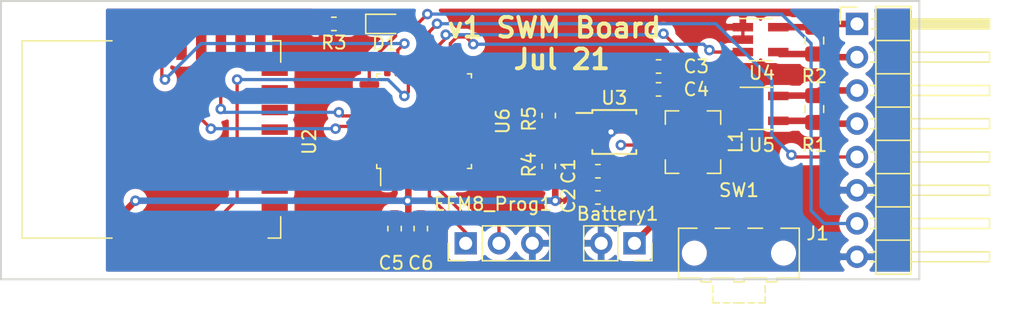
<source format=kicad_pcb>
(kicad_pcb (version 20171130) (host pcbnew "(5.1.6)-1")

  (general
    (thickness 1.6)
    (drawings 5)
    (tracks 162)
    (zones 0)
    (modules 22)
    (nets 60)
  )

  (page A4)
  (layers
    (0 F.Cu signal)
    (31 B.Cu signal)
    (32 B.Adhes user)
    (33 F.Adhes user)
    (34 B.Paste user)
    (35 F.Paste user)
    (36 B.SilkS user)
    (37 F.SilkS user)
    (38 B.Mask user)
    (39 F.Mask user)
    (40 Dwgs.User user)
    (41 Cmts.User user)
    (42 Eco1.User user)
    (43 Eco2.User user)
    (44 Edge.Cuts user)
    (45 Margin user)
    (46 B.CrtYd user)
    (47 F.CrtYd user)
    (48 B.Fab user)
    (49 F.Fab user hide)
  )

  (setup
    (last_trace_width 0.5)
    (user_trace_width 0.5)
    (trace_clearance 0.2)
    (zone_clearance 0.508)
    (zone_45_only no)
    (trace_min 0.2)
    (via_size 0.8)
    (via_drill 0.4)
    (via_min_size 0.4)
    (via_min_drill 0.3)
    (uvia_size 0.3)
    (uvia_drill 0.1)
    (uvias_allowed no)
    (uvia_min_size 0.2)
    (uvia_min_drill 0.1)
    (edge_width 0.05)
    (segment_width 0.2)
    (pcb_text_width 0.3)
    (pcb_text_size 1.5 1.5)
    (mod_edge_width 0.12)
    (mod_text_size 1 1)
    (mod_text_width 0.15)
    (pad_size 1.524 1.524)
    (pad_drill 0.762)
    (pad_to_mask_clearance 0.05)
    (aux_axis_origin 0 0)
    (visible_elements 7FFFFFFF)
    (pcbplotparams
      (layerselection 0x010fc_ffffffff)
      (usegerberextensions false)
      (usegerberattributes true)
      (usegerberadvancedattributes true)
      (creategerberjobfile true)
      (excludeedgelayer true)
      (linewidth 0.100000)
      (plotframeref false)
      (viasonmask false)
      (mode 1)
      (useauxorigin false)
      (hpglpennumber 1)
      (hpglpenspeed 20)
      (hpglpendiameter 15.000000)
      (psnegative false)
      (psa4output false)
      (plotreference true)
      (plotvalue true)
      (plotinvisibletext false)
      (padsonsilk false)
      (subtractmaskfromsilk false)
      (outputformat 1)
      (mirror false)
      (drillshape 0)
      (scaleselection 1)
      (outputdirectory "jul v2 21/"))
  )

  (net 0 "")
  (net 1 A2)
  (net 2 GND)
  (net 3 A3)
  (net 4 +3V3)
  (net 5 ARD_RX)
  (net 6 A1)
  (net 7 A0)
  (net 8 PWRC)
  (net 9 ARD_TX)
  (net 10 "Net-(U2-Pad16)")
  (net 11 "Net-(U2-Pad15)")
  (net 12 "Net-(U2-Pad14)")
  (net 13 "Net-(U2-Pad13)")
  (net 14 "Net-(U2-Pad12)")
  (net 15 "Net-(U2-Pad11)")
  (net 16 "Net-(U2-Pad10)")
  (net 17 "Net-(U2-Pad8)")
  (net 18 "Net-(U2-Pad17)")
  (net 19 "Net-(U2-Pad18)")
  (net 20 "Net-(U2-Pad7)")
  (net 21 "Net-(U2-Pad21)")
  (net 22 "Net-(U2-Pad3)")
  (net 23 "Net-(U2-Pad2)")
  (net 24 "Net-(U2-Pad23)")
  (net 25 "Net-(U2-Pad9)")
  (net 26 VIN)
  (net 27 C2_OUT)
  (net 28 C2_IN)
  (net 29 C1_OUT)
  (net 30 C1_IN)
  (net 31 "Net-(L1-Pad2)")
  (net 32 VFB)
  (net 33 LBO)
  (net 34 STATUS)
  (net 35 "Net-(U6-Pad32)")
  (net 36 "Net-(U6-Pad31)")
  (net 37 "Net-(U6-Pad30)")
  (net 38 "Net-(U6-Pad27)")
  (net 39 "Net-(U6-Pad26)")
  (net 40 "Net-(U6-Pad24)")
  (net 41 "Net-(U6-Pad17)")
  (net 42 "Net-(U6-Pad16)")
  (net 43 "Net-(U6-Pad15)")
  (net 44 "Net-(U6-Pad14)")
  (net 45 "Net-(U6-Pad13)")
  (net 46 "Net-(U6-Pad12)")
  (net 47 "Net-(U6-Pad11)")
  (net 48 "Net-(U6-Pad10)")
  (net 49 "Net-(U6-Pad9)")
  (net 50 "Net-(U6-Pad8)")
  (net 51 "Net-(U6-Pad7)")
  (net 52 C2D)
  (net 53 C2CK)
  (net 54 "Net-(U6-Pad1)")
  (net 55 PGT)
  (net 56 "Net-(D1-Pad1)")
  (net 57 "Net-(D1-Pad2)")
  (net 58 BATT)
  (net 59 "Net-(SW1-Pad3)")

  (net_class Default "This is the default net class."
    (clearance 0.2)
    (trace_width 0.25)
    (via_dia 0.8)
    (via_drill 0.4)
    (uvia_dia 0.3)
    (uvia_drill 0.1)
    (add_net +3V3)
    (add_net A0)
    (add_net A1)
    (add_net A2)
    (add_net A3)
    (add_net ARD_RX)
    (add_net ARD_TX)
    (add_net BATT)
    (add_net C1_IN)
    (add_net C1_OUT)
    (add_net C2CK)
    (add_net C2D)
    (add_net C2_IN)
    (add_net C2_OUT)
    (add_net GND)
    (add_net LBO)
    (add_net "Net-(D1-Pad1)")
    (add_net "Net-(D1-Pad2)")
    (add_net "Net-(L1-Pad2)")
    (add_net "Net-(SW1-Pad3)")
    (add_net "Net-(U2-Pad10)")
    (add_net "Net-(U2-Pad11)")
    (add_net "Net-(U2-Pad12)")
    (add_net "Net-(U2-Pad13)")
    (add_net "Net-(U2-Pad14)")
    (add_net "Net-(U2-Pad15)")
    (add_net "Net-(U2-Pad16)")
    (add_net "Net-(U2-Pad17)")
    (add_net "Net-(U2-Pad18)")
    (add_net "Net-(U2-Pad2)")
    (add_net "Net-(U2-Pad21)")
    (add_net "Net-(U2-Pad23)")
    (add_net "Net-(U2-Pad3)")
    (add_net "Net-(U2-Pad7)")
    (add_net "Net-(U2-Pad8)")
    (add_net "Net-(U2-Pad9)")
    (add_net "Net-(U6-Pad1)")
    (add_net "Net-(U6-Pad10)")
    (add_net "Net-(U6-Pad11)")
    (add_net "Net-(U6-Pad12)")
    (add_net "Net-(U6-Pad13)")
    (add_net "Net-(U6-Pad14)")
    (add_net "Net-(U6-Pad15)")
    (add_net "Net-(U6-Pad16)")
    (add_net "Net-(U6-Pad17)")
    (add_net "Net-(U6-Pad24)")
    (add_net "Net-(U6-Pad26)")
    (add_net "Net-(U6-Pad27)")
    (add_net "Net-(U6-Pad30)")
    (add_net "Net-(U6-Pad31)")
    (add_net "Net-(U6-Pad32)")
    (add_net "Net-(U6-Pad7)")
    (add_net "Net-(U6-Pad8)")
    (add_net "Net-(U6-Pad9)")
    (add_net PGT)
    (add_net PWRC)
    (add_net STATUS)
    (add_net VFB)
    (add_net VIN)
  )

  (module Button_Switch_SMD:SW_SPDT_CK-JS102011SAQN (layer F.Cu) (tedit 5A02FC95) (tstamp 61049212)
    (at 166.25 94.25)
    (descr "Sub-miniature slide switch, right-angle, http://www.ckswitches.com/media/1422/js.pdf")
    (tags "switch spdt")
    (path /61043960)
    (attr smd)
    (fp_text reference SW1 (at 0 -4.8) (layer F.SilkS)
      (effects (font (size 1 1) (thickness 0.15)))
    )
    (fp_text value SW_SPDT (at 0 -2.9) (layer F.Fab)
      (effects (font (size 1 1) (thickness 0.15)))
    )
    (fp_text user %R (at 0 0) (layer F.Fab)
      (effects (font (size 1 1) (thickness 0.15)))
    )
    (fp_line (start -4.5 -1.8) (end 4.5 -1.8) (layer F.Fab) (width 0.1))
    (fp_line (start 4.5 -1.8) (end 4.5 1.8) (layer F.Fab) (width 0.1))
    (fp_line (start 4.5 1.8) (end -4.4 1.8) (layer F.Fab) (width 0.1))
    (fp_line (start -4.4 1.8) (end -4.5 1.8) (layer F.Fab) (width 0.1))
    (fp_line (start -4.5 1.8) (end -4.5 1.8) (layer F.Fab) (width 0.1))
    (fp_line (start -4.5 -1.8) (end -4.5 1.8) (layer F.Fab) (width 0.1))
    (fp_line (start -4.5 1.8) (end -4.5 1.8) (layer F.Fab) (width 0.1))
    (fp_line (start -1.5 1.8) (end -1.5 1.8) (layer F.Fab) (width 0.1))
    (fp_line (start 3.2 -1.9) (end 4.6 -1.9) (layer F.SilkS) (width 0.12))
    (fp_line (start 4.6 -1.9) (end 4.6 1.9) (layer F.SilkS) (width 0.12))
    (fp_line (start -4.6 1.9) (end -4.6 -1.9) (layer F.SilkS) (width 0.12))
    (fp_line (start -4.6 -1.9) (end -3.2 -1.9) (layer F.SilkS) (width 0.12))
    (fp_line (start 1.8 -1.9) (end 0.7 -1.9) (layer F.SilkS) (width 0.12))
    (fp_line (start 0.7 -1.9) (end 0.7 -1.9) (layer F.SilkS) (width 0.12))
    (fp_line (start -0.7 -1.9) (end -1.8 -1.9) (layer F.SilkS) (width 0.12))
    (fp_line (start -1.8 -1.9) (end -1.8 -1.9) (layer F.SilkS) (width 0.12))
    (fp_line (start 0.3 1.8) (end 0.3 2.1) (layer F.Fab) (width 0.1))
    (fp_line (start 0.3 2.1) (end -0.3 2.1) (layer F.Fab) (width 0.1))
    (fp_line (start -0.3 2.1) (end -0.3 1.8) (layer F.Fab) (width 0.1))
    (fp_line (start -0.3 1.8) (end -0.3 1.8) (layer F.Fab) (width 0.1))
    (fp_line (start -2.2 1.8) (end -2.2 2.1) (layer F.Fab) (width 0.1))
    (fp_line (start -2.2 2.1) (end -2.8 2.1) (layer F.Fab) (width 0.1))
    (fp_line (start -2.8 2.1) (end -2.8 1.8) (layer F.Fab) (width 0.1))
    (fp_line (start -2.8 1.8) (end -2.8 1.8) (layer F.Fab) (width 0.1))
    (fp_line (start 2.2 1.8) (end 2.2 2.1) (layer F.Fab) (width 0.1))
    (fp_line (start 2.2 2.1) (end 2.8 2.1) (layer F.Fab) (width 0.1))
    (fp_line (start 2.8 2.1) (end 2.8 1.8) (layer F.Fab) (width 0.1))
    (fp_line (start 2.8 1.8) (end 2.8 1.8) (layer F.Fab) (width 0.1))
    (fp_line (start 4.6 1.9) (end 2.9 1.9) (layer F.SilkS) (width 0.12))
    (fp_line (start 2.9 1.9) (end 2.9 2.2) (layer F.SilkS) (width 0.12))
    (fp_line (start 2.9 2.2) (end 2.1 2.2) (layer F.SilkS) (width 0.12))
    (fp_line (start 2.1 2.2) (end 2.1 1.9) (layer F.SilkS) (width 0.12))
    (fp_line (start 2.1 1.9) (end 0.4 1.9) (layer F.SilkS) (width 0.12))
    (fp_line (start 0.4 1.9) (end 0.4 2.2) (layer F.SilkS) (width 0.12))
    (fp_line (start 0.4 2.2) (end -0.4 2.2) (layer F.SilkS) (width 0.12))
    (fp_line (start -0.4 2.2) (end -0.4 1.9) (layer F.SilkS) (width 0.12))
    (fp_line (start -0.4 1.9) (end -2.1 1.9) (layer F.SilkS) (width 0.12))
    (fp_line (start -2.1 1.9) (end -2.1 2.2) (layer F.SilkS) (width 0.12))
    (fp_line (start -2.1 2.2) (end -2.9 2.2) (layer F.SilkS) (width 0.12))
    (fp_line (start -2.9 2.2) (end -2.9 1.9) (layer F.SilkS) (width 0.12))
    (fp_line (start -2.9 1.9) (end -4.6 1.9) (layer F.SilkS) (width 0.12))
    (fp_line (start -4.6 1.9) (end -4.6 1.9) (layer F.SilkS) (width 0.12))
    (fp_line (start -0.5 1.8) (end -0.5 3.8) (layer F.Fab) (width 0.1))
    (fp_line (start -0.5 3.8) (end -2 3.8) (layer F.Fab) (width 0.1))
    (fp_line (start -2 3.8) (end -2 1.8) (layer F.Fab) (width 0.1))
    (fp_line (start -2 1.8) (end -2 1.8) (layer F.Fab) (width 0.1))
    (fp_line (start -5 -2.25) (end -5 2.25) (layer F.CrtYd) (width 0.05))
    (fp_line (start -5 2.25) (end -3.25 2.25) (layer F.CrtYd) (width 0.05))
    (fp_line (start -3.25 2.25) (end -3.25 2.75) (layer F.CrtYd) (width 0.05))
    (fp_line (start -3.25 2.75) (end -2.5 2.75) (layer F.CrtYd) (width 0.05))
    (fp_line (start -2.5 2.75) (end -2.5 4.25) (layer F.CrtYd) (width 0.05))
    (fp_line (start -2.5 4.25) (end 2.5 4.25) (layer F.CrtYd) (width 0.05))
    (fp_line (start 2.5 4.25) (end 2.5 2.5) (layer F.CrtYd) (width 0.05))
    (fp_line (start 2.5 2.5) (end 3.25 2.5) (layer F.CrtYd) (width 0.05))
    (fp_line (start 3.25 2.5) (end 3.25 2.25) (layer F.CrtYd) (width 0.05))
    (fp_line (start 3.25 2.25) (end 5 2.25) (layer F.CrtYd) (width 0.05))
    (fp_line (start 5 2.25) (end 5 -2.25) (layer F.CrtYd) (width 0.05))
    (fp_line (start 5 -2.25) (end 3.5 -2.25) (layer F.CrtYd) (width 0.05))
    (fp_line (start 3.5 -2.25) (end 3.5 -4.5) (layer F.CrtYd) (width 0.05))
    (fp_line (start 3.5 -4.5) (end -3.5 -4.5) (layer F.CrtYd) (width 0.05))
    (fp_line (start -3.5 -4.5) (end -3.5 -2.25) (layer F.CrtYd) (width 0.05))
    (fp_line (start -3.5 -2.25) (end -5 -2.25) (layer F.CrtYd) (width 0.05))
    (fp_line (start -5 -2.25) (end -5 -2.25) (layer F.CrtYd) (width 0.05))
    (fp_line (start -2 3.8) (end -2 3.3) (layer F.SilkS) (width 0.12))
    (fp_line (start -2 3.3) (end -2 3.3) (layer F.SilkS) (width 0.12))
    (fp_line (start -2 3.8) (end -1.5 3.8) (layer F.SilkS) (width 0.12))
    (fp_line (start -1.5 3.8) (end -1.5 3.8) (layer F.SilkS) (width 0.12))
    (fp_line (start 2 3.8) (end 1.5 3.8) (layer F.SilkS) (width 0.12))
    (fp_line (start 1.5 3.8) (end 1.5 3.8) (layer F.SilkS) (width 0.12))
    (fp_line (start 2 3.8) (end 2 3.3) (layer F.SilkS) (width 0.12))
    (fp_line (start 2 3.3) (end 2 3.3) (layer F.SilkS) (width 0.12))
    (fp_line (start 2 3) (end 2 2.5) (layer F.SilkS) (width 0.12))
    (fp_line (start 2 2.5) (end 2 2.5) (layer F.SilkS) (width 0.12))
    (fp_line (start -2 3) (end -2 2.5) (layer F.SilkS) (width 0.12))
    (fp_line (start -2 2.5) (end -2 2.5) (layer F.SilkS) (width 0.12))
    (fp_line (start -1.2 3.8) (end -0.7 3.8) (layer F.SilkS) (width 0.12))
    (fp_line (start -0.7 3.8) (end -0.7 3.8) (layer F.SilkS) (width 0.12))
    (fp_line (start 1.2 3.8) (end 0.7 3.8) (layer F.SilkS) (width 0.12))
    (fp_line (start 0.7 3.8) (end 0.7 3.8) (layer F.SilkS) (width 0.12))
    (fp_line (start 0.4 3.8) (end -0.4 3.8) (layer F.SilkS) (width 0.12))
    (fp_line (start -0.4 3.8) (end -0.4 3.8) (layer F.SilkS) (width 0.12))
    (pad "" np_thru_hole circle (at 3.4 0) (size 0.9 0.9) (drill 0.9) (layers *.Cu *.Mask))
    (pad "" np_thru_hole circle (at -3.4 0) (size 0.9 0.9) (drill 0.9) (layers *.Cu *.Mask))
    (pad 3 smd rect (at 2.5 -2.75) (size 1.25 2.5) (layers F.Cu F.Paste F.Mask)
      (net 59 "Net-(SW1-Pad3)"))
    (pad 2 smd rect (at 0 -2.75) (size 1.25 2.5) (layers F.Cu F.Paste F.Mask)
      (net 26 VIN))
    (pad 1 smd rect (at -2.5 -2.75) (size 1.25 2.5) (layers F.Cu F.Paste F.Mask)
      (net 58 BATT))
    (model ${KISYS3DMOD}/Button_Switch_SMD.3dshapes/SW_SPDT_CK-JS102011SAQN.wrl
      (at (xyz 0 0 0))
      (scale (xyz 1 1 1))
      (rotate (xyz 0 0 0))
    )
  )

  (module Package_SO:MSOP-10_3x3mm_P0.5mm (layer F.Cu) (tedit 5A02F25C) (tstamp 6100DE39)
    (at 156.75 85)
    (descr "10-Lead Plastic Micro Small Outline Package (MS) [MSOP] (see Microchip Packaging Specification 00000049BS.pdf)")
    (tags "SSOP 0.5")
    (path /60F711CF)
    (attr smd)
    (fp_text reference U3 (at 0 -2.6) (layer F.SilkS)
      (effects (font (size 1 1) (thickness 0.15)))
    )
    (fp_text value MCP16415 (at 0 2.6) (layer F.Fab)
      (effects (font (size 1 1) (thickness 0.15)))
    )
    (fp_line (start -0.5 -1.5) (end 1.5 -1.5) (layer F.Fab) (width 0.15))
    (fp_line (start 1.5 -1.5) (end 1.5 1.5) (layer F.Fab) (width 0.15))
    (fp_line (start 1.5 1.5) (end -1.5 1.5) (layer F.Fab) (width 0.15))
    (fp_line (start -1.5 1.5) (end -1.5 -0.5) (layer F.Fab) (width 0.15))
    (fp_line (start -1.5 -0.5) (end -0.5 -1.5) (layer F.Fab) (width 0.15))
    (fp_line (start -3.15 -1.85) (end -3.15 1.85) (layer F.CrtYd) (width 0.05))
    (fp_line (start 3.15 -1.85) (end 3.15 1.85) (layer F.CrtYd) (width 0.05))
    (fp_line (start -3.15 -1.85) (end 3.15 -1.85) (layer F.CrtYd) (width 0.05))
    (fp_line (start -3.15 1.85) (end 3.15 1.85) (layer F.CrtYd) (width 0.05))
    (fp_line (start -1.675 -1.675) (end -1.675 -1.45) (layer F.SilkS) (width 0.15))
    (fp_line (start 1.675 -1.675) (end 1.675 -1.375) (layer F.SilkS) (width 0.15))
    (fp_line (start 1.675 1.675) (end 1.675 1.375) (layer F.SilkS) (width 0.15))
    (fp_line (start -1.675 1.675) (end -1.675 1.375) (layer F.SilkS) (width 0.15))
    (fp_line (start -1.675 -1.675) (end 1.675 -1.675) (layer F.SilkS) (width 0.15))
    (fp_line (start -1.675 1.675) (end 1.675 1.675) (layer F.SilkS) (width 0.15))
    (fp_line (start -1.675 -1.45) (end -2.9 -1.45) (layer F.SilkS) (width 0.15))
    (fp_text user %R (at 0 0) (layer F.Fab)
      (effects (font (size 0.6 0.6) (thickness 0.15)))
    )
    (pad 10 smd rect (at 2.2 -1) (size 1.4 0.3) (layers F.Cu F.Paste F.Mask)
      (net 26 VIN))
    (pad 9 smd rect (at 2.2 -0.5) (size 1.4 0.3) (layers F.Cu F.Paste F.Mask)
      (net 26 VIN))
    (pad 8 smd rect (at 2.2 0) (size 1.4 0.3) (layers F.Cu F.Paste F.Mask)
      (net 2 GND))
    (pad 7 smd rect (at 2.2 0.5) (size 1.4 0.3) (layers F.Cu F.Paste F.Mask)
      (net 2 GND))
    (pad 6 smd rect (at 2.2 1) (size 1.4 0.3) (layers F.Cu F.Paste F.Mask)
      (net 31 "Net-(L1-Pad2)"))
    (pad 5 smd rect (at -2.2 1) (size 1.4 0.3) (layers F.Cu F.Paste F.Mask)
      (net 4 +3V3))
    (pad 4 smd rect (at -2.2 0.5) (size 1.4 0.3) (layers F.Cu F.Paste F.Mask)
      (net 32 VFB))
    (pad 3 smd rect (at -2.2 0) (size 1.4 0.3) (layers F.Cu F.Paste F.Mask)
      (net 55 PGT))
    (pad 2 smd rect (at -2.2 -0.5) (size 1.4 0.3) (layers F.Cu F.Paste F.Mask)
      (net 33 LBO))
    (pad 1 smd rect (at -2.2 -1) (size 1.4 0.3) (layers F.Cu F.Paste F.Mask)
      (net 26 VIN))
    (model ${KISYS3DMOD}/Package_SO.3dshapes/MSOP-10_3x3mm_P0.5mm.wrl
      (at (xyz 0 0 0))
      (scale (xyz 1 1 1))
      (rotate (xyz 0 0 0))
    )
  )

  (module Connector_PinHeader_2.54mm:PinHeader_1x03_P2.54mm_Vertical (layer F.Cu) (tedit 59FED5CC) (tstamp 61009DC8)
    (at 145.42 93.5 90)
    (descr "Through hole straight pin header, 1x03, 2.54mm pitch, single row")
    (tags "Through hole pin header THT 1x03 2.54mm single row")
    (path /61023B63)
    (fp_text reference EFM8_Prog1 (at 3 2.08 180) (layer F.SilkS)
      (effects (font (size 1 1) (thickness 0.15)))
    )
    (fp_text value Conn_01x03 (at 0 7.41 90) (layer F.Fab)
      (effects (font (size 1 1) (thickness 0.15)))
    )
    (fp_line (start -0.635 -1.27) (end 1.27 -1.27) (layer F.Fab) (width 0.1))
    (fp_line (start 1.27 -1.27) (end 1.27 6.35) (layer F.Fab) (width 0.1))
    (fp_line (start 1.27 6.35) (end -1.27 6.35) (layer F.Fab) (width 0.1))
    (fp_line (start -1.27 6.35) (end -1.27 -0.635) (layer F.Fab) (width 0.1))
    (fp_line (start -1.27 -0.635) (end -0.635 -1.27) (layer F.Fab) (width 0.1))
    (fp_line (start -1.33 6.41) (end 1.33 6.41) (layer F.SilkS) (width 0.12))
    (fp_line (start -1.33 1.27) (end -1.33 6.41) (layer F.SilkS) (width 0.12))
    (fp_line (start 1.33 1.27) (end 1.33 6.41) (layer F.SilkS) (width 0.12))
    (fp_line (start -1.33 1.27) (end 1.33 1.27) (layer F.SilkS) (width 0.12))
    (fp_line (start -1.33 0) (end -1.33 -1.33) (layer F.SilkS) (width 0.12))
    (fp_line (start -1.33 -1.33) (end 0 -1.33) (layer F.SilkS) (width 0.12))
    (fp_line (start -1.8 -1.8) (end -1.8 6.85) (layer F.CrtYd) (width 0.05))
    (fp_line (start -1.8 6.85) (end 1.8 6.85) (layer F.CrtYd) (width 0.05))
    (fp_line (start 1.8 6.85) (end 1.8 -1.8) (layer F.CrtYd) (width 0.05))
    (fp_line (start 1.8 -1.8) (end -1.8 -1.8) (layer F.CrtYd) (width 0.05))
    (fp_text user %R (at 0 2.54) (layer F.Fab)
      (effects (font (size 1 1) (thickness 0.15)))
    )
    (pad 3 thru_hole oval (at 0 5.08 90) (size 1.7 1.7) (drill 1) (layers *.Cu *.Mask)
      (net 2 GND))
    (pad 2 thru_hole oval (at 0 2.54 90) (size 1.7 1.7) (drill 1) (layers *.Cu *.Mask)
      (net 52 C2D))
    (pad 1 thru_hole rect (at 0 0 90) (size 1.7 1.7) (drill 1) (layers *.Cu *.Mask)
      (net 53 C2CK))
    (model ${KISYS3DMOD}/Connector_PinHeader_2.54mm.3dshapes/PinHeader_1x03_P2.54mm_Vertical.wrl
      (at (xyz 0 0 0))
      (scale (xyz 1 1 1))
      (rotate (xyz 0 0 0))
    )
  )

  (module Package_QFP:LQFP-32_7x7mm_P0.8mm (layer F.Cu) (tedit 5D9F72AF) (tstamp 610094B7)
    (at 142.25 84.175 90)
    (descr "LQFP, 32 Pin (https://www.nxp.com/docs/en/package-information/SOT358-1.pdf), generated with kicad-footprint-generator ipc_gullwing_generator.py")
    (tags "LQFP QFP")
    (path /6100BE6A)
    (attr smd)
    (fp_text reference U6 (at 0 6 90) (layer F.SilkS)
      (effects (font (size 1 1) (thickness 0.15)))
    )
    (fp_text value EFM8LB1x-QFP32 (at 0 5.88 90) (layer F.Fab)
      (effects (font (size 1 1) (thickness 0.15)))
    )
    (fp_line (start 3.31 3.61) (end 3.61 3.61) (layer F.SilkS) (width 0.12))
    (fp_line (start 3.61 3.61) (end 3.61 3.31) (layer F.SilkS) (width 0.12))
    (fp_line (start -3.31 3.61) (end -3.61 3.61) (layer F.SilkS) (width 0.12))
    (fp_line (start -3.61 3.61) (end -3.61 3.31) (layer F.SilkS) (width 0.12))
    (fp_line (start 3.31 -3.61) (end 3.61 -3.61) (layer F.SilkS) (width 0.12))
    (fp_line (start 3.61 -3.61) (end 3.61 -3.31) (layer F.SilkS) (width 0.12))
    (fp_line (start -3.31 -3.61) (end -3.61 -3.61) (layer F.SilkS) (width 0.12))
    (fp_line (start -3.61 -3.61) (end -3.61 -3.31) (layer F.SilkS) (width 0.12))
    (fp_line (start -3.61 -3.31) (end -4.925 -3.31) (layer F.SilkS) (width 0.12))
    (fp_line (start -2.5 -3.5) (end 3.5 -3.5) (layer F.Fab) (width 0.1))
    (fp_line (start 3.5 -3.5) (end 3.5 3.5) (layer F.Fab) (width 0.1))
    (fp_line (start 3.5 3.5) (end -3.5 3.5) (layer F.Fab) (width 0.1))
    (fp_line (start -3.5 3.5) (end -3.5 -2.5) (layer F.Fab) (width 0.1))
    (fp_line (start -3.5 -2.5) (end -2.5 -3.5) (layer F.Fab) (width 0.1))
    (fp_line (start 0 -5.18) (end -3.3 -5.18) (layer F.CrtYd) (width 0.05))
    (fp_line (start -3.3 -5.18) (end -3.3 -3.75) (layer F.CrtYd) (width 0.05))
    (fp_line (start -3.3 -3.75) (end -3.75 -3.75) (layer F.CrtYd) (width 0.05))
    (fp_line (start -3.75 -3.75) (end -3.75 -3.3) (layer F.CrtYd) (width 0.05))
    (fp_line (start -3.75 -3.3) (end -5.18 -3.3) (layer F.CrtYd) (width 0.05))
    (fp_line (start -5.18 -3.3) (end -5.18 0) (layer F.CrtYd) (width 0.05))
    (fp_line (start 0 -5.18) (end 3.3 -5.18) (layer F.CrtYd) (width 0.05))
    (fp_line (start 3.3 -5.18) (end 3.3 -3.75) (layer F.CrtYd) (width 0.05))
    (fp_line (start 3.3 -3.75) (end 3.75 -3.75) (layer F.CrtYd) (width 0.05))
    (fp_line (start 3.75 -3.75) (end 3.75 -3.3) (layer F.CrtYd) (width 0.05))
    (fp_line (start 3.75 -3.3) (end 5.18 -3.3) (layer F.CrtYd) (width 0.05))
    (fp_line (start 5.18 -3.3) (end 5.18 0) (layer F.CrtYd) (width 0.05))
    (fp_line (start 0 5.18) (end -3.3 5.18) (layer F.CrtYd) (width 0.05))
    (fp_line (start -3.3 5.18) (end -3.3 3.75) (layer F.CrtYd) (width 0.05))
    (fp_line (start -3.3 3.75) (end -3.75 3.75) (layer F.CrtYd) (width 0.05))
    (fp_line (start -3.75 3.75) (end -3.75 3.3) (layer F.CrtYd) (width 0.05))
    (fp_line (start -3.75 3.3) (end -5.18 3.3) (layer F.CrtYd) (width 0.05))
    (fp_line (start -5.18 3.3) (end -5.18 0) (layer F.CrtYd) (width 0.05))
    (fp_line (start 0 5.18) (end 3.3 5.18) (layer F.CrtYd) (width 0.05))
    (fp_line (start 3.3 5.18) (end 3.3 3.75) (layer F.CrtYd) (width 0.05))
    (fp_line (start 3.3 3.75) (end 3.75 3.75) (layer F.CrtYd) (width 0.05))
    (fp_line (start 3.75 3.75) (end 3.75 3.3) (layer F.CrtYd) (width 0.05))
    (fp_line (start 3.75 3.3) (end 5.18 3.3) (layer F.CrtYd) (width 0.05))
    (fp_line (start 5.18 3.3) (end 5.18 0) (layer F.CrtYd) (width 0.05))
    (fp_text user %R (at 0 0 90) (layer F.Fab)
      (effects (font (size 1 1) (thickness 0.15)))
    )
    (pad 32 smd roundrect (at -2.8 -4.175 90) (size 0.5 1.5) (layers F.Cu F.Paste F.Mask) (roundrect_rratio 0.25)
      (net 35 "Net-(U6-Pad32)"))
    (pad 31 smd roundrect (at -2 -4.175 90) (size 0.5 1.5) (layers F.Cu F.Paste F.Mask) (roundrect_rratio 0.25)
      (net 36 "Net-(U6-Pad31)"))
    (pad 30 smd roundrect (at -1.2 -4.175 90) (size 0.5 1.5) (layers F.Cu F.Paste F.Mask) (roundrect_rratio 0.25)
      (net 37 "Net-(U6-Pad30)"))
    (pad 29 smd roundrect (at -0.4 -4.175 90) (size 0.5 1.5) (layers F.Cu F.Paste F.Mask) (roundrect_rratio 0.25)
      (net 9 ARD_TX))
    (pad 28 smd roundrect (at 0.4 -4.175 90) (size 0.5 1.5) (layers F.Cu F.Paste F.Mask) (roundrect_rratio 0.25)
      (net 5 ARD_RX))
    (pad 27 smd roundrect (at 1.2 -4.175 90) (size 0.5 1.5) (layers F.Cu F.Paste F.Mask) (roundrect_rratio 0.25)
      (net 38 "Net-(U6-Pad27)"))
    (pad 26 smd roundrect (at 2 -4.175 90) (size 0.5 1.5) (layers F.Cu F.Paste F.Mask) (roundrect_rratio 0.25)
      (net 39 "Net-(U6-Pad26)"))
    (pad 25 smd roundrect (at 2.8 -4.175 90) (size 0.5 1.5) (layers F.Cu F.Paste F.Mask) (roundrect_rratio 0.25)
      (net 57 "Net-(D1-Pad2)"))
    (pad 24 smd roundrect (at 4.175 -2.8 90) (size 1.5 0.5) (layers F.Cu F.Paste F.Mask) (roundrect_rratio 0.25)
      (net 40 "Net-(U6-Pad24)"))
    (pad 23 smd roundrect (at 4.175 -2 90) (size 1.5 0.5) (layers F.Cu F.Paste F.Mask) (roundrect_rratio 0.25)
      (net 8 PWRC))
    (pad 22 smd roundrect (at 4.175 -1.2 90) (size 1.5 0.5) (layers F.Cu F.Paste F.Mask) (roundrect_rratio 0.25)
      (net 34 STATUS))
    (pad 21 smd roundrect (at 4.175 -0.4 90) (size 1.5 0.5) (layers F.Cu F.Paste F.Mask) (roundrect_rratio 0.25)
      (net 3 A3))
    (pad 20 smd roundrect (at 4.175 0.4 90) (size 1.5 0.5) (layers F.Cu F.Paste F.Mask) (roundrect_rratio 0.25)
      (net 1 A2))
    (pad 19 smd roundrect (at 4.175 1.2 90) (size 1.5 0.5) (layers F.Cu F.Paste F.Mask) (roundrect_rratio 0.25)
      (net 6 A1))
    (pad 18 smd roundrect (at 4.175 2 90) (size 1.5 0.5) (layers F.Cu F.Paste F.Mask) (roundrect_rratio 0.25)
      (net 7 A0))
    (pad 17 smd roundrect (at 4.175 2.8 90) (size 1.5 0.5) (layers F.Cu F.Paste F.Mask) (roundrect_rratio 0.25)
      (net 41 "Net-(U6-Pad17)"))
    (pad 16 smd roundrect (at 2.8 4.175 90) (size 0.5 1.5) (layers F.Cu F.Paste F.Mask) (roundrect_rratio 0.25)
      (net 42 "Net-(U6-Pad16)"))
    (pad 15 smd roundrect (at 2 4.175 90) (size 0.5 1.5) (layers F.Cu F.Paste F.Mask) (roundrect_rratio 0.25)
      (net 43 "Net-(U6-Pad15)"))
    (pad 14 smd roundrect (at 1.2 4.175 90) (size 0.5 1.5) (layers F.Cu F.Paste F.Mask) (roundrect_rratio 0.25)
      (net 44 "Net-(U6-Pad14)"))
    (pad 13 smd roundrect (at 0.4 4.175 90) (size 0.5 1.5) (layers F.Cu F.Paste F.Mask) (roundrect_rratio 0.25)
      (net 45 "Net-(U6-Pad13)"))
    (pad 12 smd roundrect (at -0.4 4.175 90) (size 0.5 1.5) (layers F.Cu F.Paste F.Mask) (roundrect_rratio 0.25)
      (net 46 "Net-(U6-Pad12)"))
    (pad 11 smd roundrect (at -1.2 4.175 90) (size 0.5 1.5) (layers F.Cu F.Paste F.Mask) (roundrect_rratio 0.25)
      (net 47 "Net-(U6-Pad11)"))
    (pad 10 smd roundrect (at -2 4.175 90) (size 0.5 1.5) (layers F.Cu F.Paste F.Mask) (roundrect_rratio 0.25)
      (net 48 "Net-(U6-Pad10)"))
    (pad 9 smd roundrect (at -2.8 4.175 90) (size 0.5 1.5) (layers F.Cu F.Paste F.Mask) (roundrect_rratio 0.25)
      (net 49 "Net-(U6-Pad9)"))
    (pad 8 smd roundrect (at -4.175 2.8 90) (size 1.5 0.5) (layers F.Cu F.Paste F.Mask) (roundrect_rratio 0.25)
      (net 50 "Net-(U6-Pad8)"))
    (pad 7 smd roundrect (at -4.175 2 90) (size 1.5 0.5) (layers F.Cu F.Paste F.Mask) (roundrect_rratio 0.25)
      (net 51 "Net-(U6-Pad7)"))
    (pad 6 smd roundrect (at -4.175 1.2 90) (size 1.5 0.5) (layers F.Cu F.Paste F.Mask) (roundrect_rratio 0.25)
      (net 52 C2D))
    (pad 5 smd roundrect (at -4.175 0.4 90) (size 1.5 0.5) (layers F.Cu F.Paste F.Mask) (roundrect_rratio 0.25)
      (net 53 C2CK))
    (pad 4 smd roundrect (at -4.175 -0.4 90) (size 1.5 0.5) (layers F.Cu F.Paste F.Mask) (roundrect_rratio 0.25)
      (net 4 +3V3))
    (pad 3 smd roundrect (at -4.175 -1.2 90) (size 1.5 0.5) (layers F.Cu F.Paste F.Mask) (roundrect_rratio 0.25)
      (net 4 +3V3))
    (pad 2 smd roundrect (at -4.175 -2 90) (size 1.5 0.5) (layers F.Cu F.Paste F.Mask) (roundrect_rratio 0.25)
      (net 2 GND))
    (pad 1 smd roundrect (at -4.175 -2.8 90) (size 1.5 0.5) (layers F.Cu F.Paste F.Mask) (roundrect_rratio 0.25)
      (net 54 "Net-(U6-Pad1)"))
    (model ${KISYS3DMOD}/Package_QFP.3dshapes/LQFP-32_7x7mm_P0.8mm.wrl
      (at (xyz 0 0 0))
      (scale (xyz 1 1 1))
      (rotate (xyz 0 0 0))
    )
  )

  (module Capacitor_SMD:C_0603_1608Metric_Pad1.05x0.95mm_HandSolder (layer F.Cu) (tedit 5B301BBE) (tstamp 6100641F)
    (at 142 92.375 270)
    (descr "Capacitor SMD 0603 (1608 Metric), square (rectangular) end terminal, IPC_7351 nominal with elongated pad for handsoldering. (Body size source: http://www.tortai-tech.com/upload/download/2011102023233369053.pdf), generated with kicad-footprint-generator")
    (tags "capacitor handsolder")
    (path /610112E3)
    (attr smd)
    (fp_text reference C6 (at 2.625 0 180) (layer F.SilkS)
      (effects (font (size 1 1) (thickness 0.15)))
    )
    (fp_text value 0.1uF (at 0 1.43 90) (layer F.Fab)
      (effects (font (size 1 1) (thickness 0.15)))
    )
    (fp_line (start -0.8 0.4) (end -0.8 -0.4) (layer F.Fab) (width 0.1))
    (fp_line (start -0.8 -0.4) (end 0.8 -0.4) (layer F.Fab) (width 0.1))
    (fp_line (start 0.8 -0.4) (end 0.8 0.4) (layer F.Fab) (width 0.1))
    (fp_line (start 0.8 0.4) (end -0.8 0.4) (layer F.Fab) (width 0.1))
    (fp_line (start -0.171267 -0.51) (end 0.171267 -0.51) (layer F.SilkS) (width 0.12))
    (fp_line (start -0.171267 0.51) (end 0.171267 0.51) (layer F.SilkS) (width 0.12))
    (fp_line (start -1.65 0.73) (end -1.65 -0.73) (layer F.CrtYd) (width 0.05))
    (fp_line (start -1.65 -0.73) (end 1.65 -0.73) (layer F.CrtYd) (width 0.05))
    (fp_line (start 1.65 -0.73) (end 1.65 0.73) (layer F.CrtYd) (width 0.05))
    (fp_line (start 1.65 0.73) (end -1.65 0.73) (layer F.CrtYd) (width 0.05))
    (fp_text user %R (at 0 0 90) (layer F.Fab)
      (effects (font (size 0.4 0.4) (thickness 0.06)))
    )
    (pad 2 smd roundrect (at 0.875 0 270) (size 1.05 0.95) (layers F.Cu F.Paste F.Mask) (roundrect_rratio 0.25)
      (net 2 GND))
    (pad 1 smd roundrect (at -0.875 0 270) (size 1.05 0.95) (layers F.Cu F.Paste F.Mask) (roundrect_rratio 0.25)
      (net 4 +3V3))
    (model ${KISYS3DMOD}/Capacitor_SMD.3dshapes/C_0603_1608Metric.wrl
      (at (xyz 0 0 0))
      (scale (xyz 1 1 1))
      (rotate (xyz 0 0 0))
    )
  )

  (module Capacitor_SMD:C_0603_1608Metric_Pad1.05x0.95mm_HandSolder (layer F.Cu) (tedit 5B301BBE) (tstamp 6100640E)
    (at 140 92.375 270)
    (descr "Capacitor SMD 0603 (1608 Metric), square (rectangular) end terminal, IPC_7351 nominal with elongated pad for handsoldering. (Body size source: http://www.tortai-tech.com/upload/download/2011102023233369053.pdf), generated with kicad-footprint-generator")
    (tags "capacitor handsolder")
    (path /61011D4D)
    (attr smd)
    (fp_text reference C5 (at 2.625 0.25 180) (layer F.SilkS)
      (effects (font (size 1 1) (thickness 0.15)))
    )
    (fp_text value 4.7uF (at 0 1.43 90) (layer F.Fab)
      (effects (font (size 1 1) (thickness 0.15)))
    )
    (fp_line (start -0.8 0.4) (end -0.8 -0.4) (layer F.Fab) (width 0.1))
    (fp_line (start -0.8 -0.4) (end 0.8 -0.4) (layer F.Fab) (width 0.1))
    (fp_line (start 0.8 -0.4) (end 0.8 0.4) (layer F.Fab) (width 0.1))
    (fp_line (start 0.8 0.4) (end -0.8 0.4) (layer F.Fab) (width 0.1))
    (fp_line (start -0.171267 -0.51) (end 0.171267 -0.51) (layer F.SilkS) (width 0.12))
    (fp_line (start -0.171267 0.51) (end 0.171267 0.51) (layer F.SilkS) (width 0.12))
    (fp_line (start -1.65 0.73) (end -1.65 -0.73) (layer F.CrtYd) (width 0.05))
    (fp_line (start -1.65 -0.73) (end 1.65 -0.73) (layer F.CrtYd) (width 0.05))
    (fp_line (start 1.65 -0.73) (end 1.65 0.73) (layer F.CrtYd) (width 0.05))
    (fp_line (start 1.65 0.73) (end -1.65 0.73) (layer F.CrtYd) (width 0.05))
    (fp_text user %R (at 0 0 90) (layer F.Fab)
      (effects (font (size 0.4 0.4) (thickness 0.06)))
    )
    (pad 2 smd roundrect (at 0.875 0 270) (size 1.05 0.95) (layers F.Cu F.Paste F.Mask) (roundrect_rratio 0.25)
      (net 2 GND))
    (pad 1 smd roundrect (at -0.875 0 270) (size 1.05 0.95) (layers F.Cu F.Paste F.Mask) (roundrect_rratio 0.25)
      (net 4 +3V3))
    (model ${KISYS3DMOD}/Capacitor_SMD.3dshapes/C_0603_1608Metric.wrl
      (at (xyz 0 0 0))
      (scale (xyz 1 1 1))
      (rotate (xyz 0 0 0))
    )
  )

  (module Resistor_SMD:R_0603_1608Metric_Pad1.05x0.95mm_HandSolder (layer F.Cu) (tedit 5B301BBD) (tstamp 6100DF15)
    (at 151.75 83.75 270)
    (descr "Resistor SMD 0603 (1608 Metric), square (rectangular) end terminal, IPC_7351 nominal with elongated pad for handsoldering. (Body size source: http://www.tortai-tech.com/upload/download/2011102023233369053.pdf), generated with kicad-footprint-generator")
    (tags "resistor handsolder")
    (path /60FE1FFB)
    (attr smd)
    (fp_text reference R5 (at 0.25 1.5 90) (layer F.SilkS)
      (effects (font (size 1 1) (thickness 0.15)))
    )
    (fp_text value 360k (at 0 1.43 90) (layer F.Fab)
      (effects (font (size 1 1) (thickness 0.15)))
    )
    (fp_line (start -0.8 0.4) (end -0.8 -0.4) (layer F.Fab) (width 0.1))
    (fp_line (start -0.8 -0.4) (end 0.8 -0.4) (layer F.Fab) (width 0.1))
    (fp_line (start 0.8 -0.4) (end 0.8 0.4) (layer F.Fab) (width 0.1))
    (fp_line (start 0.8 0.4) (end -0.8 0.4) (layer F.Fab) (width 0.1))
    (fp_line (start -0.171267 -0.51) (end 0.171267 -0.51) (layer F.SilkS) (width 0.12))
    (fp_line (start -0.171267 0.51) (end 0.171267 0.51) (layer F.SilkS) (width 0.12))
    (fp_line (start -1.65 0.73) (end -1.65 -0.73) (layer F.CrtYd) (width 0.05))
    (fp_line (start -1.65 -0.73) (end 1.65 -0.73) (layer F.CrtYd) (width 0.05))
    (fp_line (start 1.65 -0.73) (end 1.65 0.73) (layer F.CrtYd) (width 0.05))
    (fp_line (start 1.65 0.73) (end -1.65 0.73) (layer F.CrtYd) (width 0.05))
    (fp_text user %R (at 0 0 90) (layer F.Fab)
      (effects (font (size 0.4 0.4) (thickness 0.06)))
    )
    (pad 2 smd roundrect (at 0.875 0 270) (size 1.05 0.95) (layers F.Cu F.Paste F.Mask) (roundrect_rratio 0.25)
      (net 32 VFB))
    (pad 1 smd roundrect (at -0.875 0 270) (size 1.05 0.95) (layers F.Cu F.Paste F.Mask) (roundrect_rratio 0.25)
      (net 2 GND))
    (model ${KISYS3DMOD}/Resistor_SMD.3dshapes/R_0603_1608Metric.wrl
      (at (xyz 0 0 0))
      (scale (xyz 1 1 1))
      (rotate (xyz 0 0 0))
    )
  )

  (module Resistor_SMD:R_0603_1608Metric_Pad1.05x0.95mm_HandSolder (layer F.Cu) (tedit 5B301BBD) (tstamp 6100DF45)
    (at 151.75 87.625 270)
    (descr "Resistor SMD 0603 (1608 Metric), square (rectangular) end terminal, IPC_7351 nominal with elongated pad for handsoldering. (Body size source: http://www.tortai-tech.com/upload/download/2011102023233369053.pdf), generated with kicad-footprint-generator")
    (tags "resistor handsolder")
    (path /60FE08B8)
    (attr smd)
    (fp_text reference R4 (at -0.125 1.5 90) (layer F.SilkS)
      (effects (font (size 1 1) (thickness 0.15)))
    )
    (fp_text value 866k (at 0 1.43 90) (layer F.Fab)
      (effects (font (size 1 1) (thickness 0.15)))
    )
    (fp_line (start -0.8 0.4) (end -0.8 -0.4) (layer F.Fab) (width 0.1))
    (fp_line (start -0.8 -0.4) (end 0.8 -0.4) (layer F.Fab) (width 0.1))
    (fp_line (start 0.8 -0.4) (end 0.8 0.4) (layer F.Fab) (width 0.1))
    (fp_line (start 0.8 0.4) (end -0.8 0.4) (layer F.Fab) (width 0.1))
    (fp_line (start -0.171267 -0.51) (end 0.171267 -0.51) (layer F.SilkS) (width 0.12))
    (fp_line (start -0.171267 0.51) (end 0.171267 0.51) (layer F.SilkS) (width 0.12))
    (fp_line (start -1.65 0.73) (end -1.65 -0.73) (layer F.CrtYd) (width 0.05))
    (fp_line (start -1.65 -0.73) (end 1.65 -0.73) (layer F.CrtYd) (width 0.05))
    (fp_line (start 1.65 -0.73) (end 1.65 0.73) (layer F.CrtYd) (width 0.05))
    (fp_line (start 1.65 0.73) (end -1.65 0.73) (layer F.CrtYd) (width 0.05))
    (fp_text user %R (at 0 0 90) (layer F.Fab)
      (effects (font (size 0.4 0.4) (thickness 0.06)))
    )
    (pad 2 smd roundrect (at 0.875 0 270) (size 1.05 0.95) (layers F.Cu F.Paste F.Mask) (roundrect_rratio 0.25)
      (net 4 +3V3))
    (pad 1 smd roundrect (at -0.875 0 270) (size 1.05 0.95) (layers F.Cu F.Paste F.Mask) (roundrect_rratio 0.25)
      (net 32 VFB))
    (model ${KISYS3DMOD}/Resistor_SMD.3dshapes/R_0603_1608Metric.wrl
      (at (xyz 0 0 0))
      (scale (xyz 1 1 1))
      (rotate (xyz 0 0 0))
    )
  )

  (module Inductor_SMD:L_Bourns-SRN4018 (layer F.Cu) (tedit 5B471911) (tstamp 61048DB9)
    (at 162.75 85.775 270)
    (descr "Bourns SRN4018 series SMD inductor, https://www.bourns.com/docs/Product-Datasheets/SRN4018.pdf")
    (tags "Bourns SRN4018 SMD inductor")
    (path /60FD4756)
    (attr smd)
    (fp_text reference L1 (at -0.025 -3.25 90) (layer F.SilkS)
      (effects (font (size 1 1) (thickness 0.15)))
    )
    (fp_text value 4.7uH (at 0 -3.1 90) (layer F.Fab)
      (effects (font (size 1 1) (thickness 0.15)))
    )
    (fp_line (start 2 2) (end -2 2) (layer F.Fab) (width 0.1))
    (fp_line (start -2 -2) (end 2 -2) (layer F.Fab) (width 0.1))
    (fp_line (start -2.385 -2.11) (end -2.385 -1.085) (layer F.SilkS) (width 0.12))
    (fp_line (start -2.385 -2.11) (end -1.36 -2.11) (layer F.SilkS) (width 0.12))
    (fp_line (start -2 -2) (end -2 2) (layer F.Fab) (width 0.1))
    (fp_line (start 2 -2) (end 2 2) (layer F.Fab) (width 0.1))
    (fp_line (start 2.385 -2.11) (end 1.36 -2.11) (layer F.SilkS) (width 0.12))
    (fp_line (start 2.385 -2.11) (end 2.385 -1.085) (layer F.SilkS) (width 0.12))
    (fp_line (start 2.385 2.11) (end 2.385 1.085) (layer F.SilkS) (width 0.12))
    (fp_line (start -2.385 2.11) (end -2.385 1.085) (layer F.SilkS) (width 0.12))
    (fp_line (start 2.385 2.11) (end 1.36 2.11) (layer F.SilkS) (width 0.12))
    (fp_line (start -2.385 2.11) (end -1.36 2.11) (layer F.SilkS) (width 0.12))
    (fp_line (start -2.53 -2.25) (end 2.53 -2.25) (layer F.CrtYd) (width 0.05))
    (fp_line (start 2.53 -2.25) (end 2.53 2.25) (layer F.CrtYd) (width 0.05))
    (fp_line (start -2.53 2.25) (end 2.53 2.25) (layer F.CrtYd) (width 0.05))
    (fp_line (start -2.53 -2.25) (end -2.53 2.25) (layer F.CrtYd) (width 0.05))
    (fp_text user %R (at 0 0 90) (layer F.Fab)
      (effects (font (size 1 1) (thickness 0.15)))
    )
    (pad 2 smd rect (at 1.525 0 270) (size 1.5 3.6) (layers F.Cu F.Paste F.Mask)
      (net 31 "Net-(L1-Pad2)"))
    (pad 1 smd rect (at -1.525 0 270) (size 1.5 3.6) (layers F.Cu F.Paste F.Mask)
      (net 26 VIN))
    (model ${KISYS3DMOD}/Inductor_SMD.3dshapes/L_Bourns-SRN4018.wrl
      (at (xyz 0 0 0))
      (scale (xyz 1 1 1))
      (rotate (xyz 0 0 0))
    )
  )

  (module Connector_PinHeader_2.54mm:PinHeader_1x08_P2.54mm_Horizontal (layer F.Cu) (tedit 59FED5CB) (tstamp 60FC539F)
    (at 175.25 76.75)
    (descr "Through hole angled pin header, 1x08, 2.54mm pitch, 6mm pin length, single row")
    (tags "Through hole angled pin header THT 1x08 2.54mm single row")
    (path /60FC6837)
    (fp_text reference J1 (at -3 16) (layer F.SilkS)
      (effects (font (size 1 1) (thickness 0.15)))
    )
    (fp_text value Conn_01x08 (at 4.385 20.05) (layer F.Fab)
      (effects (font (size 1 1) (thickness 0.15)))
    )
    (fp_line (start 2.135 -1.27) (end 4.04 -1.27) (layer F.Fab) (width 0.1))
    (fp_line (start 4.04 -1.27) (end 4.04 19.05) (layer F.Fab) (width 0.1))
    (fp_line (start 4.04 19.05) (end 1.5 19.05) (layer F.Fab) (width 0.1))
    (fp_line (start 1.5 19.05) (end 1.5 -0.635) (layer F.Fab) (width 0.1))
    (fp_line (start 1.5 -0.635) (end 2.135 -1.27) (layer F.Fab) (width 0.1))
    (fp_line (start -0.32 -0.32) (end 1.5 -0.32) (layer F.Fab) (width 0.1))
    (fp_line (start -0.32 -0.32) (end -0.32 0.32) (layer F.Fab) (width 0.1))
    (fp_line (start -0.32 0.32) (end 1.5 0.32) (layer F.Fab) (width 0.1))
    (fp_line (start 4.04 -0.32) (end 10.04 -0.32) (layer F.Fab) (width 0.1))
    (fp_line (start 10.04 -0.32) (end 10.04 0.32) (layer F.Fab) (width 0.1))
    (fp_line (start 4.04 0.32) (end 10.04 0.32) (layer F.Fab) (width 0.1))
    (fp_line (start -0.32 2.22) (end 1.5 2.22) (layer F.Fab) (width 0.1))
    (fp_line (start -0.32 2.22) (end -0.32 2.86) (layer F.Fab) (width 0.1))
    (fp_line (start -0.32 2.86) (end 1.5 2.86) (layer F.Fab) (width 0.1))
    (fp_line (start 4.04 2.22) (end 10.04 2.22) (layer F.Fab) (width 0.1))
    (fp_line (start 10.04 2.22) (end 10.04 2.86) (layer F.Fab) (width 0.1))
    (fp_line (start 4.04 2.86) (end 10.04 2.86) (layer F.Fab) (width 0.1))
    (fp_line (start -0.32 4.76) (end 1.5 4.76) (layer F.Fab) (width 0.1))
    (fp_line (start -0.32 4.76) (end -0.32 5.4) (layer F.Fab) (width 0.1))
    (fp_line (start -0.32 5.4) (end 1.5 5.4) (layer F.Fab) (width 0.1))
    (fp_line (start 4.04 4.76) (end 10.04 4.76) (layer F.Fab) (width 0.1))
    (fp_line (start 10.04 4.76) (end 10.04 5.4) (layer F.Fab) (width 0.1))
    (fp_line (start 4.04 5.4) (end 10.04 5.4) (layer F.Fab) (width 0.1))
    (fp_line (start -0.32 7.3) (end 1.5 7.3) (layer F.Fab) (width 0.1))
    (fp_line (start -0.32 7.3) (end -0.32 7.94) (layer F.Fab) (width 0.1))
    (fp_line (start -0.32 7.94) (end 1.5 7.94) (layer F.Fab) (width 0.1))
    (fp_line (start 4.04 7.3) (end 10.04 7.3) (layer F.Fab) (width 0.1))
    (fp_line (start 10.04 7.3) (end 10.04 7.94) (layer F.Fab) (width 0.1))
    (fp_line (start 4.04 7.94) (end 10.04 7.94) (layer F.Fab) (width 0.1))
    (fp_line (start -0.32 9.84) (end 1.5 9.84) (layer F.Fab) (width 0.1))
    (fp_line (start -0.32 9.84) (end -0.32 10.48) (layer F.Fab) (width 0.1))
    (fp_line (start -0.32 10.48) (end 1.5 10.48) (layer F.Fab) (width 0.1))
    (fp_line (start 4.04 9.84) (end 10.04 9.84) (layer F.Fab) (width 0.1))
    (fp_line (start 10.04 9.84) (end 10.04 10.48) (layer F.Fab) (width 0.1))
    (fp_line (start 4.04 10.48) (end 10.04 10.48) (layer F.Fab) (width 0.1))
    (fp_line (start -0.32 12.38) (end 1.5 12.38) (layer F.Fab) (width 0.1))
    (fp_line (start -0.32 12.38) (end -0.32 13.02) (layer F.Fab) (width 0.1))
    (fp_line (start -0.32 13.02) (end 1.5 13.02) (layer F.Fab) (width 0.1))
    (fp_line (start 4.04 12.38) (end 10.04 12.38) (layer F.Fab) (width 0.1))
    (fp_line (start 10.04 12.38) (end 10.04 13.02) (layer F.Fab) (width 0.1))
    (fp_line (start 4.04 13.02) (end 10.04 13.02) (layer F.Fab) (width 0.1))
    (fp_line (start -0.32 14.92) (end 1.5 14.92) (layer F.Fab) (width 0.1))
    (fp_line (start -0.32 14.92) (end -0.32 15.56) (layer F.Fab) (width 0.1))
    (fp_line (start -0.32 15.56) (end 1.5 15.56) (layer F.Fab) (width 0.1))
    (fp_line (start 4.04 14.92) (end 10.04 14.92) (layer F.Fab) (width 0.1))
    (fp_line (start 10.04 14.92) (end 10.04 15.56) (layer F.Fab) (width 0.1))
    (fp_line (start 4.04 15.56) (end 10.04 15.56) (layer F.Fab) (width 0.1))
    (fp_line (start -0.32 17.46) (end 1.5 17.46) (layer F.Fab) (width 0.1))
    (fp_line (start -0.32 17.46) (end -0.32 18.1) (layer F.Fab) (width 0.1))
    (fp_line (start -0.32 18.1) (end 1.5 18.1) (layer F.Fab) (width 0.1))
    (fp_line (start 4.04 17.46) (end 10.04 17.46) (layer F.Fab) (width 0.1))
    (fp_line (start 10.04 17.46) (end 10.04 18.1) (layer F.Fab) (width 0.1))
    (fp_line (start 4.04 18.1) (end 10.04 18.1) (layer F.Fab) (width 0.1))
    (fp_line (start 1.44 -1.33) (end 1.44 19.11) (layer F.SilkS) (width 0.12))
    (fp_line (start 1.44 19.11) (end 4.1 19.11) (layer F.SilkS) (width 0.12))
    (fp_line (start 4.1 19.11) (end 4.1 -1.33) (layer F.SilkS) (width 0.12))
    (fp_line (start 4.1 -1.33) (end 1.44 -1.33) (layer F.SilkS) (width 0.12))
    (fp_line (start 4.1 -0.38) (end 10.1 -0.38) (layer F.SilkS) (width 0.12))
    (fp_line (start 10.1 -0.38) (end 10.1 0.38) (layer F.SilkS) (width 0.12))
    (fp_line (start 10.1 0.38) (end 4.1 0.38) (layer F.SilkS) (width 0.12))
    (fp_line (start 4.1 -0.32) (end 10.1 -0.32) (layer F.SilkS) (width 0.12))
    (fp_line (start 4.1 -0.2) (end 10.1 -0.2) (layer F.SilkS) (width 0.12))
    (fp_line (start 4.1 -0.08) (end 10.1 -0.08) (layer F.SilkS) (width 0.12))
    (fp_line (start 4.1 0.04) (end 10.1 0.04) (layer F.SilkS) (width 0.12))
    (fp_line (start 4.1 0.16) (end 10.1 0.16) (layer F.SilkS) (width 0.12))
    (fp_line (start 4.1 0.28) (end 10.1 0.28) (layer F.SilkS) (width 0.12))
    (fp_line (start 1.11 -0.38) (end 1.44 -0.38) (layer F.SilkS) (width 0.12))
    (fp_line (start 1.11 0.38) (end 1.44 0.38) (layer F.SilkS) (width 0.12))
    (fp_line (start 1.44 1.27) (end 4.1 1.27) (layer F.SilkS) (width 0.12))
    (fp_line (start 4.1 2.16) (end 10.1 2.16) (layer F.SilkS) (width 0.12))
    (fp_line (start 10.1 2.16) (end 10.1 2.92) (layer F.SilkS) (width 0.12))
    (fp_line (start 10.1 2.92) (end 4.1 2.92) (layer F.SilkS) (width 0.12))
    (fp_line (start 1.042929 2.16) (end 1.44 2.16) (layer F.SilkS) (width 0.12))
    (fp_line (start 1.042929 2.92) (end 1.44 2.92) (layer F.SilkS) (width 0.12))
    (fp_line (start 1.44 3.81) (end 4.1 3.81) (layer F.SilkS) (width 0.12))
    (fp_line (start 4.1 4.7) (end 10.1 4.7) (layer F.SilkS) (width 0.12))
    (fp_line (start 10.1 4.7) (end 10.1 5.46) (layer F.SilkS) (width 0.12))
    (fp_line (start 10.1 5.46) (end 4.1 5.46) (layer F.SilkS) (width 0.12))
    (fp_line (start 1.042929 4.7) (end 1.44 4.7) (layer F.SilkS) (width 0.12))
    (fp_line (start 1.042929 5.46) (end 1.44 5.46) (layer F.SilkS) (width 0.12))
    (fp_line (start 1.44 6.35) (end 4.1 6.35) (layer F.SilkS) (width 0.12))
    (fp_line (start 4.1 7.24) (end 10.1 7.24) (layer F.SilkS) (width 0.12))
    (fp_line (start 10.1 7.24) (end 10.1 8) (layer F.SilkS) (width 0.12))
    (fp_line (start 10.1 8) (end 4.1 8) (layer F.SilkS) (width 0.12))
    (fp_line (start 1.042929 7.24) (end 1.44 7.24) (layer F.SilkS) (width 0.12))
    (fp_line (start 1.042929 8) (end 1.44 8) (layer F.SilkS) (width 0.12))
    (fp_line (start 1.44 8.89) (end 4.1 8.89) (layer F.SilkS) (width 0.12))
    (fp_line (start 4.1 9.78) (end 10.1 9.78) (layer F.SilkS) (width 0.12))
    (fp_line (start 10.1 9.78) (end 10.1 10.54) (layer F.SilkS) (width 0.12))
    (fp_line (start 10.1 10.54) (end 4.1 10.54) (layer F.SilkS) (width 0.12))
    (fp_line (start 1.042929 9.78) (end 1.44 9.78) (layer F.SilkS) (width 0.12))
    (fp_line (start 1.042929 10.54) (end 1.44 10.54) (layer F.SilkS) (width 0.12))
    (fp_line (start 1.44 11.43) (end 4.1 11.43) (layer F.SilkS) (width 0.12))
    (fp_line (start 4.1 12.32) (end 10.1 12.32) (layer F.SilkS) (width 0.12))
    (fp_line (start 10.1 12.32) (end 10.1 13.08) (layer F.SilkS) (width 0.12))
    (fp_line (start 10.1 13.08) (end 4.1 13.08) (layer F.SilkS) (width 0.12))
    (fp_line (start 1.042929 12.32) (end 1.44 12.32) (layer F.SilkS) (width 0.12))
    (fp_line (start 1.042929 13.08) (end 1.44 13.08) (layer F.SilkS) (width 0.12))
    (fp_line (start 1.44 13.97) (end 4.1 13.97) (layer F.SilkS) (width 0.12))
    (fp_line (start 4.1 14.86) (end 10.1 14.86) (layer F.SilkS) (width 0.12))
    (fp_line (start 10.1 14.86) (end 10.1 15.62) (layer F.SilkS) (width 0.12))
    (fp_line (start 10.1 15.62) (end 4.1 15.62) (layer F.SilkS) (width 0.12))
    (fp_line (start 1.042929 14.86) (end 1.44 14.86) (layer F.SilkS) (width 0.12))
    (fp_line (start 1.042929 15.62) (end 1.44 15.62) (layer F.SilkS) (width 0.12))
    (fp_line (start 1.44 16.51) (end 4.1 16.51) (layer F.SilkS) (width 0.12))
    (fp_line (start 4.1 17.4) (end 10.1 17.4) (layer F.SilkS) (width 0.12))
    (fp_line (start 10.1 17.4) (end 10.1 18.16) (layer F.SilkS) (width 0.12))
    (fp_line (start 10.1 18.16) (end 4.1 18.16) (layer F.SilkS) (width 0.12))
    (fp_line (start 1.042929 17.4) (end 1.44 17.4) (layer F.SilkS) (width 0.12))
    (fp_line (start 1.042929 18.16) (end 1.44 18.16) (layer F.SilkS) (width 0.12))
    (fp_line (start -1.27 0) (end -1.27 -1.27) (layer F.SilkS) (width 0.12))
    (fp_line (start -1.27 -1.27) (end 0 -1.27) (layer F.SilkS) (width 0.12))
    (fp_line (start -1.8 -1.8) (end -1.8 19.55) (layer F.CrtYd) (width 0.05))
    (fp_line (start -1.8 19.55) (end 10.55 19.55) (layer F.CrtYd) (width 0.05))
    (fp_line (start 10.55 19.55) (end 10.55 -1.8) (layer F.CrtYd) (width 0.05))
    (fp_line (start 10.55 -1.8) (end -1.8 -1.8) (layer F.CrtYd) (width 0.05))
    (fp_text user %R (at 2.77 8.89 90) (layer F.Fab)
      (effects (font (size 1 1) (thickness 0.15)))
    )
    (pad 8 thru_hole oval (at 0 17.78) (size 1.7 1.7) (drill 1) (layers *.Cu *.Mask)
      (net 2 GND))
    (pad 7 thru_hole oval (at 0 15.24) (size 1.7 1.7) (drill 1) (layers *.Cu *.Mask)
      (net 3 A3))
    (pad 6 thru_hole oval (at 0 12.7) (size 1.7 1.7) (drill 1) (layers *.Cu *.Mask)
      (net 2 GND))
    (pad 5 thru_hole oval (at 0 10.16) (size 1.7 1.7) (drill 1) (layers *.Cu *.Mask)
      (net 1 A2))
    (pad 4 thru_hole oval (at 0 7.62) (size 1.7 1.7) (drill 1) (layers *.Cu *.Mask)
      (net 27 C2_OUT))
    (pad 3 thru_hole oval (at 0 5.08) (size 1.7 1.7) (drill 1) (layers *.Cu *.Mask)
      (net 28 C2_IN))
    (pad 2 thru_hole oval (at 0 2.54) (size 1.7 1.7) (drill 1) (layers *.Cu *.Mask)
      (net 29 C1_OUT))
    (pad 1 thru_hole rect (at 0 0) (size 1.7 1.7) (drill 1) (layers *.Cu *.Mask)
      (net 30 C1_IN))
    (model ${KISYS3DMOD}/Connector_PinHeader_2.54mm.3dshapes/PinHeader_1x08_P2.54mm_Horizontal.wrl
      (at (xyz 0 0 0))
      (scale (xyz 1 1 1))
      (rotate (xyz 0 0 0))
    )
  )

  (module Capacitor_SMD:C_0603_1608Metric_Pad1.05x0.95mm_HandSolder (layer F.Cu) (tedit 5B301BBE) (tstamp 60FC3B3F)
    (at 160.125 80 180)
    (descr "Capacitor SMD 0603 (1608 Metric), square (rectangular) end terminal, IPC_7351 nominal with elongated pad for handsoldering. (Body size source: http://www.tortai-tech.com/upload/download/2011102023233369053.pdf), generated with kicad-footprint-generator")
    (tags "capacitor handsolder")
    (path /60FDA2A7)
    (attr smd)
    (fp_text reference C3 (at -2.875 0) (layer F.SilkS)
      (effects (font (size 1 1) (thickness 0.15)))
    )
    (fp_text value 1uF (at 0 1.43) (layer F.Fab)
      (effects (font (size 1 1) (thickness 0.15)))
    )
    (fp_line (start -0.8 0.4) (end -0.8 -0.4) (layer F.Fab) (width 0.1))
    (fp_line (start -0.8 -0.4) (end 0.8 -0.4) (layer F.Fab) (width 0.1))
    (fp_line (start 0.8 -0.4) (end 0.8 0.4) (layer F.Fab) (width 0.1))
    (fp_line (start 0.8 0.4) (end -0.8 0.4) (layer F.Fab) (width 0.1))
    (fp_line (start -0.171267 -0.51) (end 0.171267 -0.51) (layer F.SilkS) (width 0.12))
    (fp_line (start -0.171267 0.51) (end 0.171267 0.51) (layer F.SilkS) (width 0.12))
    (fp_line (start -1.65 0.73) (end -1.65 -0.73) (layer F.CrtYd) (width 0.05))
    (fp_line (start -1.65 -0.73) (end 1.65 -0.73) (layer F.CrtYd) (width 0.05))
    (fp_line (start 1.65 -0.73) (end 1.65 0.73) (layer F.CrtYd) (width 0.05))
    (fp_line (start 1.65 0.73) (end -1.65 0.73) (layer F.CrtYd) (width 0.05))
    (fp_text user %R (at 0 0) (layer F.Fab)
      (effects (font (size 0.4 0.4) (thickness 0.06)))
    )
    (pad 2 smd roundrect (at 0.875 0 180) (size 1.05 0.95) (layers F.Cu F.Paste F.Mask) (roundrect_rratio 0.25)
      (net 2 GND))
    (pad 1 smd roundrect (at -0.875 0 180) (size 1.05 0.95) (layers F.Cu F.Paste F.Mask) (roundrect_rratio 0.25)
      (net 26 VIN))
    (model ${KISYS3DMOD}/Capacitor_SMD.3dshapes/C_0603_1608Metric.wrl
      (at (xyz 0 0 0))
      (scale (xyz 1 1 1))
      (rotate (xyz 0 0 0))
    )
  )

  (module Capacitor_SMD:C_0603_1608Metric_Pad1.05x0.95mm_HandSolder (layer F.Cu) (tedit 5B301BBE) (tstamp 6100DEB5)
    (at 155.5 90)
    (descr "Capacitor SMD 0603 (1608 Metric), square (rectangular) end terminal, IPC_7351 nominal with elongated pad for handsoldering. (Body size source: http://www.tortai-tech.com/upload/download/2011102023233369053.pdf), generated with kicad-footprint-generator")
    (tags "capacitor handsolder")
    (path /60FD8008)
    (attr smd)
    (fp_text reference C2 (at -2.25 0.25 90) (layer F.SilkS)
      (effects (font (size 1 1) (thickness 0.15)))
    )
    (fp_text value 1uF (at 0 1.43) (layer F.Fab)
      (effects (font (size 1 1) (thickness 0.15)))
    )
    (fp_line (start -0.8 0.4) (end -0.8 -0.4) (layer F.Fab) (width 0.1))
    (fp_line (start -0.8 -0.4) (end 0.8 -0.4) (layer F.Fab) (width 0.1))
    (fp_line (start 0.8 -0.4) (end 0.8 0.4) (layer F.Fab) (width 0.1))
    (fp_line (start 0.8 0.4) (end -0.8 0.4) (layer F.Fab) (width 0.1))
    (fp_line (start -0.171267 -0.51) (end 0.171267 -0.51) (layer F.SilkS) (width 0.12))
    (fp_line (start -0.171267 0.51) (end 0.171267 0.51) (layer F.SilkS) (width 0.12))
    (fp_line (start -1.65 0.73) (end -1.65 -0.73) (layer F.CrtYd) (width 0.05))
    (fp_line (start -1.65 -0.73) (end 1.65 -0.73) (layer F.CrtYd) (width 0.05))
    (fp_line (start 1.65 -0.73) (end 1.65 0.73) (layer F.CrtYd) (width 0.05))
    (fp_line (start 1.65 0.73) (end -1.65 0.73) (layer F.CrtYd) (width 0.05))
    (fp_text user %R (at 0 0) (layer F.Fab)
      (effects (font (size 0.4 0.4) (thickness 0.06)))
    )
    (pad 2 smd roundrect (at 0.875 0) (size 1.05 0.95) (layers F.Cu F.Paste F.Mask) (roundrect_rratio 0.25)
      (net 2 GND))
    (pad 1 smd roundrect (at -0.875 0) (size 1.05 0.95) (layers F.Cu F.Paste F.Mask) (roundrect_rratio 0.25)
      (net 4 +3V3))
    (model ${KISYS3DMOD}/Capacitor_SMD.3dshapes/C_0603_1608Metric.wrl
      (at (xyz 0 0 0))
      (scale (xyz 1 1 1))
      (rotate (xyz 0 0 0))
    )
  )

  (module Connector_PinSocket_2.54mm:PinSocket_1x02_P2.54mm_Vertical (layer F.Cu) (tedit 5A19A420) (tstamp 60FC55CB)
    (at 158.29 93.5 270)
    (descr "Through hole straight socket strip, 1x02, 2.54mm pitch, single row (from Kicad 4.0.7), script generated")
    (tags "Through hole socket strip THT 1x02 2.54mm single row")
    (path /60FE7457)
    (fp_text reference Battery1 (at -2.25 1.29 180) (layer F.SilkS)
      (effects (font (size 1 1) (thickness 0.15)))
    )
    (fp_text value Conn_01x02 (at 0 5.31 90) (layer F.Fab)
      (effects (font (size 1 1) (thickness 0.15)))
    )
    (fp_line (start -1.27 -1.27) (end 0.635 -1.27) (layer F.Fab) (width 0.1))
    (fp_line (start 0.635 -1.27) (end 1.27 -0.635) (layer F.Fab) (width 0.1))
    (fp_line (start 1.27 -0.635) (end 1.27 3.81) (layer F.Fab) (width 0.1))
    (fp_line (start 1.27 3.81) (end -1.27 3.81) (layer F.Fab) (width 0.1))
    (fp_line (start -1.27 3.81) (end -1.27 -1.27) (layer F.Fab) (width 0.1))
    (fp_line (start -1.33 1.27) (end 1.33 1.27) (layer F.SilkS) (width 0.12))
    (fp_line (start -1.33 1.27) (end -1.33 3.87) (layer F.SilkS) (width 0.12))
    (fp_line (start -1.33 3.87) (end 1.33 3.87) (layer F.SilkS) (width 0.12))
    (fp_line (start 1.33 1.27) (end 1.33 3.87) (layer F.SilkS) (width 0.12))
    (fp_line (start 1.33 -1.33) (end 1.33 0) (layer F.SilkS) (width 0.12))
    (fp_line (start 0 -1.33) (end 1.33 -1.33) (layer F.SilkS) (width 0.12))
    (fp_line (start -1.8 -1.8) (end 1.75 -1.8) (layer F.CrtYd) (width 0.05))
    (fp_line (start 1.75 -1.8) (end 1.75 4.3) (layer F.CrtYd) (width 0.05))
    (fp_line (start 1.75 4.3) (end -1.8 4.3) (layer F.CrtYd) (width 0.05))
    (fp_line (start -1.8 4.3) (end -1.8 -1.8) (layer F.CrtYd) (width 0.05))
    (fp_text user %R (at 0 1.27) (layer F.Fab)
      (effects (font (size 1 1) (thickness 0.15)))
    )
    (pad 2 thru_hole oval (at 0 2.54 270) (size 1.7 1.7) (drill 1) (layers *.Cu *.Mask)
      (net 2 GND))
    (pad 1 thru_hole rect (at 0 0 270) (size 1.7 1.7) (drill 1) (layers *.Cu *.Mask)
      (net 58 BATT))
    (model ${KISYS3DMOD}/Connector_PinSocket_2.54mm.3dshapes/PinSocket_1x02_P2.54mm_Vertical.wrl
      (at (xyz 0 0 0))
      (scale (xyz 1 1 1))
      (rotate (xyz 0 0 0))
    )
  )

  (module Capacitor_SMD:C_0603_1608Metric_Pad1.05x0.95mm_HandSolder (layer F.Cu) (tedit 5B301BBE) (tstamp 6104A237)
    (at 160.125 81.75 180)
    (descr "Capacitor SMD 0603 (1608 Metric), square (rectangular) end terminal, IPC_7351 nominal with elongated pad for handsoldering. (Body size source: http://www.tortai-tech.com/upload/download/2011102023233369053.pdf), generated with kicad-footprint-generator")
    (tags "capacitor handsolder")
    (path /60FDA596)
    (attr smd)
    (fp_text reference C4 (at -2.875 0) (layer F.SilkS)
      (effects (font (size 1 1) (thickness 0.15)))
    )
    (fp_text value 10uF (at 0 1.43) (layer F.Fab)
      (effects (font (size 1 1) (thickness 0.15)))
    )
    (fp_line (start -0.8 0.4) (end -0.8 -0.4) (layer F.Fab) (width 0.1))
    (fp_line (start -0.8 -0.4) (end 0.8 -0.4) (layer F.Fab) (width 0.1))
    (fp_line (start 0.8 -0.4) (end 0.8 0.4) (layer F.Fab) (width 0.1))
    (fp_line (start 0.8 0.4) (end -0.8 0.4) (layer F.Fab) (width 0.1))
    (fp_line (start -0.171267 -0.51) (end 0.171267 -0.51) (layer F.SilkS) (width 0.12))
    (fp_line (start -0.171267 0.51) (end 0.171267 0.51) (layer F.SilkS) (width 0.12))
    (fp_line (start -1.65 0.73) (end -1.65 -0.73) (layer F.CrtYd) (width 0.05))
    (fp_line (start -1.65 -0.73) (end 1.65 -0.73) (layer F.CrtYd) (width 0.05))
    (fp_line (start 1.65 -0.73) (end 1.65 0.73) (layer F.CrtYd) (width 0.05))
    (fp_line (start 1.65 0.73) (end -1.65 0.73) (layer F.CrtYd) (width 0.05))
    (fp_text user %R (at 0 0) (layer F.Fab)
      (effects (font (size 0.4 0.4) (thickness 0.06)))
    )
    (pad 2 smd roundrect (at 0.875 0 180) (size 1.05 0.95) (layers F.Cu F.Paste F.Mask) (roundrect_rratio 0.25)
      (net 2 GND))
    (pad 1 smd roundrect (at -0.875 0 180) (size 1.05 0.95) (layers F.Cu F.Paste F.Mask) (roundrect_rratio 0.25)
      (net 26 VIN))
    (model ${KISYS3DMOD}/Capacitor_SMD.3dshapes/C_0603_1608Metric.wrl
      (at (xyz 0 0 0))
      (scale (xyz 1 1 1))
      (rotate (xyz 0 0 0))
    )
  )

  (module Capacitor_SMD:C_0603_1608Metric_Pad1.05x0.95mm_HandSolder (layer F.Cu) (tedit 5B301BBE) (tstamp 6100DEE5)
    (at 155.5 88)
    (descr "Capacitor SMD 0603 (1608 Metric), square (rectangular) end terminal, IPC_7351 nominal with elongated pad for handsoldering. (Body size source: http://www.tortai-tech.com/upload/download/2011102023233369053.pdf), generated with kicad-footprint-generator")
    (tags "capacitor handsolder")
    (path /60FD723B)
    (attr smd)
    (fp_text reference C1 (at -2.25 0 90) (layer F.SilkS)
      (effects (font (size 1 1) (thickness 0.15)))
    )
    (fp_text value 10uF (at 0 1.43) (layer F.Fab)
      (effects (font (size 1 1) (thickness 0.15)))
    )
    (fp_line (start -0.8 0.4) (end -0.8 -0.4) (layer F.Fab) (width 0.1))
    (fp_line (start -0.8 -0.4) (end 0.8 -0.4) (layer F.Fab) (width 0.1))
    (fp_line (start 0.8 -0.4) (end 0.8 0.4) (layer F.Fab) (width 0.1))
    (fp_line (start 0.8 0.4) (end -0.8 0.4) (layer F.Fab) (width 0.1))
    (fp_line (start -0.171267 -0.51) (end 0.171267 -0.51) (layer F.SilkS) (width 0.12))
    (fp_line (start -0.171267 0.51) (end 0.171267 0.51) (layer F.SilkS) (width 0.12))
    (fp_line (start -1.65 0.73) (end -1.65 -0.73) (layer F.CrtYd) (width 0.05))
    (fp_line (start -1.65 -0.73) (end 1.65 -0.73) (layer F.CrtYd) (width 0.05))
    (fp_line (start 1.65 -0.73) (end 1.65 0.73) (layer F.CrtYd) (width 0.05))
    (fp_line (start 1.65 0.73) (end -1.65 0.73) (layer F.CrtYd) (width 0.05))
    (fp_text user %R (at 0 0) (layer F.Fab)
      (effects (font (size 0.4 0.4) (thickness 0.06)))
    )
    (pad 2 smd roundrect (at 0.875 0) (size 1.05 0.95) (layers F.Cu F.Paste F.Mask) (roundrect_rratio 0.25)
      (net 2 GND))
    (pad 1 smd roundrect (at -0.875 0) (size 1.05 0.95) (layers F.Cu F.Paste F.Mask) (roundrect_rratio 0.25)
      (net 4 +3V3))
    (model ${KISYS3DMOD}/Capacitor_SMD.3dshapes/C_0603_1608Metric.wrl
      (at (xyz 0 0 0))
      (scale (xyz 1 1 1))
      (rotate (xyz 0 0 0))
    )
  )

  (module Package_TO_SOT_SMD:SOT-23-5_HandSoldering (layer F.Cu) (tedit 5A0AB76C) (tstamp 6100D29D)
    (at 167.9 83.2)
    (descr "5-pin SOT23 package")
    (tags "SOT-23-5 hand-soldering")
    (path /60F75707)
    (attr smd)
    (fp_text reference U5 (at 0.1 2.8) (layer F.SilkS)
      (effects (font (size 1 1) (thickness 0.15)))
    )
    (fp_text value MAX9938 (at 0 2.9) (layer F.Fab)
      (effects (font (size 1 1) (thickness 0.15)))
    )
    (fp_line (start -0.9 1.61) (end 0.9 1.61) (layer F.SilkS) (width 0.12))
    (fp_line (start 0.9 -1.61) (end -1.55 -1.61) (layer F.SilkS) (width 0.12))
    (fp_line (start -0.9 -0.9) (end -0.25 -1.55) (layer F.Fab) (width 0.1))
    (fp_line (start 0.9 -1.55) (end -0.25 -1.55) (layer F.Fab) (width 0.1))
    (fp_line (start -0.9 -0.9) (end -0.9 1.55) (layer F.Fab) (width 0.1))
    (fp_line (start 0.9 1.55) (end -0.9 1.55) (layer F.Fab) (width 0.1))
    (fp_line (start 0.9 -1.55) (end 0.9 1.55) (layer F.Fab) (width 0.1))
    (fp_line (start -2.38 -1.8) (end 2.38 -1.8) (layer F.CrtYd) (width 0.05))
    (fp_line (start -2.38 -1.8) (end -2.38 1.8) (layer F.CrtYd) (width 0.05))
    (fp_line (start 2.38 1.8) (end 2.38 -1.8) (layer F.CrtYd) (width 0.05))
    (fp_line (start 2.38 1.8) (end -2.38 1.8) (layer F.CrtYd) (width 0.05))
    (fp_text user %R (at 0 0 90) (layer F.Fab)
      (effects (font (size 0.5 0.5) (thickness 0.075)))
    )
    (pad 5 smd rect (at 1.35 -0.95) (size 1.56 0.65) (layers F.Cu F.Paste F.Mask)
      (net 28 C2_IN))
    (pad 4 smd rect (at 1.35 0.95) (size 1.56 0.65) (layers F.Cu F.Paste F.Mask)
      (net 27 C2_OUT))
    (pad 3 smd rect (at -1.35 0.95) (size 1.56 0.65) (layers F.Cu F.Paste F.Mask)
      (net 6 A1))
    (pad 2 smd rect (at -1.35 0) (size 1.56 0.65) (layers F.Cu F.Paste F.Mask)
      (net 2 GND))
    (pad 1 smd rect (at -1.35 -0.95) (size 1.56 0.65) (layers F.Cu F.Paste F.Mask)
      (net 2 GND))
    (model ${KISYS3DMOD}/Package_TO_SOT_SMD.3dshapes/SOT-23-5.wrl
      (at (xyz 0 0 0))
      (scale (xyz 1 1 1))
      (rotate (xyz 0 0 0))
    )
  )

  (module Package_TO_SOT_SMD:SOT-23-5_HandSoldering (layer F.Cu) (tedit 5A0AB76C) (tstamp 60FBDA91)
    (at 167.9 77.95)
    (descr "5-pin SOT23 package")
    (tags "SOT-23-5 hand-soldering")
    (path /60F745CE)
    (attr smd)
    (fp_text reference U4 (at 0.1 2.55) (layer F.SilkS)
      (effects (font (size 1 1) (thickness 0.15)))
    )
    (fp_text value MAX9938 (at 0 2.9) (layer F.Fab)
      (effects (font (size 1 1) (thickness 0.15)))
    )
    (fp_line (start -0.9 1.61) (end 0.9 1.61) (layer F.SilkS) (width 0.12))
    (fp_line (start 0.9 -1.61) (end -1.55 -1.61) (layer F.SilkS) (width 0.12))
    (fp_line (start -0.9 -0.9) (end -0.25 -1.55) (layer F.Fab) (width 0.1))
    (fp_line (start 0.9 -1.55) (end -0.25 -1.55) (layer F.Fab) (width 0.1))
    (fp_line (start -0.9 -0.9) (end -0.9 1.55) (layer F.Fab) (width 0.1))
    (fp_line (start 0.9 1.55) (end -0.9 1.55) (layer F.Fab) (width 0.1))
    (fp_line (start 0.9 -1.55) (end 0.9 1.55) (layer F.Fab) (width 0.1))
    (fp_line (start -2.38 -1.8) (end 2.38 -1.8) (layer F.CrtYd) (width 0.05))
    (fp_line (start -2.38 -1.8) (end -2.38 1.8) (layer F.CrtYd) (width 0.05))
    (fp_line (start 2.38 1.8) (end 2.38 -1.8) (layer F.CrtYd) (width 0.05))
    (fp_line (start 2.38 1.8) (end -2.38 1.8) (layer F.CrtYd) (width 0.05))
    (fp_text user %R (at 0 0 90) (layer F.Fab)
      (effects (font (size 0.5 0.5) (thickness 0.075)))
    )
    (pad 5 smd rect (at 1.35 -0.95) (size 1.56 0.65) (layers F.Cu F.Paste F.Mask)
      (net 30 C1_IN))
    (pad 4 smd rect (at 1.35 0.95) (size 1.56 0.65) (layers F.Cu F.Paste F.Mask)
      (net 29 C1_OUT))
    (pad 3 smd rect (at -1.35 0.95) (size 1.56 0.65) (layers F.Cu F.Paste F.Mask)
      (net 7 A0))
    (pad 2 smd rect (at -1.35 0) (size 1.56 0.65) (layers F.Cu F.Paste F.Mask)
      (net 2 GND))
    (pad 1 smd rect (at -1.35 -0.95) (size 1.56 0.65) (layers F.Cu F.Paste F.Mask)
      (net 2 GND))
    (model ${KISYS3DMOD}/Package_TO_SOT_SMD.3dshapes/SOT-23-5.wrl
      (at (xyz 0 0 0))
      (scale (xyz 1 1 1))
      (rotate (xyz 0 0 0))
    )
  )

  (module JDY-08:JDY-08_HandSoldering (layer F.Cu) (tedit 592340EF) (tstamp 60FBDA5D)
    (at 121.4628 85.5726 90)
    (tags "JDY-08 BLE")
    (path /60F6CD69)
    (solder_mask_margin 0.2)
    (fp_text reference U2 (at -0.1774 12.0372 270) (layer F.SilkS)
      (effects (font (size 1 1) (thickness 0.15)))
    )
    (fp_text value JDY-08 (at 0 -11.4 90) (layer F.Fab)
      (effects (font (size 1 1) (thickness 0.15)))
    )
    (fp_line (start -8.5 -10.3) (end -8.5 11) (layer F.CrtYd) (width 0.1))
    (fp_line (start 8.5 -10.3) (end -8.5 -10.3) (layer F.CrtYd) (width 0.1))
    (fp_line (start 8.5 11) (end 8.5 -10.3) (layer F.CrtYd) (width 0.1))
    (fp_line (start -8.5 11) (end 8.5 11) (layer F.CrtYd) (width 0.1))
    (fp_line (start -4 -8.5) (end -4 -3.5) (layer F.Fab) (width 0.15))
    (fp_line (start -6 -8.5) (end -6 -3.5) (layer F.Fab) (width 0.15))
    (fp_line (start -2 -8.5) (end -6 -8.5) (layer F.Fab) (width 0.15))
    (fp_line (start -2 -3.5) (end -2 -8.5) (layer F.Fab) (width 0.15))
    (fp_line (start 0 -3.5) (end -2 -3.5) (layer F.Fab) (width 0.15))
    (fp_line (start 0 -8.5) (end 0 -3.5) (layer F.Fab) (width 0.15))
    (fp_line (start 2 -8.5) (end 0 -8.5) (layer F.Fab) (width 0.15))
    (fp_line (start 2 -3.5) (end 2 -8.5) (layer F.Fab) (width 0.15))
    (fp_line (start 4 -3.5) (end 2 -3.5) (layer F.Fab) (width 0.15))
    (fp_line (start 4 -8.5) (end 4 -3.5) (layer F.Fab) (width 0.15))
    (fp_line (start 6 -8.5) (end 4 -8.5) (layer F.Fab) (width 0.15))
    (fp_line (start 6 -3.5) (end 6 -8.5) (layer F.Fab) (width 0.15))
    (fp_line (start 7.53 9.86) (end 7.53 8.9) (layer F.SilkS) (width 0.12))
    (fp_line (start 5.9 9.86) (end 7.53 9.86) (layer F.SilkS) (width 0.12))
    (fp_line (start -7.53 9.86) (end -5.9 9.86) (layer F.SilkS) (width 0.12))
    (fp_line (start -7.53 8.9) (end -7.53 9.86) (layer F.SilkS) (width 0.12))
    (fp_line (start 7.53 -9.86) (end 7.53 -3) (layer F.SilkS) (width 0.12))
    (fp_line (start -7.53 -9.86) (end 7.53 -9.86) (layer F.SilkS) (width 0.12))
    (fp_line (start -7.53 -3) (end -7.53 -9.86) (layer F.SilkS) (width 0.12))
    (fp_line (start 7.47 -9.8) (end 7.47 9.8) (layer F.Fab) (width 0.1))
    (fp_line (start -7.47 -9.8) (end -7.47 9.8) (layer F.Fab) (width 0.1))
    (fp_line (start -7.47 9.8) (end 7.47 9.8) (layer F.Fab) (width 0.1))
    (fp_line (start -7.47 -9.8) (end 7.47 -9.8) (layer F.Fab) (width 0.1))
    (pad 16 smd rect (at 5.25 9.4 270) (size 0.8 2) (layers F.Cu F.Paste F.Mask)
      (net 10 "Net-(U2-Pad16)"))
    (pad 15 smd rect (at 3.75 9.4 270) (size 0.8 2) (layers F.Cu F.Paste F.Mask)
      (net 11 "Net-(U2-Pad15)"))
    (pad 14 smd rect (at 2.25 9.4 270) (size 0.8 2) (layers F.Cu F.Paste F.Mask)
      (net 12 "Net-(U2-Pad14)"))
    (pad 13 smd rect (at 0.75 9.4 270) (size 0.8 2) (layers F.Cu F.Paste F.Mask)
      (net 13 "Net-(U2-Pad13)"))
    (pad 12 smd rect (at -0.75 9.4 270) (size 0.8 2) (layers F.Cu F.Paste F.Mask)
      (net 14 "Net-(U2-Pad12)"))
    (pad 11 smd rect (at -2.25 9.4 270) (size 0.8 2) (layers F.Cu F.Paste F.Mask)
      (net 15 "Net-(U2-Pad11)"))
    (pad 10 smd rect (at -3.75 9.4 270) (size 0.8 2) (layers F.Cu F.Paste F.Mask)
      (net 16 "Net-(U2-Pad10)"))
    (pad 8 smd rect (at -7.07 8.3 270) (size 2 0.8) (layers F.Cu F.Paste F.Mask)
      (net 17 "Net-(U2-Pad8)"))
    (pad 17 smd rect (at 7.07 8.3 270) (size 2 0.8) (layers F.Cu F.Paste F.Mask)
      (net 18 "Net-(U2-Pad17)"))
    (pad 18 smd rect (at 7.07 6.8 270) (size 2 0.8) (layers F.Cu F.Paste F.Mask)
      (net 19 "Net-(U2-Pad18)"))
    (pad 7 smd rect (at -7.07 6.8 270) (size 2 0.8) (layers F.Cu F.Paste F.Mask)
      (net 20 "Net-(U2-Pad7)"))
    (pad 6 smd rect (at -7.07 5.3 270) (size 2 0.8) (layers F.Cu F.Paste F.Mask)
      (net 34 STATUS))
    (pad 19 smd rect (at 7.07 5.3 270) (size 2 0.8) (layers F.Cu F.Paste F.Mask)
      (net 5 ARD_RX))
    (pad 20 smd rect (at 7.07 3.8 270) (size 2 0.8) (layers F.Cu F.Paste F.Mask)
      (net 9 ARD_TX))
    (pad 5 smd rect (at -7.07 3.8 270) (size 2 0.8) (layers F.Cu F.Paste F.Mask))
    (pad 4 smd rect (at -7.07 2.3 270) (size 2 0.8) (layers F.Cu F.Paste F.Mask))
    (pad 21 smd rect (at 7.07 2.3 270) (size 2 0.8) (layers F.Cu F.Paste F.Mask)
      (net 21 "Net-(U2-Pad21)"))
    (pad 22 smd rect (at 7.07 0.8 270) (size 2 0.8) (layers F.Cu F.Paste F.Mask)
      (net 8 PWRC))
    (pad 3 smd rect (at -7.07 0.8 270) (size 2 0.8) (layers F.Cu F.Paste F.Mask)
      (net 22 "Net-(U2-Pad3)"))
    (pad 2 smd rect (at -7.07 -0.7 270) (size 2 0.8) (layers F.Cu F.Paste F.Mask)
      (net 23 "Net-(U2-Pad2)"))
    (pad 23 smd rect (at 7.07 -0.7 270) (size 2 0.8) (layers F.Cu F.Paste F.Mask)
      (net 24 "Net-(U2-Pad23)"))
    (pad 24 smd rect (at 7.07 -2.2 270) (size 2 0.8) (layers F.Cu F.Paste F.Mask)
      (net 2 GND))
    (pad 9 smd rect (at -5.25 9.4 270) (size 0.8 2) (layers F.Cu F.Paste F.Mask)
      (net 25 "Net-(U2-Pad9)"))
    (pad 1 smd rect (at -7.07 -2.2 270) (size 2 0.8) (layers F.Cu F.Paste F.Mask)
      (net 4 +3V3))
    (model ../../../../../../Users/kich/Project/JDY-08/JDY-08..3dshapes/JDY-08.wrl
      (at (xyz 0 0 0))
      (scale (xyz 1 1 1))
      (rotate (xyz 0 0 0))
    )
    (model ${KISYS3DMOD}/JDY-08..3dshapes/JDY-08.wrl
      (at (xyz 0 0 0))
      (scale (xyz 1 1 1))
      (rotate (xyz 0 0 0))
    )
  )

  (module Resistor_SMD:R_0805_2012Metric_Pad1.15x1.40mm_HandSolder (layer F.Cu) (tedit 5B36C52B) (tstamp 60FBD9B7)
    (at 172 78.025 270)
    (descr "Resistor SMD 0805 (2012 Metric), square (rectangular) end terminal, IPC_7351 nominal with elongated pad for handsoldering. (Body size source: https://docs.google.com/spreadsheets/d/1BsfQQcO9C6DZCsRaXUlFlo91Tg2WpOkGARC1WS5S8t0/edit?usp=sharing), generated with kicad-footprint-generator")
    (tags "resistor handsolder")
    (path /60F77736)
    (attr smd)
    (fp_text reference R2 (at 2.725 0 180) (layer F.SilkS)
      (effects (font (size 1 1) (thickness 0.15)))
    )
    (fp_text value 5R3 (at 0 1.65 90) (layer F.Fab)
      (effects (font (size 1 1) (thickness 0.15)))
    )
    (fp_line (start -1 0.6) (end -1 -0.6) (layer F.Fab) (width 0.1))
    (fp_line (start -1 -0.6) (end 1 -0.6) (layer F.Fab) (width 0.1))
    (fp_line (start 1 -0.6) (end 1 0.6) (layer F.Fab) (width 0.1))
    (fp_line (start 1 0.6) (end -1 0.6) (layer F.Fab) (width 0.1))
    (fp_line (start -0.261252 -0.71) (end 0.261252 -0.71) (layer F.SilkS) (width 0.12))
    (fp_line (start -0.261252 0.71) (end 0.261252 0.71) (layer F.SilkS) (width 0.12))
    (fp_line (start -1.85 0.95) (end -1.85 -0.95) (layer F.CrtYd) (width 0.05))
    (fp_line (start -1.85 -0.95) (end 1.85 -0.95) (layer F.CrtYd) (width 0.05))
    (fp_line (start 1.85 -0.95) (end 1.85 0.95) (layer F.CrtYd) (width 0.05))
    (fp_line (start 1.85 0.95) (end -1.85 0.95) (layer F.CrtYd) (width 0.05))
    (fp_text user %R (at 0 0 90) (layer F.Fab)
      (effects (font (size 0.5 0.5) (thickness 0.08)))
    )
    (pad 2 smd roundrect (at 1.025 0 270) (size 1.15 1.4) (layers F.Cu F.Paste F.Mask) (roundrect_rratio 0.217391)
      (net 29 C1_OUT))
    (pad 1 smd roundrect (at -1.025 0 270) (size 1.15 1.4) (layers F.Cu F.Paste F.Mask) (roundrect_rratio 0.217391)
      (net 30 C1_IN))
    (model ${KISYS3DMOD}/Resistor_SMD.3dshapes/R_0805_2012Metric.wrl
      (at (xyz 0 0 0))
      (scale (xyz 1 1 1))
      (rotate (xyz 0 0 0))
    )
  )

  (module Resistor_SMD:R_0805_2012Metric_Pad1.15x1.40mm_HandSolder (layer F.Cu) (tedit 5B36C52B) (tstamp 60FBD9A6)
    (at 172 83.25 270)
    (descr "Resistor SMD 0805 (2012 Metric), square (rectangular) end terminal, IPC_7351 nominal with elongated pad for handsoldering. (Body size source: https://docs.google.com/spreadsheets/d/1BsfQQcO9C6DZCsRaXUlFlo91Tg2WpOkGARC1WS5S8t0/edit?usp=sharing), generated with kicad-footprint-generator")
    (tags "resistor handsolder")
    (path /60F771F1)
    (attr smd)
    (fp_text reference R1 (at 2.75 0 180) (layer F.SilkS)
      (effects (font (size 1 1) (thickness 0.15)))
    )
    (fp_text value 5R3 (at 0 1.65 90) (layer F.Fab)
      (effects (font (size 1 1) (thickness 0.15)))
    )
    (fp_line (start -1 0.6) (end -1 -0.6) (layer F.Fab) (width 0.1))
    (fp_line (start -1 -0.6) (end 1 -0.6) (layer F.Fab) (width 0.1))
    (fp_line (start 1 -0.6) (end 1 0.6) (layer F.Fab) (width 0.1))
    (fp_line (start 1 0.6) (end -1 0.6) (layer F.Fab) (width 0.1))
    (fp_line (start -0.261252 -0.71) (end 0.261252 -0.71) (layer F.SilkS) (width 0.12))
    (fp_line (start -0.261252 0.71) (end 0.261252 0.71) (layer F.SilkS) (width 0.12))
    (fp_line (start -1.85 0.95) (end -1.85 -0.95) (layer F.CrtYd) (width 0.05))
    (fp_line (start -1.85 -0.95) (end 1.85 -0.95) (layer F.CrtYd) (width 0.05))
    (fp_line (start 1.85 -0.95) (end 1.85 0.95) (layer F.CrtYd) (width 0.05))
    (fp_line (start 1.85 0.95) (end -1.85 0.95) (layer F.CrtYd) (width 0.05))
    (fp_text user %R (at 0 0 90) (layer F.Fab)
      (effects (font (size 0.5 0.5) (thickness 0.08)))
    )
    (pad 2 smd roundrect (at 1.025 0 270) (size 1.15 1.4) (layers F.Cu F.Paste F.Mask) (roundrect_rratio 0.217391)
      (net 27 C2_OUT))
    (pad 1 smd roundrect (at -1.025 0 270) (size 1.15 1.4) (layers F.Cu F.Paste F.Mask) (roundrect_rratio 0.217391)
      (net 28 C2_IN))
    (model ${KISYS3DMOD}/Resistor_SMD.3dshapes/R_0805_2012Metric.wrl
      (at (xyz 0 0 0))
      (scale (xyz 1 1 1))
      (rotate (xyz 0 0 0))
    )
  )

  (module LED_SMD:LED_0603_1608Metric (layer F.Cu) (tedit 5B301BBE) (tstamp 61016685)
    (at 139.2875 76.75)
    (descr "LED SMD 0603 (1608 Metric), square (rectangular) end terminal, IPC_7351 nominal, (Body size source: http://www.tortai-tech.com/upload/download/2011102023233369053.pdf), generated with kicad-footprint-generator")
    (tags diode)
    (path /61017CC7)
    (attr smd)
    (fp_text reference D1 (at -0.0375 1.5) (layer F.SilkS)
      (effects (font (size 1 1) (thickness 0.15)))
    )
    (fp_text value LED (at 0 1.43) (layer F.Fab)
      (effects (font (size 1 1) (thickness 0.15)))
    )
    (fp_line (start 0.8 -0.4) (end -0.5 -0.4) (layer F.Fab) (width 0.1))
    (fp_line (start -0.5 -0.4) (end -0.8 -0.1) (layer F.Fab) (width 0.1))
    (fp_line (start -0.8 -0.1) (end -0.8 0.4) (layer F.Fab) (width 0.1))
    (fp_line (start -0.8 0.4) (end 0.8 0.4) (layer F.Fab) (width 0.1))
    (fp_line (start 0.8 0.4) (end 0.8 -0.4) (layer F.Fab) (width 0.1))
    (fp_line (start 0.8 -0.735) (end -1.485 -0.735) (layer F.SilkS) (width 0.12))
    (fp_line (start -1.485 -0.735) (end -1.485 0.735) (layer F.SilkS) (width 0.12))
    (fp_line (start -1.485 0.735) (end 0.8 0.735) (layer F.SilkS) (width 0.12))
    (fp_line (start -1.48 0.73) (end -1.48 -0.73) (layer F.CrtYd) (width 0.05))
    (fp_line (start -1.48 -0.73) (end 1.48 -0.73) (layer F.CrtYd) (width 0.05))
    (fp_line (start 1.48 -0.73) (end 1.48 0.73) (layer F.CrtYd) (width 0.05))
    (fp_line (start 1.48 0.73) (end -1.48 0.73) (layer F.CrtYd) (width 0.05))
    (fp_text user %R (at 0 0) (layer F.Fab)
      (effects (font (size 0.4 0.4) (thickness 0.06)))
    )
    (pad 1 smd roundrect (at -0.7875 0) (size 0.875 0.95) (layers F.Cu F.Paste F.Mask) (roundrect_rratio 0.25)
      (net 56 "Net-(D1-Pad1)"))
    (pad 2 smd roundrect (at 0.7875 0) (size 0.875 0.95) (layers F.Cu F.Paste F.Mask) (roundrect_rratio 0.25)
      (net 57 "Net-(D1-Pad2)"))
    (model ${KISYS3DMOD}/LED_SMD.3dshapes/LED_0603_1608Metric.wrl
      (at (xyz 0 0 0))
      (scale (xyz 1 1 1))
      (rotate (xyz 0 0 0))
    )
  )

  (module Resistor_SMD:R_0603_1608Metric_Pad1.05x0.95mm_HandSolder (layer F.Cu) (tedit 5B301BBD) (tstamp 61016696)
    (at 135.375 76.75 180)
    (descr "Resistor SMD 0603 (1608 Metric), square (rectangular) end terminal, IPC_7351 nominal with elongated pad for handsoldering. (Body size source: http://www.tortai-tech.com/upload/download/2011102023233369053.pdf), generated with kicad-footprint-generator")
    (tags "resistor handsolder")
    (path /6101884F)
    (attr smd)
    (fp_text reference R3 (at 0 -1.43) (layer F.SilkS)
      (effects (font (size 1 1) (thickness 0.15)))
    )
    (fp_text value 1k (at 0 1.43) (layer F.Fab)
      (effects (font (size 1 1) (thickness 0.15)))
    )
    (fp_line (start -0.8 0.4) (end -0.8 -0.4) (layer F.Fab) (width 0.1))
    (fp_line (start -0.8 -0.4) (end 0.8 -0.4) (layer F.Fab) (width 0.1))
    (fp_line (start 0.8 -0.4) (end 0.8 0.4) (layer F.Fab) (width 0.1))
    (fp_line (start 0.8 0.4) (end -0.8 0.4) (layer F.Fab) (width 0.1))
    (fp_line (start -0.171267 -0.51) (end 0.171267 -0.51) (layer F.SilkS) (width 0.12))
    (fp_line (start -0.171267 0.51) (end 0.171267 0.51) (layer F.SilkS) (width 0.12))
    (fp_line (start -1.65 0.73) (end -1.65 -0.73) (layer F.CrtYd) (width 0.05))
    (fp_line (start -1.65 -0.73) (end 1.65 -0.73) (layer F.CrtYd) (width 0.05))
    (fp_line (start 1.65 -0.73) (end 1.65 0.73) (layer F.CrtYd) (width 0.05))
    (fp_line (start 1.65 0.73) (end -1.65 0.73) (layer F.CrtYd) (width 0.05))
    (fp_text user %R (at 0 0) (layer F.Fab)
      (effects (font (size 0.4 0.4) (thickness 0.06)))
    )
    (pad 1 smd roundrect (at -0.875 0 180) (size 1.05 0.95) (layers F.Cu F.Paste F.Mask) (roundrect_rratio 0.25)
      (net 56 "Net-(D1-Pad1)"))
    (pad 2 smd roundrect (at 0.875 0 180) (size 1.05 0.95) (layers F.Cu F.Paste F.Mask) (roundrect_rratio 0.25)
      (net 2 GND))
    (model ${KISYS3DMOD}/Resistor_SMD.3dshapes/R_0603_1608Metric.wrl
      (at (xyz 0 0 0))
      (scale (xyz 1 1 1))
      (rotate (xyz 0 0 0))
    )
  )

  (gr_text "v1 SWM Board \nJul 21\n" (at 152.75 78.25) (layer F.SilkS) (tstamp 6100E28E)
    (effects (font (size 1.5 1.5) (thickness 0.3)))
  )
  (gr_line (start 110 96.25) (end 110 75) (layer Edge.Cuts) (width 0.15) (tstamp 60FC51F3))
  (gr_line (start 110 96.25) (end 180 96.25) (layer Edge.Cuts) (width 0.15) (tstamp 60FC5659))
  (gr_line (start 180 75) (end 180 96.25) (layer Edge.Cuts) (width 0.15))
  (gr_line (start 110 75) (end 180 75) (layer Edge.Cuts) (width 0.15))

  (segment (start 142.65 80) (end 142.65 77.35) (width 0.25) (layer F.Cu) (net 1) (status 10))
  (segment (start 142.65 77.35) (end 143.25 76.75) (width 0.25) (layer F.Cu) (net 1))
  (via (at 143.237347 76.737347) (size 0.8) (drill 0.4) (layers F.Cu B.Cu) (net 1))
  (segment (start 143.25 76.75) (end 143.237347 76.737347) (width 0.25) (layer F.Cu) (net 1))
  (segment (start 175.25 86.91) (end 170.41 86.91) (width 0.25) (layer F.Cu) (net 1) (status 10))
  (via (at 170.25 86.75) (size 0.8) (drill 0.4) (layers F.Cu B.Cu) (net 1))
  (segment (start 170.41 86.91) (end 170.25 86.75) (width 0.25) (layer F.Cu) (net 1))
  (segment (start 164.487347 76.737347) (end 143.237347 76.737347) (width 0.25) (layer B.Cu) (net 1))
  (segment (start 168.762653 81.012653) (end 164.487347 76.737347) (width 0.25) (layer B.Cu) (net 1))
  (segment (start 170.25 86.75) (end 168.762653 85.262653) (width 0.25) (layer B.Cu) (net 1))
  (segment (start 168.762653 85.262653) (end 168.762653 81.012653) (width 0.25) (layer B.Cu) (net 1))
  (segment (start 140.25 88.35) (end 140.25 89.25) (width 0.25) (layer F.Cu) (net 2) (status 10))
  (segment (start 140.25 89.25) (end 139.75 89.75) (width 0.25) (layer F.Cu) (net 2))
  (segment (start 158.95 85) (end 156.5 85) (width 0.25) (layer F.Cu) (net 2) (tstamp 6100DDE0) (status 10))
  (via (at 156.5 85) (size 0.8) (drill 0.4) (layers F.Cu B.Cu) (net 2) (tstamp 6100DDD4))
  (segment (start 158.95 85.5) (end 158.95 85) (width 0.25) (layer F.Cu) (net 2) (tstamp 6100DDDD) (status 30))
  (segment (start 166.55 77) (end 166.55 77.95) (width 0.25) (layer F.Cu) (net 2) (status 30))
  (segment (start 166.55 82.25) (end 165.25 82.25) (width 0.5) (layer F.Cu) (net 2) (status 10))
  (segment (start 166.55 77.95) (end 165.05 77.95) (width 0.5) (layer F.Cu) (net 2) (status 10))
  (segment (start 166.55 77) (end 165 77) (width 0.5) (layer F.Cu) (net 2) (status 10))
  (segment (start 166.55 82.25) (end 166.55 83.2) (width 0.5) (layer F.Cu) (net 2))
  (segment (start 141.85 80) (end 141.85 76.65) (width 0.25) (layer F.Cu) (net 3) (status 10))
  (via (at 142.5 76) (size 0.8) (drill 0.4) (layers F.Cu B.Cu) (net 3))
  (segment (start 141.85 76.65) (end 142.5 76) (width 0.25) (layer F.Cu) (net 3))
  (segment (start 142.5 76) (end 169.5 76) (width 0.25) (layer B.Cu) (net 3))
  (segment (start 169.5 76) (end 171.75 78.25) (width 0.25) (layer B.Cu) (net 3))
  (segment (start 171.75 78.25) (end 171.75 91) (width 0.25) (layer B.Cu) (net 3))
  (segment (start 172.74 91.99) (end 175.25 91.99) (width 0.25) (layer B.Cu) (net 3) (status 20))
  (segment (start 171.75 91) (end 172.74 91.99) (width 0.25) (layer B.Cu) (net 3))
  (segment (start 141.85 88.35) (end 141.05 88.35) (width 0.5) (layer F.Cu) (net 4) (status 30))
  (segment (start 141.05 91.45) (end 141 91.5) (width 0.5) (layer F.Cu) (net 4))
  (segment (start 140 91.5) (end 141 91.5) (width 0.5) (layer F.Cu) (net 4) (status 10))
  (segment (start 141 91.5) (end 142 91.5) (width 0.5) (layer F.Cu) (net 4) (status 20))
  (segment (start 119.2628 92.6426) (end 119.2628 91.2372) (width 0.5) (layer F.Cu) (net 4) (status 10))
  (via (at 120.25 90.25) (size 0.8) (drill 0.4) (layers F.Cu B.Cu) (net 4))
  (segment (start 119.2628 91.2372) (end 120.25 90.25) (width 0.5) (layer F.Cu) (net 4))
  (segment (start 120.25 90.25) (end 152.25 90.25) (width 0.5) (layer B.Cu) (net 4))
  (via (at 152.25 90.25) (size 0.8) (drill 0.4) (layers F.Cu B.Cu) (net 4) (tstamp 6100DDD7))
  (segment (start 152.25 90.25) (end 152.900001 90.25) (width 0.5) (layer F.Cu) (net 4) (tstamp 6100DDCE))
  (segment (start 152.25 89) (end 151.75 88.5) (width 0.5) (layer F.Cu) (net 4) (tstamp 6100DDCB) (status 20))
  (segment (start 152.25 90.25) (end 152.25 89) (width 0.5) (layer F.Cu) (net 4) (tstamp 6100DDC8))
  (segment (start 154.55 87.925) (end 154.625 88) (width 0.25) (layer F.Cu) (net 4) (tstamp 6100DDE9) (status 30))
  (segment (start 154.55 86) (end 154.55 87.925) (width 0.25) (layer F.Cu) (net 4) (tstamp 6100DDE6) (status 30))
  (segment (start 154.625 88) (end 154.625 90) (width 0.25) (layer F.Cu) (net 4) (tstamp 6100DDE3) (status 30))
  (segment (start 153.150001 90) (end 152.900001 90.25) (width 0.25) (layer F.Cu) (net 4) (tstamp 6100DE16))
  (segment (start 154.625 90) (end 153.150001 90) (width 0.25) (layer F.Cu) (net 4) (tstamp 6100DE19) (status 10))
  (segment (start 141.05 90.45) (end 141.05 90.3) (width 0.25) (layer F.Cu) (net 4))
  (via (at 141 90.25) (size 0.8) (drill 0.4) (layers F.Cu B.Cu) (net 4))
  (segment (start 141.05 90.3) (end 141 90.25) (width 0.25) (layer F.Cu) (net 4))
  (segment (start 141.05 90.45) (end 141.05 91.45) (width 0.5) (layer F.Cu) (net 4))
  (segment (start 141.05 88.35) (end 141.05 90.45) (width 0.5) (layer F.Cu) (net 4) (status 10))
  (segment (start 138.075 83.775) (end 136.025 83.775) (width 0.25) (layer F.Cu) (net 5) (status 10))
  (via (at 135.75 83.5) (size 0.8) (drill 0.4) (layers F.Cu B.Cu) (net 5))
  (segment (start 136.025 83.775) (end 135.75 83.5) (width 0.25) (layer F.Cu) (net 5))
  (segment (start 135.75 83.5) (end 127 83.5) (width 0.25) (layer B.Cu) (net 5))
  (via (at 126.75 83.25) (size 0.8) (drill 0.4) (layers F.Cu B.Cu) (net 5))
  (segment (start 127 83.5) (end 126.75 83.25) (width 0.25) (layer B.Cu) (net 5))
  (segment (start 126.75 78.5154) (end 126.7628 78.5026) (width 0.25) (layer F.Cu) (net 5) (status 30))
  (segment (start 126.75 83.25) (end 126.75 78.5154) (width 0.25) (layer F.Cu) (net 5) (status 20))
  (segment (start 143.45 78.3) (end 144 77.75) (width 0.25) (layer F.Cu) (net 6))
  (segment (start 143.45 80) (end 143.45 78.3) (width 0.25) (layer F.Cu) (net 6) (status 10))
  (via (at 143.899462 77.575232) (size 0.8) (drill 0.4) (layers F.Cu B.Cu) (net 6))
  (segment (start 144 77.75) (end 144 77.67577) (width 0.25) (layer F.Cu) (net 6))
  (segment (start 144 77.67577) (end 143.899462 77.575232) (width 0.25) (layer F.Cu) (net 6))
  (via (at 160.5 77.5) (size 0.8) (drill 0.4) (layers F.Cu B.Cu) (net 6))
  (segment (start 143.899462 77.575232) (end 160.424768 77.575232) (width 0.25) (layer B.Cu) (net 6))
  (segment (start 160.424768 77.575232) (end 160.5 77.5) (width 0.25) (layer B.Cu) (net 6))
  (segment (start 165.809998 84.15) (end 166.55 84.15) (width 0.25) (layer F.Cu) (net 6))
  (segment (start 164 82.340002) (end 165.809998 84.15) (width 0.25) (layer F.Cu) (net 6))
  (segment (start 160.5 77.5) (end 164 81) (width 0.25) (layer F.Cu) (net 6))
  (segment (start 164 81) (end 164 82.340002) (width 0.25) (layer F.Cu) (net 6))
  (segment (start 144.25 80) (end 144.25 78.25) (width 0.25) (layer F.Cu) (net 7) (status 10))
  (segment (start 144.25 78.25) (end 144.75 77.75) (width 0.25) (layer F.Cu) (net 7))
  (via (at 146 78.300232) (size 0.8) (drill 0.4) (layers F.Cu B.Cu) (net 7))
  (segment (start 144.75 77.75) (end 145.449768 77.75) (width 0.25) (layer F.Cu) (net 7))
  (segment (start 145.449768 77.75) (end 146 78.300232) (width 0.25) (layer F.Cu) (net 7))
  (segment (start 163.550226 78.300232) (end 164 78.750006) (width 0.25) (layer B.Cu) (net 7))
  (segment (start 146 78.300232) (end 163.550226 78.300232) (width 0.25) (layer B.Cu) (net 7))
  (via (at 164 78.750006) (size 0.8) (drill 0.4) (layers F.Cu B.Cu) (net 7))
  (segment (start 164.149994 78.9) (end 164 78.750006) (width 0.25) (layer F.Cu) (net 7))
  (segment (start 166.55 78.9) (end 164.149994 78.9) (width 0.25) (layer F.Cu) (net 7) (status 10))
  (segment (start 122.2628 78.5026) (end 122.2628 80.7628) (width 0.25) (layer F.Cu) (net 8))
  (via (at 122.5 81) (size 0.8) (drill 0.4) (layers F.Cu B.Cu) (net 8))
  (segment (start 122.2628 80.7628) (end 122.5 81) (width 0.25) (layer F.Cu) (net 8))
  (segment (start 122.5 81) (end 125.25 78.25) (width 0.25) (layer B.Cu) (net 8))
  (via (at 140.75 78.25) (size 0.8) (drill 0.4) (layers F.Cu B.Cu) (net 8))
  (segment (start 125.25 78.25) (end 140.75 78.25) (width 0.25) (layer B.Cu) (net 8))
  (segment (start 140.25 78.75) (end 140.25 80) (width 0.25) (layer F.Cu) (net 8))
  (segment (start 140.75 78.25) (end 140.25 78.75) (width 0.25) (layer F.Cu) (net 8))
  (segment (start 125.2628 78.5026) (end 125.2628 84.0128) (width 0.25) (layer F.Cu) (net 9) (status 10))
  (segment (start 125.2628 84.0128) (end 126 84.75) (width 0.25) (layer F.Cu) (net 9))
  (via (at 126 84.75) (size 0.8) (drill 0.4) (layers F.Cu B.Cu) (net 9))
  (segment (start 126 84.75) (end 135.5 84.75) (width 0.25) (layer B.Cu) (net 9))
  (via (at 135.5 84.75) (size 0.8) (drill 0.4) (layers F.Cu B.Cu) (net 9))
  (segment (start 135.675 84.575) (end 135.5 84.75) (width 0.25) (layer F.Cu) (net 9))
  (segment (start 138.075 84.575) (end 135.675 84.575) (width 0.25) (layer F.Cu) (net 9) (status 10))
  (segment (start 158.29 93.5) (end 158.5 93.5) (width 0.5) (layer F.Cu) (net 58) (status 30))
  (segment (start 158.95 84.5) (end 160 84.5) (width 0.25) (layer F.Cu) (net 26) (tstamp 6100DE0D) (status 10))
  (segment (start 158.95 84.5) (end 158 84.5) (width 0.25) (layer F.Cu) (net 26) (tstamp 6100DDFB) (status 10))
  (segment (start 158.95 84) (end 158.95 84.5) (width 0.25) (layer F.Cu) (net 26) (tstamp 6100DDF8) (status 30))
  (segment (start 158.45 84) (end 158.95 84.5) (width 0.25) (layer F.Cu) (net 26) (tstamp 6100DDF5) (status 30))
  (segment (start 154.55 84) (end 158.45 84) (width 0.25) (layer F.Cu) (net 26) (tstamp 6100DDF2) (status 30))
  (segment (start 160.25 84.25) (end 160 84.5) (width 0.25) (layer F.Cu) (net 26))
  (segment (start 164 84.25) (end 162.75 84.25) (width 0.5) (layer F.Cu) (net 26))
  (segment (start 166.25 86.5) (end 164 84.25) (width 0.5) (layer F.Cu) (net 26))
  (segment (start 161 80) (end 161 81.75) (width 0.5) (layer F.Cu) (net 26))
  (segment (start 161 84) (end 160.75 84.25) (width 0.5) (layer F.Cu) (net 26))
  (segment (start 161 81.75) (end 161 84) (width 0.5) (layer F.Cu) (net 26))
  (segment (start 162.75 84.25) (end 160.75 84.25) (width 0.25) (layer F.Cu) (net 26))
  (segment (start 160.75 84.25) (end 160.25 84.25) (width 0.25) (layer F.Cu) (net 26))
  (segment (start 166.25 91.5) (end 166.25 90.5) (width 0.5) (layer F.Cu) (net 26))
  (segment (start 166.25 91) (end 166.25 90.5) (width 0.5) (layer F.Cu) (net 26))
  (segment (start 166.25 90.5) (end 166.25 86.5) (width 0.5) (layer F.Cu) (net 26))
  (segment (start 171.875 84.15) (end 172 84.275) (width 0.5) (layer F.Cu) (net 27) (status 30))
  (segment (start 169.25 84.15) (end 171.875 84.15) (width 0.5) (layer F.Cu) (net 27) (status 30))
  (segment (start 172.095 84.37) (end 172 84.275) (width 0.5) (layer F.Cu) (net 27) (status 30))
  (segment (start 175.25 84.37) (end 172.095 84.37) (width 0.5) (layer F.Cu) (net 27) (status 30))
  (segment (start 172.395 81.83) (end 172 82.225) (width 0.5) (layer F.Cu) (net 28) (status 30))
  (segment (start 175.25 81.83) (end 172.395 81.83) (width 0.5) (layer F.Cu) (net 28) (status 30))
  (segment (start 169.275 82.225) (end 169.25 82.25) (width 0.5) (layer F.Cu) (net 28) (status 30))
  (segment (start 172 82.225) (end 169.275 82.225) (width 0.5) (layer F.Cu) (net 28) (status 30))
  (segment (start 172.24 79.29) (end 172 79.05) (width 0.5) (layer F.Cu) (net 29) (status 30))
  (segment (start 175.25 79.29) (end 172.24 79.29) (width 0.5) (layer F.Cu) (net 29) (status 30))
  (segment (start 169.4 79.05) (end 169.25 78.9) (width 0.5) (layer F.Cu) (net 29) (status 30))
  (segment (start 172 79.05) (end 169.4 79.05) (width 0.5) (layer F.Cu) (net 29) (status 30))
  (segment (start 172.25 76.75) (end 172 77) (width 0.5) (layer F.Cu) (net 30) (status 30))
  (segment (start 175.25 76.75) (end 172.25 76.75) (width 0.5) (layer F.Cu) (net 30) (status 30))
  (segment (start 172 77) (end 169.25 77) (width 0.5) (layer F.Cu) (net 30) (status 30))
  (segment (start 158.95 86) (end 157.25 86) (width 0.25) (layer F.Cu) (net 31) (tstamp 6100DDFE) (status 10))
  (via (at 157.25 86) (size 0.8) (drill 0.4) (layers F.Cu B.Cu) (net 31) (tstamp 6100DDDA))
  (segment (start 161.45 86) (end 162.75 87.3) (width 0.25) (layer F.Cu) (net 31))
  (segment (start 158.95 86) (end 161.45 86) (width 0.25) (layer F.Cu) (net 31))
  (segment (start 151.75 84.625) (end 151.75 86.75) (width 0.25) (layer F.Cu) (net 32) (tstamp 6100DDD1) (status 30))
  (segment (start 152.625 85.5) (end 151.75 84.625) (width 0.25) (layer F.Cu) (net 32) (tstamp 6100DDEC) (status 20))
  (segment (start 154.55 85.5) (end 152.625 85.5) (width 0.25) (layer F.Cu) (net 32) (tstamp 6100DDEF) (status 10))
  (segment (start 126.7628 91.3926) (end 128 90.1554) (width 0.25) (layer F.Cu) (net 34))
  (segment (start 126.7628 92.6426) (end 126.7628 91.3926) (width 0.25) (layer F.Cu) (net 34) (status 10))
  (via (at 128 81) (size 0.8) (drill 0.4) (layers F.Cu B.Cu) (net 34))
  (segment (start 128 90.1554) (end 128 81) (width 0.25) (layer F.Cu) (net 34))
  (segment (start 128 81) (end 139.5 81) (width 0.25) (layer B.Cu) (net 34))
  (segment (start 139.5 81) (end 140.75 82.25) (width 0.25) (layer B.Cu) (net 34))
  (via (at 140.75 82.25) (size 0.8) (drill 0.4) (layers F.Cu B.Cu) (net 34))
  (segment (start 141.05 81.95) (end 140.75 82.25) (width 0.25) (layer F.Cu) (net 34))
  (segment (start 141.05 80) (end 141.05 81.95) (width 0.25) (layer F.Cu) (net 34) (status 10))
  (segment (start 143.45 88.35) (end 143.45 89.45) (width 0.25) (layer F.Cu) (net 52) (status 10))
  (segment (start 143.45 89.45) (end 145.75 91.75) (width 0.25) (layer F.Cu) (net 52))
  (segment (start 145.75 91.75) (end 147.5 91.75) (width 0.25) (layer F.Cu) (net 52))
  (segment (start 147.96 92.21) (end 147.5 91.75) (width 0.25) (layer F.Cu) (net 52))
  (segment (start 147.96 93.5) (end 147.96 92.21) (width 0.25) (layer F.Cu) (net 52) (status 10))
  (segment (start 142.65 88.35) (end 142.65 89.9) (width 0.25) (layer F.Cu) (net 53) (status 10))
  (segment (start 145.42 92.67) (end 145.42 93.5) (width 0.25) (layer F.Cu) (net 53) (status 30))
  (segment (start 142.65 89.9) (end 145.42 92.67) (width 0.25) (layer F.Cu) (net 53) (status 20))
  (segment (start 138.5 76.75) (end 136.25 76.75) (width 0.25) (layer F.Cu) (net 56))
  (segment (start 138.075 81.375) (end 138.075 79.675) (width 0.25) (layer F.Cu) (net 57))
  (segment (start 140.075 77.675) (end 140.075 76.75) (width 0.25) (layer F.Cu) (net 57))
  (segment (start 138.075 79.675) (end 140.075 77.675) (width 0.25) (layer F.Cu) (net 57))
  (segment (start 158.29 93.5) (end 158.29 93.46) (width 0.5) (layer F.Cu) (net 58))
  (segment (start 158.29 93.46) (end 160.75 91) (width 0.5) (layer F.Cu) (net 58))
  (segment (start 163.75 91.25) (end 163.5 91) (width 0.5) (layer F.Cu) (net 58))
  (segment (start 163.75 91.5) (end 163.75 91.25) (width 0.5) (layer F.Cu) (net 58))
  (segment (start 160.75 91) (end 163.5 91) (width 0.5) (layer F.Cu) (net 58))
  (segment (start 163.5 91) (end 163.75 91) (width 0.5) (layer F.Cu) (net 58))

  (zone (net 2) (net_name GND) (layer F.Cu) (tstamp 61017976) (hatch edge 0.508)
    (connect_pads (clearance 0.508))
    (min_thickness 0.254)
    (fill yes (arc_segments 32) (thermal_gap 0.508) (thermal_bridge_width 0.508))
    (polygon
      (pts
        (xy 188 96.25) (xy 118 96.25) (xy 118 75) (xy 188 75)
      )
    )
    (filled_polygon
      (pts
        (xy 133.620506 75.744463) (xy 133.523815 75.823815) (xy 133.444463 75.920506) (xy 133.385498 76.03082) (xy 133.349188 76.150518)
        (xy 133.336928 76.275) (xy 133.34 76.46425) (xy 133.49875 76.623) (xy 134.373 76.623) (xy 134.373 76.603)
        (xy 134.627 76.603) (xy 134.627 76.623) (xy 134.647 76.623) (xy 134.647 76.877) (xy 134.627 76.877)
        (xy 134.627 77.70125) (xy 134.78575 77.86) (xy 135.025 77.863072) (xy 135.149482 77.850812) (xy 135.26918 77.814502)
        (xy 135.379494 77.755537) (xy 135.452161 77.695901) (xy 135.476058 77.715512) (xy 135.627433 77.796423) (xy 135.791684 77.846248)
        (xy 135.9625 77.863072) (xy 136.5375 77.863072) (xy 136.708316 77.846248) (xy 136.872567 77.796423) (xy 137.023942 77.715512)
        (xy 137.156623 77.606623) (xy 137.23592 77.51) (xy 137.591582 77.51) (xy 137.675385 77.612115) (xy 137.805225 77.718671)
        (xy 137.953358 77.79785) (xy 138.114092 77.846608) (xy 138.28125 77.863072) (xy 138.71875 77.863072) (xy 138.822328 77.85287)
        (xy 137.563998 79.111201) (xy 137.535 79.134999) (xy 137.511202 79.163997) (xy 137.511201 79.163998) (xy 137.440026 79.250724)
        (xy 137.369454 79.382754) (xy 137.353224 79.43626) (xy 137.325998 79.526014) (xy 137.323247 79.553943) (xy 137.311324 79.675)
        (xy 137.315001 79.712332) (xy 137.315001 80.500224) (xy 137.301132 80.50159) (xy 137.157985 80.545013) (xy 137.02606 80.615529)
        (xy 136.910427 80.710427) (xy 136.815529 80.82606) (xy 136.745013 80.957985) (xy 136.70159 81.101132) (xy 136.686928 81.25)
        (xy 136.686928 81.5) (xy 136.70159 81.648868) (xy 136.739852 81.775) (xy 136.70159 81.901132) (xy 136.686928 82.05)
        (xy 136.686928 82.3) (xy 136.70159 82.448868) (xy 136.739852 82.575) (xy 136.70159 82.701132) (xy 136.686928 82.85)
        (xy 136.686928 83.015) (xy 136.669382 83.015) (xy 136.667205 83.009744) (xy 136.553937 82.840226) (xy 136.409774 82.696063)
        (xy 136.240256 82.582795) (xy 136.051898 82.504774) (xy 135.851939 82.465) (xy 135.648061 82.465) (xy 135.448102 82.504774)
        (xy 135.259744 82.582795) (xy 135.090226 82.696063) (xy 134.946063 82.840226) (xy 134.832795 83.009744) (xy 134.754774 83.198102)
        (xy 134.715 83.398061) (xy 134.715 83.601939) (xy 134.754774 83.801898) (xy 134.822028 83.964261) (xy 134.696063 84.090226)
        (xy 134.582795 84.259744) (xy 134.504774 84.448102) (xy 134.465 84.648061) (xy 134.465 84.851939) (xy 134.504774 85.051898)
        (xy 134.582795 85.240256) (xy 134.696063 85.409774) (xy 134.840226 85.553937) (xy 135.009744 85.667205) (xy 135.198102 85.745226)
        (xy 135.398061 85.785) (xy 135.601939 85.785) (xy 135.801898 85.745226) (xy 135.990256 85.667205) (xy 136.159774 85.553937)
        (xy 136.303937 85.409774) (xy 136.353899 85.335) (xy 136.686928 85.335) (xy 136.686928 85.5) (xy 136.70159 85.648868)
        (xy 136.739852 85.775) (xy 136.70159 85.901132) (xy 136.686928 86.05) (xy 136.686928 86.3) (xy 136.70159 86.448868)
        (xy 136.739852 86.575) (xy 136.70159 86.701132) (xy 136.686928 86.85) (xy 136.686928 87.1) (xy 136.70159 87.248868)
        (xy 136.745013 87.392015) (xy 136.815529 87.52394) (xy 136.910427 87.639573) (xy 137.02606 87.734471) (xy 137.157985 87.804987)
        (xy 137.301132 87.84841) (xy 137.45 87.863072) (xy 138.561928 87.863072) (xy 138.561928 88.975) (xy 138.57659 89.123868)
        (xy 138.620013 89.267015) (xy 138.690529 89.39894) (xy 138.785427 89.514573) (xy 138.90106 89.609471) (xy 139.032985 89.679987)
        (xy 139.176132 89.72341) (xy 139.325 89.738072) (xy 139.575 89.738072) (xy 139.723868 89.72341) (xy 139.796139 89.701487)
        (xy 139.866227 89.723891) (xy 139.96825 89.735) (xy 140.122998 89.580252) (xy 140.122998 89.699576) (xy 140.082795 89.759744)
        (xy 140.004774 89.948102) (xy 139.965 90.148061) (xy 139.965 90.336928) (xy 139.7625 90.336928) (xy 139.591684 90.353752)
        (xy 139.427433 90.403577) (xy 139.276058 90.484488) (xy 139.143377 90.593377) (xy 139.034488 90.726058) (xy 138.953577 90.877433)
        (xy 138.903752 91.041684) (xy 138.886928 91.2125) (xy 138.886928 91.7875) (xy 138.903752 91.958316) (xy 138.953577 92.122567)
        (xy 139.034488 92.273942) (xy 139.054099 92.297839) (xy 138.994463 92.370506) (xy 138.935498 92.48082) (xy 138.899188 92.600518)
        (xy 138.886928 92.725) (xy 138.89 92.96425) (xy 139.04875 93.123) (xy 139.873 93.123) (xy 139.873 93.103)
        (xy 140.127 93.103) (xy 140.127 93.123) (xy 140.95125 93.123) (xy 141 93.07425) (xy 141.04875 93.123)
        (xy 141.873 93.123) (xy 141.873 93.103) (xy 142.127 93.103) (xy 142.127 93.123) (xy 142.95125 93.123)
        (xy 143.11 92.96425) (xy 143.113072 92.725) (xy 143.100812 92.600518) (xy 143.064502 92.48082) (xy 143.005537 92.370506)
        (xy 142.945901 92.297839) (xy 142.965512 92.273942) (xy 143.046423 92.122567) (xy 143.096248 91.958316) (xy 143.113072 91.7875)
        (xy 143.113072 91.437873) (xy 144.015512 92.340314) (xy 143.980498 92.40582) (xy 143.944188 92.525518) (xy 143.931928 92.65)
        (xy 143.931928 94.35) (xy 143.944188 94.474482) (xy 143.980498 94.59418) (xy 144.039463 94.704494) (xy 144.118815 94.801185)
        (xy 144.215506 94.880537) (xy 144.32582 94.939502) (xy 144.445518 94.975812) (xy 144.57 94.988072) (xy 146.27 94.988072)
        (xy 146.394482 94.975812) (xy 146.51418 94.939502) (xy 146.624494 94.880537) (xy 146.721185 94.801185) (xy 146.800537 94.704494)
        (xy 146.859502 94.59418) (xy 146.881513 94.52162) (xy 147.013368 94.653475) (xy 147.256589 94.81599) (xy 147.526842 94.927932)
        (xy 147.81374 94.985) (xy 148.10626 94.985) (xy 148.393158 94.927932) (xy 148.663411 94.81599) (xy 148.906632 94.653475)
        (xy 149.113475 94.446632) (xy 149.235195 94.264466) (xy 149.304822 94.381355) (xy 149.499731 94.597588) (xy 149.73308 94.771641)
        (xy 149.995901 94.896825) (xy 150.14311 94.941476) (xy 150.373 94.820155) (xy 150.373 93.627) (xy 150.627 93.627)
        (xy 150.627 94.820155) (xy 150.85689 94.941476) (xy 151.004099 94.896825) (xy 151.26692 94.771641) (xy 151.500269 94.597588)
        (xy 151.695178 94.381355) (xy 151.844157 94.131252) (xy 151.941481 93.856891) (xy 154.308519 93.856891) (xy 154.405843 94.131252)
        (xy 154.554822 94.381355) (xy 154.749731 94.597588) (xy 154.98308 94.771641) (xy 155.245901 94.896825) (xy 155.39311 94.941476)
        (xy 155.623 94.820155) (xy 155.623 93.627) (xy 154.429186 93.627) (xy 154.308519 93.856891) (xy 151.941481 93.856891)
        (xy 151.820814 93.627) (xy 150.627 93.627) (xy 150.373 93.627) (xy 150.353 93.627) (xy 150.353 93.373)
        (xy 150.373 93.373) (xy 150.373 92.179845) (xy 150.627 92.179845) (xy 150.627 93.373) (xy 151.820814 93.373)
        (xy 151.941481 93.143109) (xy 154.308519 93.143109) (xy 154.429186 93.373) (xy 155.623 93.373) (xy 155.623 92.179845)
        (xy 155.39311 92.058524) (xy 155.245901 92.103175) (xy 154.98308 92.228359) (xy 154.749731 92.402412) (xy 154.554822 92.618645)
        (xy 154.405843 92.868748) (xy 154.308519 93.143109) (xy 151.941481 93.143109) (xy 151.844157 92.868748) (xy 151.695178 92.618645)
        (xy 151.500269 92.402412) (xy 151.26692 92.228359) (xy 151.004099 92.103175) (xy 150.85689 92.058524) (xy 150.627 92.179845)
        (xy 150.373 92.179845) (xy 150.14311 92.058524) (xy 149.995901 92.103175) (xy 149.73308 92.228359) (xy 149.499731 92.402412)
        (xy 149.304822 92.618645) (xy 149.235195 92.735534) (xy 149.113475 92.553368) (xy 148.906632 92.346525) (xy 148.722356 92.223396)
        (xy 148.723676 92.209999) (xy 148.72 92.172676) (xy 148.72 92.172667) (xy 148.709003 92.061014) (xy 148.665546 91.917753)
        (xy 148.594974 91.785724) (xy 148.500001 91.669999) (xy 148.470997 91.646196) (xy 148.063804 91.239003) (xy 148.040001 91.209999)
        (xy 147.924276 91.115026) (xy 147.792247 91.044454) (xy 147.648986 91.000997) (xy 147.537333 90.99) (xy 147.537322 90.99)
        (xy 147.5 90.986324) (xy 147.462678 90.99) (xy 146.064802 90.99) (xy 144.800624 89.725822) (xy 144.925 89.738072)
        (xy 145.175 89.738072) (xy 145.323868 89.72341) (xy 145.467015 89.679987) (xy 145.59894 89.609471) (xy 145.714573 89.514573)
        (xy 145.809471 89.39894) (xy 145.879987 89.267015) (xy 145.92341 89.123868) (xy 145.938072 88.975) (xy 145.938072 87.863072)
        (xy 147.05 87.863072) (xy 147.198868 87.84841) (xy 147.342015 87.804987) (xy 147.47394 87.734471) (xy 147.589573 87.639573)
        (xy 147.684471 87.52394) (xy 147.754987 87.392015) (xy 147.79841 87.248868) (xy 147.813072 87.1) (xy 147.813072 86.85)
        (xy 147.79841 86.701132) (xy 147.760148 86.575) (xy 147.79841 86.448868) (xy 147.813072 86.3) (xy 147.813072 86.05)
        (xy 147.79841 85.901132) (xy 147.760148 85.775) (xy 147.79841 85.648868) (xy 147.813072 85.5) (xy 147.813072 85.25)
        (xy 147.79841 85.101132) (xy 147.760148 84.975) (xy 147.79841 84.848868) (xy 147.813072 84.7) (xy 147.813072 84.45)
        (xy 147.79841 84.301132) (xy 147.760148 84.175) (xy 147.79841 84.048868) (xy 147.813072 83.9) (xy 147.813072 83.65)
        (xy 147.79841 83.501132) (xy 147.760148 83.375) (xy 147.79841 83.248868) (xy 147.813072 83.1) (xy 147.813072 82.85)
        (xy 147.79841 82.701132) (xy 147.760148 82.575) (xy 147.79841 82.448868) (xy 147.808147 82.35) (xy 150.636928 82.35)
        (xy 150.64 82.58925) (xy 150.79875 82.748) (xy 151.623 82.748) (xy 151.623 81.87375) (xy 151.877 81.87375)
        (xy 151.877 82.748) (xy 152.70125 82.748) (xy 152.86 82.58925) (xy 152.863072 82.35) (xy 152.850812 82.225518)
        (xy 152.850655 82.225) (xy 158.086928 82.225) (xy 158.099188 82.349482) (xy 158.135498 82.46918) (xy 158.194463 82.579494)
        (xy 158.273815 82.676185) (xy 158.370506 82.755537) (xy 158.48082 82.814502) (xy 158.600518 82.850812) (xy 158.725 82.863072)
        (xy 158.96425 82.86) (xy 159.123 82.70125) (xy 159.123 81.877) (xy 158.24875 81.877) (xy 158.09 82.03575)
        (xy 158.086928 82.225) (xy 152.850655 82.225) (xy 152.814502 82.10582) (xy 152.755537 81.995506) (xy 152.676185 81.898815)
        (xy 152.579494 81.819463) (xy 152.46918 81.760498) (xy 152.349482 81.724188) (xy 152.225 81.711928) (xy 152.03575 81.715)
        (xy 151.877 81.87375) (xy 151.623 81.87375) (xy 151.46425 81.715) (xy 151.275 81.711928) (xy 151.150518 81.724188)
        (xy 151.03082 81.760498) (xy 150.920506 81.819463) (xy 150.823815 81.898815) (xy 150.744463 81.995506) (xy 150.685498 82.10582)
        (xy 150.649188 82.225518) (xy 150.636928 82.35) (xy 147.808147 82.35) (xy 147.813072 82.3) (xy 147.813072 82.05)
        (xy 147.79841 81.901132) (xy 147.760148 81.775) (xy 147.79841 81.648868) (xy 147.813072 81.5) (xy 147.813072 81.25)
        (xy 147.79841 81.101132) (xy 147.754987 80.957985) (xy 147.684471 80.82606) (xy 147.589573 80.710427) (xy 147.47394 80.615529)
        (xy 147.342015 80.545013) (xy 147.198868 80.50159) (xy 147.05 80.486928) (xy 145.938072 80.486928) (xy 145.938072 80.475)
        (xy 158.086928 80.475) (xy 158.099188 80.599482) (xy 158.135498 80.71918) (xy 158.194463 80.829494) (xy 158.231809 80.875)
        (xy 158.194463 80.920506) (xy 158.135498 81.03082) (xy 158.099188 81.150518) (xy 158.086928 81.275) (xy 158.09 81.46425)
        (xy 158.24875 81.623) (xy 159.123 81.623) (xy 159.123 80.127) (xy 158.24875 80.127) (xy 158.09 80.28575)
        (xy 158.086928 80.475) (xy 145.938072 80.475) (xy 145.938072 79.525) (xy 158.086928 79.525) (xy 158.09 79.71425)
        (xy 158.24875 79.873) (xy 159.123 79.873) (xy 159.123 79.04875) (xy 158.96425 78.89) (xy 158.725 78.886928)
        (xy 158.600518 78.899188) (xy 158.48082 78.935498) (xy 158.370506 78.994463) (xy 158.273815 79.073815) (xy 158.194463 79.170506)
        (xy 158.135498 79.28082) (xy 158.099188 79.400518) (xy 158.086928 79.525) (xy 145.938072 79.525) (xy 145.938072 79.375)
        (xy 145.934155 79.335232) (xy 146.101939 79.335232) (xy 146.301898 79.295458) (xy 146.490256 79.217437) (xy 146.659774 79.104169)
        (xy 146.803937 78.960006) (xy 146.917205 78.790488) (xy 146.995226 78.60213) (xy 147.035 78.402171) (xy 147.035 78.198293)
        (xy 146.995226 77.998334) (xy 146.917205 77.809976) (xy 146.803937 77.640458) (xy 146.659774 77.496295) (xy 146.490256 77.383027)
        (xy 146.301898 77.305006) (xy 146.101939 77.265232) (xy 146.039801 77.265232) (xy 146.013571 77.239002) (xy 145.989769 77.209999)
        (xy 145.874044 77.115026) (xy 145.742015 77.044454) (xy 145.598754 77.000997) (xy 145.487101 76.99) (xy 145.48709 76.99)
        (xy 145.449768 76.986324) (xy 145.412446 76.99) (xy 144.787325 76.99) (xy 144.750803 76.986403) (xy 144.703399 76.915458)
        (xy 144.559236 76.771295) (xy 144.389718 76.658027) (xy 144.266711 76.607076) (xy 144.232573 76.435449) (xy 144.154552 76.247091)
        (xy 144.041284 76.077573) (xy 143.897121 75.93341) (xy 143.727603 75.820142) (xy 143.539245 75.742121) (xy 143.502529 75.734818)
        (xy 143.497593 75.71) (xy 173.794063 75.71) (xy 173.774188 75.775518) (xy 173.765375 75.865) (xy 172.809443 75.865)
        (xy 172.789851 75.854528) (xy 172.623255 75.803992) (xy 172.450001 75.786928) (xy 171.549999 75.786928) (xy 171.376745 75.803992)
        (xy 171.210149 75.854528) (xy 171.056613 75.936595) (xy 170.922038 76.047038) (xy 170.866263 76.115) (xy 170.329373 76.115)
        (xy 170.27418 76.085498) (xy 170.154482 76.049188) (xy 170.03 76.036928) (xy 168.47 76.036928) (xy 168.345518 76.049188)
        (xy 168.22582 76.085498) (xy 168.115506 76.144463) (xy 168.018815 76.223815) (xy 167.939463 76.320506) (xy 167.9 76.394335)
        (xy 167.860537 76.320506) (xy 167.781185 76.223815) (xy 167.684494 76.144463) (xy 167.57418 76.085498) (xy 167.454482 76.049188)
        (xy 167.33 76.036928) (xy 166.83575 76.04) (xy 166.677 76.19875) (xy 166.677 76.873) (xy 166.697 76.873)
        (xy 166.697 77.127) (xy 166.677 77.127) (xy 166.677 77.147) (xy 166.423 77.147) (xy 166.423 77.127)
        (xy 166.40125 77.127) (xy 166.26425 76.99) (xy 165.77 76.986928) (xy 165.645518 76.999188) (xy 165.52582 77.035498)
        (xy 165.415506 77.094463) (xy 165.375859 77.127) (xy 165.29375 77.127) (xy 165.135 77.28575) (xy 165.131928 77.325)
        (xy 165.144188 77.449482) (xy 165.151929 77.475) (xy 165.144188 77.500518) (xy 165.131928 77.625) (xy 165.135 77.66425)
        (xy 165.29375 77.823) (xy 165.375859 77.823) (xy 165.415506 77.855537) (xy 165.52582 77.914502) (xy 165.642841 77.95)
        (xy 165.52582 77.985498) (xy 165.415506 78.044463) (xy 165.375859 78.077) (xy 165.29375 78.077) (xy 165.23075 78.14)
        (xy 164.837191 78.14) (xy 164.803937 78.090232) (xy 164.659774 77.946069) (xy 164.490256 77.832801) (xy 164.301898 77.75478)
        (xy 164.101939 77.715006) (xy 163.898061 77.715006) (xy 163.698102 77.75478) (xy 163.509744 77.832801) (xy 163.340226 77.946069)
        (xy 163.196063 78.090232) (xy 163.082795 78.25975) (xy 163.004774 78.448108) (xy 162.965 78.648067) (xy 162.965 78.851945)
        (xy 162.974498 78.899696) (xy 161.535 77.460199) (xy 161.535 77.398061) (xy 161.495226 77.198102) (xy 161.417205 77.009744)
        (xy 161.303937 76.840226) (xy 161.159774 76.696063) (xy 161.128251 76.675) (xy 165.131928 76.675) (xy 165.135 76.71425)
        (xy 165.29375 76.873) (xy 166.423 76.873) (xy 166.423 76.19875) (xy 166.26425 76.04) (xy 165.77 76.036928)
        (xy 165.645518 76.049188) (xy 165.52582 76.085498) (xy 165.415506 76.144463) (xy 165.318815 76.223815) (xy 165.239463 76.320506)
        (xy 165.180498 76.43082) (xy 165.144188 76.550518) (xy 165.131928 76.675) (xy 161.128251 76.675) (xy 160.990256 76.582795)
        (xy 160.801898 76.504774) (xy 160.601939 76.465) (xy 160.398061 76.465) (xy 160.198102 76.504774) (xy 160.009744 76.582795)
        (xy 159.840226 76.696063) (xy 159.696063 76.840226) (xy 159.582795 77.009744) (xy 159.504774 77.198102) (xy 159.465 77.398061)
        (xy 159.465 77.601939) (xy 159.504774 77.801898) (xy 159.582795 77.990256) (xy 159.696063 78.159774) (xy 159.840226 78.303937)
        (xy 160.009744 78.417205) (xy 160.198102 78.495226) (xy 160.398061 78.535) (xy 160.460199 78.535) (xy 160.812127 78.886928)
        (xy 160.7125 78.886928) (xy 160.541684 78.903752) (xy 160.377433 78.953577) (xy 160.226058 79.034488) (xy 160.202161 79.054099)
        (xy 160.129494 78.994463) (xy 160.01918 78.935498) (xy 159.899482 78.899188) (xy 159.775 78.886928) (xy 159.53575 78.89)
        (xy 159.377 79.04875) (xy 159.377 79.873) (xy 159.397 79.873) (xy 159.397 80.127) (xy 159.377 80.127)
        (xy 159.377 81.623) (xy 159.397 81.623) (xy 159.397 81.877) (xy 159.377 81.877) (xy 159.377 82.70125)
        (xy 159.53575 82.86) (xy 159.775 82.863072) (xy 159.899482 82.850812) (xy 160.01918 82.814502) (xy 160.115 82.763284)
        (xy 160.115001 83.41565) (xy 160.101185 83.398815) (xy 160.004494 83.319463) (xy 159.89418 83.260498) (xy 159.774482 83.224188)
        (xy 159.65 83.211928) (xy 158.25 83.211928) (xy 158.125518 83.224188) (xy 158.073393 83.24) (xy 155.426607 83.24)
        (xy 155.374482 83.224188) (xy 155.25 83.211928) (xy 153.85 83.211928) (xy 153.725518 83.224188) (xy 153.60582 83.260498)
        (xy 153.495506 83.319463) (xy 153.398815 83.398815) (xy 153.319463 83.495506) (xy 153.260498 83.60582) (xy 153.224188 83.725518)
        (xy 153.211928 83.85) (xy 153.211928 84.15) (xy 153.221777 84.25) (xy 153.211928 84.35) (xy 153.211928 84.65)
        (xy 153.220792 84.74) (xy 152.939802 84.74) (xy 152.863072 84.66327) (xy 152.863072 84.3375) (xy 152.846248 84.166684)
        (xy 152.796423 84.002433) (xy 152.715512 83.851058) (xy 152.695901 83.827161) (xy 152.755537 83.754494) (xy 152.814502 83.64418)
        (xy 152.850812 83.524482) (xy 152.863072 83.4) (xy 152.86 83.16075) (xy 152.70125 83.002) (xy 151.877 83.002)
        (xy 151.877 83.022) (xy 151.623 83.022) (xy 151.623 83.002) (xy 150.79875 83.002) (xy 150.64 83.16075)
        (xy 150.636928 83.4) (xy 150.649188 83.524482) (xy 150.685498 83.64418) (xy 150.744463 83.754494) (xy 150.804099 83.827161)
        (xy 150.784488 83.851058) (xy 150.703577 84.002433) (xy 150.653752 84.166684) (xy 150.636928 84.3375) (xy 150.636928 84.9125)
        (xy 150.653752 85.083316) (xy 150.703577 85.247567) (xy 150.784488 85.398942) (xy 150.893377 85.531623) (xy 150.99 85.61092)
        (xy 150.990001 85.76408) (xy 150.893377 85.843377) (xy 150.784488 85.976058) (xy 150.703577 86.127433) (xy 150.653752 86.291684)
        (xy 150.636928 86.4625) (xy 150.636928 87.0375) (xy 150.653752 87.208316) (xy 150.703577 87.372567) (xy 150.784488 87.523942)
        (xy 150.867425 87.625) (xy 150.784488 87.726058) (xy 150.703577 87.877433) (xy 150.653752 88.041684) (xy 150.636928 88.2125)
        (xy 150.636928 88.7875) (xy 150.653752 88.958316) (xy 150.703577 89.122567) (xy 150.784488 89.273942) (xy 150.893377 89.406623)
        (xy 151.026058 89.515512) (xy 151.177433 89.596423) (xy 151.341684 89.646248) (xy 151.365 89.648544) (xy 151.365 89.711545)
        (xy 151.332795 89.759744) (xy 151.254774 89.948102) (xy 151.215 90.148061) (xy 151.215 90.351939) (xy 151.254774 90.551898)
        (xy 151.332795 90.740256) (xy 151.446063 90.909774) (xy 151.590226 91.053937) (xy 151.759744 91.167205) (xy 151.948102 91.245226)
        (xy 152.148061 91.285) (xy 152.351939 91.285) (xy 152.551898 91.245226) (xy 152.740256 91.167205) (xy 152.788454 91.135)
        (xy 152.943478 91.135) (xy 153.073491 91.122195) (xy 153.240314 91.071589) (xy 153.39406 90.989411) (xy 153.528818 90.878817)
        (xy 153.626329 90.76) (xy 153.63908 90.76) (xy 153.718377 90.856623) (xy 153.851058 90.965512) (xy 154.002433 91.046423)
        (xy 154.166684 91.096248) (xy 154.3375 91.113072) (xy 154.9125 91.113072) (xy 155.083316 91.096248) (xy 155.247567 91.046423)
        (xy 155.398942 90.965512) (xy 155.422839 90.945901) (xy 155.495506 91.005537) (xy 155.60582 91.064502) (xy 155.725518 91.100812)
        (xy 155.85 91.113072) (xy 156.08925 91.11) (xy 156.248 90.95125) (xy 156.248 90.127) (xy 156.502 90.127)
        (xy 156.502 90.95125) (xy 156.66075 91.11) (xy 156.9 91.113072) (xy 157.024482 91.100812) (xy 157.14418 91.064502)
        (xy 157.254494 91.005537) (xy 157.351185 90.926185) (xy 157.430537 90.829494) (xy 157.489502 90.71918) (xy 157.525812 90.599482)
        (xy 157.538072 90.475) (xy 157.535 90.28575) (xy 157.37625 90.127) (xy 156.502 90.127) (xy 156.248 90.127)
        (xy 156.228 90.127) (xy 156.228 89.873) (xy 156.248 89.873) (xy 156.248 89.04875) (xy 156.19925 89)
        (xy 156.248 88.95125) (xy 156.248 88.127) (xy 156.502 88.127) (xy 156.502 88.95125) (xy 156.55075 89)
        (xy 156.502 89.04875) (xy 156.502 89.873) (xy 157.37625 89.873) (xy 157.535 89.71425) (xy 157.538072 89.525)
        (xy 157.525812 89.400518) (xy 157.489502 89.28082) (xy 157.430537 89.170506) (xy 157.351185 89.073815) (xy 157.261241 89)
        (xy 157.351185 88.926185) (xy 157.430537 88.829494) (xy 157.489502 88.71918) (xy 157.525812 88.599482) (xy 157.538072 88.475)
        (xy 157.535 88.28575) (xy 157.37625 88.127) (xy 156.502 88.127) (xy 156.248 88.127) (xy 156.228 88.127)
        (xy 156.228 87.873) (xy 156.248 87.873) (xy 156.248 87.04875) (xy 156.08925 86.89) (xy 155.85 86.886928)
        (xy 155.725518 86.899188) (xy 155.60582 86.935498) (xy 155.495506 86.994463) (xy 155.422839 87.054099) (xy 155.398942 87.034488)
        (xy 155.31 86.986948) (xy 155.31 86.782163) (xy 155.374482 86.775812) (xy 155.49418 86.739502) (xy 155.604494 86.680537)
        (xy 155.701185 86.601185) (xy 155.780537 86.504494) (xy 155.839502 86.39418) (xy 155.875812 86.274482) (xy 155.888072 86.15)
        (xy 155.888072 85.85) (xy 155.878223 85.75) (xy 155.888072 85.65) (xy 155.888072 85.35) (xy 155.878223 85.25)
        (xy 155.888072 85.15) (xy 155.888072 84.85) (xy 155.879208 84.76) (xy 157.284672 84.76) (xy 157.294454 84.792247)
        (xy 157.365026 84.924276) (xy 157.407521 84.976056) (xy 157.351939 84.965) (xy 157.148061 84.965) (xy 156.948102 85.004774)
        (xy 156.759744 85.082795) (xy 156.590226 85.196063) (xy 156.446063 85.340226) (xy 156.332795 85.509744) (xy 156.254774 85.698102)
        (xy 156.215 85.898061) (xy 156.215 86.101939) (xy 156.254774 86.301898) (xy 156.332795 86.490256) (xy 156.446063 86.659774)
        (xy 156.590226 86.803937) (xy 156.71793 86.889266) (xy 156.66075 86.89) (xy 156.502 87.04875) (xy 156.502 87.873)
        (xy 157.37625 87.873) (xy 157.535 87.71425) (xy 157.538072 87.525) (xy 157.525812 87.400518) (xy 157.489502 87.28082)
        (xy 157.430537 87.170506) (xy 157.351185 87.073815) (xy 157.303889 87.035) (xy 157.351939 87.035) (xy 157.551898 86.995226)
        (xy 157.740256 86.917205) (xy 157.909774 86.803937) (xy 157.953711 86.76) (xy 158.073393 86.76) (xy 158.125518 86.775812)
        (xy 158.25 86.788072) (xy 159.65 86.788072) (xy 159.774482 86.775812) (xy 159.826607 86.76) (xy 160.311928 86.76)
        (xy 160.311928 88.05) (xy 160.324188 88.174482) (xy 160.360498 88.29418) (xy 160.419463 88.404494) (xy 160.498815 88.501185)
        (xy 160.595506 88.580537) (xy 160.70582 88.639502) (xy 160.825518 88.675812) (xy 160.95 88.688072) (xy 164.55 88.688072)
        (xy 164.674482 88.675812) (xy 164.79418 88.639502) (xy 164.904494 88.580537) (xy 165.001185 88.501185) (xy 165.080537 88.404494)
        (xy 165.139502 88.29418) (xy 165.175812 88.174482) (xy 165.188072 88.05) (xy 165.188072 86.689651) (xy 165.365001 86.86658)
        (xy 165.365 89.668954) (xy 165.270506 89.719463) (xy 165.173815 89.798815) (xy 165.094463 89.895506) (xy 165.035498 90.00582)
        (xy 165 90.122841) (xy 164.964502 90.00582) (xy 164.905537 89.895506) (xy 164.826185 89.798815) (xy 164.729494 89.719463)
        (xy 164.61918 89.660498) (xy 164.499482 89.624188) (xy 164.375 89.611928) (xy 163.125 89.611928) (xy 163.000518 89.624188)
        (xy 162.88082 89.660498) (xy 162.770506 89.719463) (xy 162.673815 89.798815) (xy 162.594463 89.895506) (xy 162.535498 90.00582)
        (xy 162.502379 90.115) (xy 160.793465 90.115) (xy 160.749999 90.110719) (xy 160.706533 90.115) (xy 160.706523 90.115)
        (xy 160.57651 90.127805) (xy 160.409687 90.178411) (xy 160.255941 90.260589) (xy 160.255939 90.26059) (xy 160.25594 90.26059)
        (xy 160.154953 90.343468) (xy 160.154951 90.34347) (xy 160.121183 90.371183) (xy 160.09347 90.404951) (xy 158.486494 92.011928)
        (xy 157.44 92.011928) (xy 157.315518 92.024188) (xy 157.19582 92.060498) (xy 157.085506 92.119463) (xy 156.988815 92.198815)
        (xy 156.909463 92.295506) (xy 156.850498 92.40582) (xy 156.826034 92.486466) (xy 156.750269 92.402412) (xy 156.51692 92.228359)
        (xy 156.254099 92.103175) (xy 156.10689 92.058524) (xy 155.877 92.179845) (xy 155.877 93.373) (xy 155.897 93.373)
        (xy 155.897 93.627) (xy 155.877 93.627) (xy 155.877 94.820155) (xy 156.10689 94.941476) (xy 156.254099 94.896825)
        (xy 156.51692 94.771641) (xy 156.750269 94.597588) (xy 156.826034 94.513534) (xy 156.850498 94.59418) (xy 156.909463 94.704494)
        (xy 156.988815 94.801185) (xy 157.085506 94.880537) (xy 157.19582 94.939502) (xy 157.315518 94.975812) (xy 157.44 94.988072)
        (xy 159.14 94.988072) (xy 159.264482 94.975812) (xy 159.38418 94.939502) (xy 159.494494 94.880537) (xy 159.591185 94.801185)
        (xy 159.670537 94.704494) (xy 159.729502 94.59418) (xy 159.765812 94.474482) (xy 159.778072 94.35) (xy 159.778072 93.223506)
        (xy 161.116579 91.885) (xy 162.486928 91.885) (xy 162.486928 92.75) (xy 162.499188 92.874482) (xy 162.535498 92.99418)
        (xy 162.594463 93.104494) (xy 162.658014 93.181932) (xy 162.533517 93.206696) (xy 162.33606 93.288485) (xy 162.158353 93.407225)
        (xy 162.007225 93.558353) (xy 161.888485 93.73606) (xy 161.806696 93.933517) (xy 161.765 94.143137) (xy 161.765 94.356863)
        (xy 161.806696 94.566483) (xy 161.888485 94.76394) (xy 162.007225 94.941647) (xy 162.158353 95.092775) (xy 162.33606 95.211515)
        (xy 162.533517 95.293304) (xy 162.743137 95.335) (xy 162.956863 95.335) (xy 163.166483 95.293304) (xy 163.36394 95.211515)
        (xy 163.541647 95.092775) (xy 163.692775 94.941647) (xy 163.811515 94.76394) (xy 163.893304 94.566483) (xy 163.935 94.356863)
        (xy 163.935 94.143137) (xy 163.893304 93.933517) (xy 163.811515 93.73606) (xy 163.692775 93.558353) (xy 163.541647 93.407225)
        (xy 163.512983 93.388072) (xy 164.375 93.388072) (xy 164.499482 93.375812) (xy 164.61918 93.339502) (xy 164.729494 93.280537)
        (xy 164.826185 93.201185) (xy 164.905537 93.104494) (xy 164.964502 92.99418) (xy 165 92.877159) (xy 165.035498 92.99418)
        (xy 165.094463 93.104494) (xy 165.173815 93.201185) (xy 165.270506 93.280537) (xy 165.38082 93.339502) (xy 165.500518 93.375812)
        (xy 165.625 93.388072) (xy 166.875 93.388072) (xy 166.999482 93.375812) (xy 167.11918 93.339502) (xy 167.229494 93.280537)
        (xy 167.326185 93.201185) (xy 167.405537 93.104494) (xy 167.464502 92.99418) (xy 167.5 92.877159) (xy 167.535498 92.99418)
        (xy 167.594463 93.104494) (xy 167.673815 93.201185) (xy 167.770506 93.280537) (xy 167.88082 93.339502) (xy 168.000518 93.375812)
        (xy 168.125 93.388072) (xy 168.987017 93.388072) (xy 168.958353 93.407225) (xy 168.807225 93.558353) (xy 168.688485 93.73606)
        (xy 168.606696 93.933517) (xy 168.565 94.143137) (xy 168.565 94.356863) (xy 168.606696 94.566483) (xy 168.688485 94.76394)
        (xy 168.807225 94.941647) (xy 168.958353 95.092775) (xy 169.13606 95.211515) (xy 169.333517 95.293304) (xy 169.543137 95.335)
        (xy 169.756863 95.335) (xy 169.966483 95.293304) (xy 170.16394 95.211515) (xy 170.341647 95.092775) (xy 170.492775 94.941647)
        (xy 170.611515 94.76394) (xy 170.693304 94.566483) (xy 170.735 94.356863) (xy 170.735 94.143137) (xy 170.693304 93.933517)
        (xy 170.611515 93.73606) (xy 170.492775 93.558353) (xy 170.341647 93.407225) (xy 170.16394 93.288485) (xy 169.966483 93.206696)
        (xy 169.841986 93.181932) (xy 169.905537 93.104494) (xy 169.964502 92.99418) (xy 170.000812 92.874482) (xy 170.013072 92.75)
        (xy 170.013072 91.84374) (xy 173.765 91.84374) (xy 173.765 92.13626) (xy 173.822068 92.423158) (xy 173.93401 92.693411)
        (xy 174.096525 92.936632) (xy 174.303368 93.143475) (xy 174.485534 93.265195) (xy 174.368645 93.334822) (xy 174.152412 93.529731)
        (xy 173.978359 93.76308) (xy 173.853175 94.025901) (xy 173.808524 94.17311) (xy 173.929845 94.403) (xy 175.123 94.403)
        (xy 175.123 94.383) (xy 175.377 94.383) (xy 175.377 94.403) (xy 176.570155 94.403) (xy 176.691476 94.17311)
        (xy 176.646825 94.025901) (xy 176.521641 93.76308) (xy 176.347588 93.529731) (xy 176.131355 93.334822) (xy 176.014466 93.265195)
        (xy 176.196632 93.143475) (xy 176.403475 92.936632) (xy 176.56599 92.693411) (xy 176.677932 92.423158) (xy 176.735 92.13626)
        (xy 176.735 91.84374) (xy 176.677932 91.556842) (xy 176.56599 91.286589) (xy 176.403475 91.043368) (xy 176.196632 90.836525)
        (xy 176.014466 90.714805) (xy 176.131355 90.645178) (xy 176.347588 90.450269) (xy 176.521641 90.21692) (xy 176.646825 89.954099)
        (xy 176.691476 89.80689) (xy 176.570155 89.577) (xy 175.377 89.577) (xy 175.377 89.597) (xy 175.123 89.597)
        (xy 175.123 89.577) (xy 173.929845 89.577) (xy 173.808524 89.80689) (xy 173.853175 89.954099) (xy 173.978359 90.21692)
        (xy 174.152412 90.450269) (xy 174.368645 90.645178) (xy 174.485534 90.714805) (xy 174.303368 90.836525) (xy 174.096525 91.043368)
        (xy 173.93401 91.286589) (xy 173.822068 91.556842) (xy 173.765 91.84374) (xy 170.013072 91.84374) (xy 170.013072 90.25)
        (xy 170.000812 90.125518) (xy 169.964502 90.00582) (xy 169.905537 89.895506) (xy 169.826185 89.798815) (xy 169.729494 89.719463)
        (xy 169.61918 89.660498) (xy 169.499482 89.624188) (xy 169.375 89.611928) (xy 168.125 89.611928) (xy 168.000518 89.624188)
        (xy 167.88082 89.660498) (xy 167.770506 89.719463) (xy 167.673815 89.798815) (xy 167.594463 89.895506) (xy 167.535498 90.00582)
        (xy 167.5 90.122841) (xy 167.464502 90.00582) (xy 167.405537 89.895506) (xy 167.326185 89.798815) (xy 167.229494 89.719463)
        (xy 167.135 89.668954) (xy 167.135 86.543469) (xy 167.139281 86.5) (xy 167.135 86.456531) (xy 167.135 86.456523)
        (xy 167.122195 86.32651) (xy 167.111801 86.292246) (xy 167.071589 86.159686) (xy 166.989411 86.005941) (xy 166.906532 85.904953)
        (xy 166.90653 85.904951) (xy 166.878817 85.871183) (xy 166.845049 85.84347) (xy 166.114651 85.113072) (xy 167.33 85.113072)
        (xy 167.454482 85.100812) (xy 167.57418 85.064502) (xy 167.684494 85.005537) (xy 167.781185 84.926185) (xy 167.860537 84.829494)
        (xy 167.9 84.755665) (xy 167.939463 84.829494) (xy 168.018815 84.926185) (xy 168.115506 85.005537) (xy 168.22582 85.064502)
        (xy 168.345518 85.100812) (xy 168.47 85.113072) (xy 170.03 85.113072) (xy 170.154482 85.100812) (xy 170.27418 85.064502)
        (xy 170.329373 85.035) (xy 170.780386 85.035) (xy 170.811595 85.093387) (xy 170.922038 85.227962) (xy 171.056613 85.338405)
        (xy 171.210149 85.420472) (xy 171.376745 85.471008) (xy 171.549999 85.488072) (xy 172.450001 85.488072) (xy 172.623255 85.471008)
        (xy 172.789851 85.420472) (xy 172.943387 85.338405) (xy 173.045016 85.255) (xy 174.055344 85.255) (xy 174.096525 85.316632)
        (xy 174.303368 85.523475) (xy 174.47776 85.64) (xy 174.303368 85.756525) (xy 174.096525 85.963368) (xy 173.971822 86.15)
        (xy 171.093877 86.15) (xy 171.053937 86.090226) (xy 170.909774 85.946063) (xy 170.740256 85.832795) (xy 170.551898 85.754774)
        (xy 170.351939 85.715) (xy 170.148061 85.715) (xy 169.948102 85.754774) (xy 169.759744 85.832795) (xy 169.590226 85.946063)
        (xy 169.446063 86.090226) (xy 169.332795 86.259744) (xy 169.254774 86.448102) (xy 169.215 86.648061) (xy 169.215 86.851939)
        (xy 169.254774 87.051898) (xy 169.332795 87.240256) (xy 169.446063 87.409774) (xy 169.590226 87.553937) (xy 169.759744 87.667205)
        (xy 169.948102 87.745226) (xy 170.148061 87.785) (xy 170.351939 87.785) (xy 170.551898 87.745226) (xy 170.733508 87.67)
        (xy 173.971822 87.67) (xy 174.096525 87.856632) (xy 174.303368 88.063475) (xy 174.485534 88.185195) (xy 174.368645 88.254822)
        (xy 174.152412 88.449731) (xy 173.978359 88.68308) (xy 173.853175 88.945901) (xy 173.808524 89.09311) (xy 173.929845 89.323)
        (xy 175.123 89.323) (xy 175.123 89.303) (xy 175.377 89.303) (xy 175.377 89.323) (xy 176.570155 89.323)
        (xy 176.691476 89.09311) (xy 176.646825 88.945901) (xy 176.521641 88.68308) (xy 176.347588 88.449731) (xy 176.131355 88.254822)
        (xy 176.014466 88.185195) (xy 176.196632 88.063475) (xy 176.403475 87.856632) (xy 176.56599 87.613411) (xy 176.677932 87.343158)
        (xy 176.735 87.05626) (xy 176.735 86.76374) (xy 176.677932 86.476842) (xy 176.56599 86.206589) (xy 176.403475 85.963368)
        (xy 176.196632 85.756525) (xy 176.02224 85.64) (xy 176.196632 85.523475) (xy 176.403475 85.316632) (xy 176.56599 85.073411)
        (xy 176.677932 84.803158) (xy 176.735 84.51626) (xy 176.735 84.22374) (xy 176.677932 83.936842) (xy 176.56599 83.666589)
        (xy 176.403475 83.423368) (xy 176.196632 83.216525) (xy 176.02224 83.1) (xy 176.196632 82.983475) (xy 176.403475 82.776632)
        (xy 176.56599 82.533411) (xy 176.677932 82.263158) (xy 176.735 81.97626) (xy 176.735 81.68374) (xy 176.677932 81.396842)
        (xy 176.56599 81.126589) (xy 176.403475 80.883368) (xy 176.196632 80.676525) (xy 176.02224 80.56) (xy 176.196632 80.443475)
        (xy 176.403475 80.236632) (xy 176.56599 79.993411) (xy 176.677932 79.723158) (xy 176.735 79.43626) (xy 176.735 79.14374)
        (xy 176.677932 78.856842) (xy 176.56599 78.586589) (xy 176.403475 78.343368) (xy 176.27162 78.211513) (xy 176.34418 78.189502)
        (xy 176.454494 78.130537) (xy 176.551185 78.051185) (xy 176.630537 77.954494) (xy 176.689502 77.84418) (xy 176.725812 77.724482)
        (xy 176.738072 77.6) (xy 176.738072 75.9) (xy 176.725812 75.775518) (xy 176.705937 75.71) (xy 179.29 75.71)
        (xy 179.290001 95.54) (xy 176.336792 95.54) (xy 176.347588 95.530269) (xy 176.521641 95.29692) (xy 176.646825 95.034099)
        (xy 176.691476 94.88689) (xy 176.570155 94.657) (xy 175.377 94.657) (xy 175.377 94.677) (xy 175.123 94.677)
        (xy 175.123 94.657) (xy 173.929845 94.657) (xy 173.808524 94.88689) (xy 173.853175 95.034099) (xy 173.978359 95.29692)
        (xy 174.152412 95.530269) (xy 174.163208 95.54) (xy 118.127 95.54) (xy 118.127 91.6426) (xy 118.224728 91.6426)
        (xy 118.224728 93.6426) (xy 118.236988 93.767082) (xy 118.273298 93.88678) (xy 118.332263 93.997094) (xy 118.411615 94.093785)
        (xy 118.508306 94.173137) (xy 118.61862 94.232102) (xy 118.738318 94.268412) (xy 118.8628 94.280672) (xy 119.6628 94.280672)
        (xy 119.787282 94.268412) (xy 119.90698 94.232102) (xy 120.0128 94.175539) (xy 120.11862 94.232102) (xy 120.238318 94.268412)
        (xy 120.3628 94.280672) (xy 121.1628 94.280672) (xy 121.287282 94.268412) (xy 121.40698 94.232102) (xy 121.5128 94.175539)
        (xy 121.61862 94.232102) (xy 121.738318 94.268412) (xy 121.8628 94.280672) (xy 122.6628 94.280672) (xy 122.787282 94.268412)
        (xy 122.90698 94.232102) (xy 123.0128 94.175539) (xy 123.11862 94.232102) (xy 123.238318 94.268412) (xy 123.3628 94.280672)
        (xy 124.1628 94.280672) (xy 124.287282 94.268412) (xy 124.40698 94.232102) (xy 124.5128 94.175539) (xy 124.61862 94.232102)
        (xy 124.738318 94.268412) (xy 124.8628 94.280672) (xy 125.6628 94.280672) (xy 125.787282 94.268412) (xy 125.90698 94.232102)
        (xy 126.0128 94.175539) (xy 126.11862 94.232102) (xy 126.238318 94.268412) (xy 126.3628 94.280672) (xy 127.1628 94.280672)
        (xy 127.287282 94.268412) (xy 127.40698 94.232102) (xy 127.5128 94.175539) (xy 127.61862 94.232102) (xy 127.738318 94.268412)
        (xy 127.8628 94.280672) (xy 128.6628 94.280672) (xy 128.787282 94.268412) (xy 128.90698 94.232102) (xy 129.0128 94.175539)
        (xy 129.11862 94.232102) (xy 129.238318 94.268412) (xy 129.3628 94.280672) (xy 130.1628 94.280672) (xy 130.287282 94.268412)
        (xy 130.40698 94.232102) (xy 130.517294 94.173137) (xy 130.613985 94.093785) (xy 130.693337 93.997094) (xy 130.752302 93.88678)
        (xy 130.78621 93.775) (xy 138.886928 93.775) (xy 138.899188 93.899482) (xy 138.935498 94.01918) (xy 138.994463 94.129494)
        (xy 139.073815 94.226185) (xy 139.170506 94.305537) (xy 139.28082 94.364502) (xy 139.400518 94.400812) (xy 139.525 94.413072)
        (xy 139.71425 94.41) (xy 139.873 94.25125) (xy 139.873 93.377) (xy 140.127 93.377) (xy 140.127 94.25125)
        (xy 140.28575 94.41) (xy 140.475 94.413072) (xy 140.599482 94.400812) (xy 140.71918 94.364502) (xy 140.829494 94.305537)
        (xy 140.926185 94.226185) (xy 141 94.136241) (xy 141.073815 94.226185) (xy 141.170506 94.305537) (xy 141.28082 94.364502)
        (xy 141.400518 94.400812) (xy 141.525 94.413072) (xy 141.71425 94.41) (xy 141.873 94.25125) (xy 141.873 93.377)
        (xy 142.127 93.377) (xy 142.127 94.25125) (xy 142.28575 94.41) (xy 142.475 94.413072) (xy 142.599482 94.400812)
        (xy 142.71918 94.364502) (xy 142.829494 94.305537) (xy 142.926185 94.226185) (xy 143.005537 94.129494) (xy 143.064502 94.01918)
        (xy 143.100812 93.899482) (xy 143.113072 93.775) (xy 143.11 93.53575) (xy 142.95125 93.377) (xy 142.127 93.377)
        (xy 141.873 93.377) (xy 141.04875 93.377) (xy 141 93.42575) (xy 140.95125 93.377) (xy 140.127 93.377)
        (xy 139.873 93.377) (xy 139.04875 93.377) (xy 138.89 93.53575) (xy 138.886928 93.775) (xy 130.78621 93.775)
        (xy 130.788612 93.767082) (xy 130.800872 93.6426) (xy 130.800872 91.860672) (xy 131.8628 91.860672) (xy 131.987282 91.848412)
        (xy 132.10698 91.812102) (xy 132.217294 91.753137) (xy 132.313985 91.673785) (xy 132.393337 91.577094) (xy 132.452302 91.46678)
        (xy 132.488612 91.347082) (xy 132.500872 91.2226) (xy 132.500872 90.4226) (xy 132.488612 90.298118) (xy 132.452302 90.17842)
        (xy 132.395739 90.0726) (xy 132.452302 89.96678) (xy 132.488612 89.847082) (xy 132.500872 89.7226) (xy 132.500872 88.9226)
        (xy 132.488612 88.798118) (xy 132.452302 88.67842) (xy 132.395739 88.5726) (xy 132.452302 88.46678) (xy 132.488612 88.347082)
        (xy 132.500872 88.2226) (xy 132.500872 87.4226) (xy 132.488612 87.298118) (xy 132.452302 87.17842) (xy 132.395739 87.0726)
        (xy 132.452302 86.96678) (xy 132.488612 86.847082) (xy 132.500872 86.7226) (xy 132.500872 85.9226) (xy 132.488612 85.798118)
        (xy 132.452302 85.67842) (xy 132.395739 85.5726) (xy 132.452302 85.46678) (xy 132.488612 85.347082) (xy 132.500872 85.2226)
        (xy 132.500872 84.4226) (xy 132.488612 84.298118) (xy 132.452302 84.17842) (xy 132.395739 84.0726) (xy 132.452302 83.96678)
        (xy 132.488612 83.847082) (xy 132.500872 83.7226) (xy 132.500872 82.9226) (xy 132.488612 82.798118) (xy 132.452302 82.67842)
        (xy 132.395739 82.5726) (xy 132.452302 82.46678) (xy 132.488612 82.347082) (xy 132.500872 82.2226) (xy 132.500872 81.4226)
        (xy 132.488612 81.298118) (xy 132.452302 81.17842) (xy 132.395739 81.0726) (xy 132.452302 80.96678) (xy 132.488612 80.847082)
        (xy 132.500872 80.7226) (xy 132.500872 79.9226) (xy 132.488612 79.798118) (xy 132.452302 79.67842) (xy 132.393337 79.568106)
        (xy 132.313985 79.471415) (xy 132.217294 79.392063) (xy 132.10698 79.333098) (xy 131.987282 79.296788) (xy 131.8628 79.284528)
        (xy 130.800872 79.284528) (xy 130.800872 77.5026) (xy 130.788612 77.378118) (xy 130.752302 77.25842) (xy 130.734439 77.225)
        (xy 133.336928 77.225) (xy 133.349188 77.349482) (xy 133.385498 77.46918) (xy 133.444463 77.579494) (xy 133.523815 77.676185)
        (xy 133.620506 77.755537) (xy 133.73082 77.814502) (xy 133.850518 77.850812) (xy 133.975 77.863072) (xy 134.21425 77.86)
        (xy 134.373 77.70125) (xy 134.373 76.877) (xy 133.49875 76.877) (xy 133.34 77.03575) (xy 133.336928 77.225)
        (xy 130.734439 77.225) (xy 130.693337 77.148106) (xy 130.613985 77.051415) (xy 130.517294 76.972063) (xy 130.40698 76.913098)
        (xy 130.287282 76.876788) (xy 130.1628 76.864528) (xy 129.3628 76.864528) (xy 129.238318 76.876788) (xy 129.11862 76.913098)
        (xy 129.0128 76.969661) (xy 128.90698 76.913098) (xy 128.787282 76.876788) (xy 128.6628 76.864528) (xy 127.8628 76.864528)
        (xy 127.738318 76.876788) (xy 127.61862 76.913098) (xy 127.5128 76.969661) (xy 127.40698 76.913098) (xy 127.287282 76.876788)
        (xy 127.1628 76.864528) (xy 126.3628 76.864528) (xy 126.238318 76.876788) (xy 126.11862 76.913098) (xy 126.0128 76.969661)
        (xy 125.90698 76.913098) (xy 125.787282 76.876788) (xy 125.6628 76.864528) (xy 124.8628 76.864528) (xy 124.738318 76.876788)
        (xy 124.61862 76.913098) (xy 124.5128 76.969661) (xy 124.40698 76.913098) (xy 124.287282 76.876788) (xy 124.1628 76.864528)
        (xy 123.3628 76.864528) (xy 123.238318 76.876788) (xy 123.11862 76.913098) (xy 123.0128 76.969661) (xy 122.90698 76.913098)
        (xy 122.787282 76.876788) (xy 122.6628 76.864528) (xy 121.8628 76.864528) (xy 121.738318 76.876788) (xy 121.61862 76.913098)
        (xy 121.5128 76.969661) (xy 121.40698 76.913098) (xy 121.287282 76.876788) (xy 121.1628 76.864528) (xy 120.3628 76.864528)
        (xy 120.238318 76.876788) (xy 120.11862 76.913098) (xy 120.0128 76.969661) (xy 119.90698 76.913098) (xy 119.787282 76.876788)
        (xy 119.6628 76.864528) (xy 119.54855 76.8676) (xy 119.3898 77.02635) (xy 119.3898 78.3756) (xy 119.4098 78.3756)
        (xy 119.4098 78.6296) (xy 119.3898 78.6296) (xy 119.3898 79.97885) (xy 119.54855 80.1376) (xy 119.6628 80.140672)
        (xy 119.787282 80.128412) (xy 119.90698 80.092102) (xy 120.0128 80.035539) (xy 120.11862 80.092102) (xy 120.238318 80.128412)
        (xy 120.3628 80.140672) (xy 121.1628 80.140672) (xy 121.287282 80.128412) (xy 121.40698 80.092102) (xy 121.502801 80.040884)
        (xy 121.502801 80.708021) (xy 121.465 80.898061) (xy 121.465 81.101939) (xy 121.504774 81.301898) (xy 121.582795 81.490256)
        (xy 121.696063 81.659774) (xy 121.840226 81.803937) (xy 122.009744 81.917205) (xy 122.198102 81.995226) (xy 122.398061 82.035)
        (xy 122.601939 82.035) (xy 122.801898 81.995226) (xy 122.990256 81.917205) (xy 123.159774 81.803937) (xy 123.303937 81.659774)
        (xy 123.417205 81.490256) (xy 123.495226 81.301898) (xy 123.535 81.101939) (xy 123.535 80.898061) (xy 123.495226 80.698102)
        (xy 123.417205 80.509744) (xy 123.303937 80.340226) (xy 123.159774 80.196063) (xy 123.0228 80.10454) (xy 123.0228 80.040884)
        (xy 123.11862 80.092102) (xy 123.238318 80.128412) (xy 123.3628 80.140672) (xy 124.1628 80.140672) (xy 124.287282 80.128412)
        (xy 124.40698 80.092102) (xy 124.5028 80.040884) (xy 124.502801 83.975468) (xy 124.499124 84.0128) (xy 124.502801 84.050133)
        (xy 124.513798 84.161786) (xy 124.517349 84.173491) (xy 124.557254 84.305046) (xy 124.627826 84.437076) (xy 124.699001 84.523802)
        (xy 124.7228 84.552801) (xy 124.751798 84.576599) (xy 124.965 84.789801) (xy 124.965 84.851939) (xy 125.004774 85.051898)
        (xy 125.082795 85.240256) (xy 125.196063 85.409774) (xy 125.340226 85.553937) (xy 125.509744 85.667205) (xy 125.698102 85.745226)
        (xy 125.898061 85.785) (xy 126.101939 85.785) (xy 126.301898 85.745226) (xy 126.490256 85.667205) (xy 126.659774 85.553937)
        (xy 126.803937 85.409774) (xy 126.917205 85.240256) (xy 126.995226 85.051898) (xy 127.035 84.851939) (xy 127.035 84.648061)
        (xy 126.995226 84.448102) (xy 126.921902 84.271084) (xy 127.051898 84.245226) (xy 127.240001 84.167311) (xy 127.24 89.840598)
        (xy 126.251798 90.828801) (xy 126.2228 90.852599) (xy 126.199002 90.881597) (xy 126.199001 90.881598) (xy 126.127826 90.968324)
        (xy 126.068071 91.080118) (xy 126.0128 91.109661) (xy 125.90698 91.053098) (xy 125.787282 91.016788) (xy 125.6628 91.004528)
        (xy 124.8628 91.004528) (xy 124.738318 91.016788) (xy 124.61862 91.053098) (xy 124.5128 91.109661) (xy 124.40698 91.053098)
        (xy 124.287282 91.016788) (xy 124.1628 91.004528) (xy 123.3628 91.004528) (xy 123.238318 91.016788) (xy 123.11862 91.053098)
        (xy 123.0128 91.109661) (xy 122.90698 91.053098) (xy 122.787282 91.016788) (xy 122.6628 91.004528) (xy 121.8628 91.004528)
        (xy 121.738318 91.016788) (xy 121.61862 91.053098) (xy 121.5128 91.109661) (xy 121.40698 91.053098) (xy 121.287282 91.016788)
        (xy 121.1628 91.004528) (xy 120.959183 91.004528) (xy 121.053937 90.909774) (xy 121.167205 90.740256) (xy 121.245226 90.551898)
        (xy 121.285 90.351939) (xy 121.285 90.148061) (xy 121.245226 89.948102) (xy 121.167205 89.759744) (xy 121.053937 89.590226)
        (xy 120.909774 89.446063) (xy 120.740256 89.332795) (xy 120.551898 89.254774) (xy 120.351939 89.215) (xy 120.148061 89.215)
        (xy 119.948102 89.254774) (xy 119.759744 89.332795) (xy 119.590226 89.446063) (xy 119.446063 89.590226) (xy 119.332795 89.759744)
        (xy 119.254774 89.948102) (xy 119.243465 90.004956) (xy 118.667751 90.580671) (xy 118.633984 90.608383) (xy 118.606271 90.642151)
        (xy 118.606268 90.642154) (xy 118.52339 90.743141) (xy 118.441212 90.896887) (xy 118.390605 91.06371) (xy 118.373519 91.2372)
        (xy 118.373575 91.237767) (xy 118.332263 91.288106) (xy 118.273298 91.39842) (xy 118.236988 91.518118) (xy 118.224728 91.6426)
        (xy 118.127 91.6426) (xy 118.127 79.5026) (xy 118.224728 79.5026) (xy 118.236988 79.627082) (xy 118.273298 79.74678)
        (xy 118.332263 79.857094) (xy 118.411615 79.953785) (xy 118.508306 80.033137) (xy 118.61862 80.092102) (xy 118.738318 80.128412)
        (xy 118.8628 80.140672) (xy 118.97705 80.1376) (xy 119.1358 79.97885) (xy 119.1358 78.6296) (xy 118.38655 78.6296)
        (xy 118.2278 78.78835) (xy 118.224728 79.5026) (xy 118.127 79.5026) (xy 118.127 77.5026) (xy 118.224728 77.5026)
        (xy 118.2278 78.21685) (xy 118.38655 78.3756) (xy 119.1358 78.3756) (xy 119.1358 77.02635) (xy 118.97705 76.8676)
        (xy 118.8628 76.864528) (xy 118.738318 76.876788) (xy 118.61862 76.913098) (xy 118.508306 76.972063) (xy 118.411615 77.051415)
        (xy 118.332263 77.148106) (xy 118.273298 77.25842) (xy 118.236988 77.378118) (xy 118.224728 77.5026) (xy 118.127 77.5026)
        (xy 118.127 75.71) (xy 133.684981 75.71)
      )
    )
    (filled_polygon
      (pts
        (xy 167.939463 79.579494) (xy 168.018815 79.676185) (xy 168.115506 79.755537) (xy 168.22582 79.814502) (xy 168.345518 79.850812)
        (xy 168.47 79.863072) (xy 169.043753 79.863072) (xy 169.059687 79.871589) (xy 169.22651 79.922195) (xy 169.356523 79.935)
        (xy 169.356533 79.935) (xy 169.399999 79.939281) (xy 169.443466 79.935) (xy 170.866263 79.935) (xy 170.922038 80.002962)
        (xy 171.056613 80.113405) (xy 171.210149 80.195472) (xy 171.376745 80.246008) (xy 171.549999 80.263072) (xy 172.450001 80.263072)
        (xy 172.623255 80.246008) (xy 172.789851 80.195472) (xy 172.828151 80.175) (xy 174.055344 80.175) (xy 174.096525 80.236632)
        (xy 174.303368 80.443475) (xy 174.47776 80.56) (xy 174.303368 80.676525) (xy 174.096525 80.883368) (xy 174.055344 80.945)
        (xy 172.438465 80.945) (xy 172.394999 80.940719) (xy 172.351533 80.945) (xy 172.351523 80.945) (xy 172.22151 80.957805)
        (xy 172.054687 81.008411) (xy 172.048107 81.011928) (xy 171.549999 81.011928) (xy 171.376745 81.028992) (xy 171.210149 81.079528)
        (xy 171.056613 81.161595) (xy 170.922038 81.272038) (xy 170.866263 81.34) (xy 170.282603 81.34) (xy 170.27418 81.335498)
        (xy 170.154482 81.299188) (xy 170.03 81.286928) (xy 168.47 81.286928) (xy 168.345518 81.299188) (xy 168.22582 81.335498)
        (xy 168.115506 81.394463) (xy 168.018815 81.473815) (xy 167.939463 81.570506) (xy 167.9 81.644335) (xy 167.860537 81.570506)
        (xy 167.781185 81.473815) (xy 167.684494 81.394463) (xy 167.57418 81.335498) (xy 167.454482 81.299188) (xy 167.33 81.286928)
        (xy 166.83575 81.29) (xy 166.677 81.44875) (xy 166.677 82.123) (xy 166.697 82.123) (xy 166.697 82.377)
        (xy 166.677 82.377) (xy 166.677 82.397) (xy 166.423 82.397) (xy 166.423 82.377) (xy 166.40125 82.377)
        (xy 166.26425 82.24) (xy 165.77 82.236928) (xy 165.645518 82.249188) (xy 165.52582 82.285498) (xy 165.415506 82.344463)
        (xy 165.375859 82.377) (xy 165.29375 82.377) (xy 165.202775 82.467975) (xy 164.76 82.025201) (xy 164.76 81.925)
        (xy 165.131928 81.925) (xy 165.135 81.96425) (xy 165.29375 82.123) (xy 166.423 82.123) (xy 166.423 81.44875)
        (xy 166.26425 81.29) (xy 165.77 81.286928) (xy 165.645518 81.299188) (xy 165.52582 81.335498) (xy 165.415506 81.394463)
        (xy 165.318815 81.473815) (xy 165.239463 81.570506) (xy 165.180498 81.68082) (xy 165.144188 81.800518) (xy 165.131928 81.925)
        (xy 164.76 81.925) (xy 164.76 81.037322) (xy 164.763676 80.999999) (xy 164.76 80.962676) (xy 164.76 80.962667)
        (xy 164.749003 80.851014) (xy 164.705546 80.707753) (xy 164.634974 80.575724) (xy 164.574134 80.50159) (xy 164.563799 80.488996)
        (xy 164.563795 80.488992) (xy 164.540001 80.459999) (xy 164.511009 80.436206) (xy 163.850311 79.775508) (xy 163.898061 79.785006)
        (xy 164.101939 79.785006) (xy 164.301898 79.745232) (xy 164.490256 79.667211) (xy 164.501048 79.66) (xy 165.305532 79.66)
        (xy 165.318815 79.676185) (xy 165.415506 79.755537) (xy 165.52582 79.814502) (xy 165.645518 79.850812) (xy 165.77 79.863072)
        (xy 167.33 79.863072) (xy 167.454482 79.850812) (xy 167.57418 79.814502) (xy 167.684494 79.755537) (xy 167.781185 79.676185)
        (xy 167.860537 79.579494) (xy 167.9 79.505665)
      )
    )
  )
  (zone (net 2) (net_name GND) (layer B.Cu) (tstamp 61017973) (hatch edge 0.508)
    (connect_pads (clearance 0.508))
    (min_thickness 0.254)
    (fill yes (arc_segments 32) (thermal_gap 0.508) (thermal_bridge_width 0.508))
    (polygon
      (pts
        (xy 188 96.25) (xy 118 96.25) (xy 118 75) (xy 188 75)
      )
    )
    (filled_polygon
      (pts
        (xy 141.465 75.898061) (xy 141.465 76.101939) (xy 141.504774 76.301898) (xy 141.582795 76.490256) (xy 141.696063 76.659774)
        (xy 141.840226 76.803937) (xy 142.009744 76.917205) (xy 142.198102 76.995226) (xy 142.234818 77.002529) (xy 142.242121 77.039245)
        (xy 142.320142 77.227603) (xy 142.43341 77.397121) (xy 142.577573 77.541284) (xy 142.747091 77.654552) (xy 142.870098 77.705503)
        (xy 142.904236 77.87713) (xy 142.982257 78.065488) (xy 143.095525 78.235006) (xy 143.239688 78.379169) (xy 143.409206 78.492437)
        (xy 143.597564 78.570458) (xy 143.797523 78.610232) (xy 144.001401 78.610232) (xy 144.20136 78.570458) (xy 144.389718 78.492437)
        (xy 144.559236 78.379169) (xy 144.603173 78.335232) (xy 144.965 78.335232) (xy 144.965 78.402171) (xy 145.004774 78.60213)
        (xy 145.082795 78.790488) (xy 145.196063 78.960006) (xy 145.340226 79.104169) (xy 145.509744 79.217437) (xy 145.698102 79.295458)
        (xy 145.898061 79.335232) (xy 146.101939 79.335232) (xy 146.301898 79.295458) (xy 146.490256 79.217437) (xy 146.659774 79.104169)
        (xy 146.703711 79.060232) (xy 163.008224 79.060232) (xy 163.082795 79.240262) (xy 163.196063 79.40978) (xy 163.340226 79.553943)
        (xy 163.509744 79.667211) (xy 163.698102 79.745232) (xy 163.898061 79.785006) (xy 164.101939 79.785006) (xy 164.301898 79.745232)
        (xy 164.490256 79.667211) (xy 164.659774 79.553943) (xy 164.803937 79.40978) (xy 164.917205 79.240262) (xy 164.995226 79.051904)
        (xy 165.035 78.851945) (xy 165.035 78.648067) (xy 164.995226 78.448108) (xy 164.917205 78.25975) (xy 164.881475 78.206276)
        (xy 168.002654 81.327456) (xy 168.002653 85.22533) (xy 167.998977 85.262653) (xy 168.002653 85.299975) (xy 168.002653 85.299985)
        (xy 168.01365 85.411638) (xy 168.047575 85.523475) (xy 168.057107 85.554899) (xy 168.127679 85.686929) (xy 168.136849 85.698102)
        (xy 168.222652 85.802654) (xy 168.251656 85.826457) (xy 169.215 86.789802) (xy 169.215 86.851939) (xy 169.254774 87.051898)
        (xy 169.332795 87.240256) (xy 169.446063 87.409774) (xy 169.590226 87.553937) (xy 169.759744 87.667205) (xy 169.948102 87.745226)
        (xy 170.148061 87.785) (xy 170.351939 87.785) (xy 170.551898 87.745226) (xy 170.740256 87.667205) (xy 170.909774 87.553937)
        (xy 170.990001 87.47371) (xy 170.990001 90.962668) (xy 170.986324 91) (xy 170.990001 91.037333) (xy 170.999621 91.135)
        (xy 171.000998 91.148985) (xy 171.044454 91.292246) (xy 171.115026 91.424276) (xy 171.186201 91.511002) (xy 171.21 91.540001)
        (xy 171.238998 91.563799) (xy 172.176205 92.501008) (xy 172.199999 92.530001) (xy 172.228992 92.553795) (xy 172.228996 92.553799)
        (xy 172.299685 92.611811) (xy 172.315724 92.624974) (xy 172.447753 92.695546) (xy 172.591014 92.739003) (xy 172.702667 92.75)
        (xy 172.702676 92.75) (xy 172.739999 92.753676) (xy 172.777322 92.75) (xy 173.971822 92.75) (xy 174.096525 92.936632)
        (xy 174.303368 93.143475) (xy 174.485534 93.265195) (xy 174.368645 93.334822) (xy 174.152412 93.529731) (xy 173.978359 93.76308)
        (xy 173.853175 94.025901) (xy 173.808524 94.17311) (xy 173.929845 94.403) (xy 175.123 94.403) (xy 175.123 94.383)
        (xy 175.377 94.383) (xy 175.377 94.403) (xy 176.570155 94.403) (xy 176.691476 94.17311) (xy 176.646825 94.025901)
        (xy 176.521641 93.76308) (xy 176.347588 93.529731) (xy 176.131355 93.334822) (xy 176.014466 93.265195) (xy 176.196632 93.143475)
        (xy 176.403475 92.936632) (xy 176.56599 92.693411) (xy 176.677932 92.423158) (xy 176.735 92.13626) (xy 176.735 91.84374)
        (xy 176.677932 91.556842) (xy 176.56599 91.286589) (xy 176.403475 91.043368) (xy 176.196632 90.836525) (xy 176.014466 90.714805)
        (xy 176.131355 90.645178) (xy 176.347588 90.450269) (xy 176.521641 90.21692) (xy 176.646825 89.954099) (xy 176.691476 89.80689)
        (xy 176.570155 89.577) (xy 175.377 89.577) (xy 175.377 89.597) (xy 175.123 89.597) (xy 175.123 89.577)
        (xy 173.929845 89.577) (xy 173.808524 89.80689) (xy 173.853175 89.954099) (xy 173.978359 90.21692) (xy 174.152412 90.450269)
        (xy 174.368645 90.645178) (xy 174.485534 90.714805) (xy 174.303368 90.836525) (xy 174.096525 91.043368) (xy 173.971822 91.23)
        (xy 173.054803 91.23) (xy 172.51 90.685199) (xy 172.51 78.287333) (xy 172.513677 78.25) (xy 172.499003 78.101014)
        (xy 172.455546 77.957753) (xy 172.384974 77.825724) (xy 172.313799 77.738997) (xy 172.290001 77.709999) (xy 172.261003 77.686201)
        (xy 170.284801 75.71) (xy 173.794063 75.71) (xy 173.774188 75.775518) (xy 173.761928 75.9) (xy 173.761928 77.6)
        (xy 173.774188 77.724482) (xy 173.810498 77.84418) (xy 173.869463 77.954494) (xy 173.948815 78.051185) (xy 174.045506 78.130537)
        (xy 174.15582 78.189502) (xy 174.22838 78.211513) (xy 174.096525 78.343368) (xy 173.93401 78.586589) (xy 173.822068 78.856842)
        (xy 173.765 79.14374) (xy 173.765 79.43626) (xy 173.822068 79.723158) (xy 173.93401 79.993411) (xy 174.096525 80.236632)
        (xy 174.303368 80.443475) (xy 174.47776 80.56) (xy 174.303368 80.676525) (xy 174.096525 80.883368) (xy 173.93401 81.126589)
        (xy 173.822068 81.396842) (xy 173.765 81.68374) (xy 173.765 81.97626) (xy 173.822068 82.263158) (xy 173.93401 82.533411)
        (xy 174.096525 82.776632) (xy 174.303368 82.983475) (xy 174.47776 83.1) (xy 174.303368 83.216525) (xy 174.096525 83.423368)
        (xy 173.93401 83.666589) (xy 173.822068 83.936842) (xy 173.765 84.22374) (xy 173.765 84.51626) (xy 173.822068 84.803158)
        (xy 173.93401 85.073411) (xy 174.096525 85.316632) (xy 174.303368 85.523475) (xy 174.47776 85.64) (xy 174.303368 85.756525)
        (xy 174.096525 85.963368) (xy 173.93401 86.206589) (xy 173.822068 86.476842) (xy 173.765 86.76374) (xy 173.765 87.05626)
        (xy 173.822068 87.343158) (xy 173.93401 87.613411) (xy 174.096525 87.856632) (xy 174.303368 88.063475) (xy 174.485534 88.185195)
        (xy 174.368645 88.254822) (xy 174.152412 88.449731) (xy 173.978359 88.68308) (xy 173.853175 88.945901) (xy 173.808524 89.09311)
        (xy 173.929845 89.323) (xy 175.123 89.323) (xy 175.123 89.303) (xy 175.377 89.303) (xy 175.377 89.323)
        (xy 176.570155 89.323) (xy 176.691476 89.09311) (xy 176.646825 88.945901) (xy 176.521641 88.68308) (xy 176.347588 88.449731)
        (xy 176.131355 88.254822) (xy 176.014466 88.185195) (xy 176.196632 88.063475) (xy 176.403475 87.856632) (xy 176.56599 87.613411)
        (xy 176.677932 87.343158) (xy 176.735 87.05626) (xy 176.735 86.76374) (xy 176.677932 86.476842) (xy 176.56599 86.206589)
        (xy 176.403475 85.963368) (xy 176.196632 85.756525) (xy 176.02224 85.64) (xy 176.196632 85.523475) (xy 176.403475 85.316632)
        (xy 176.56599 85.073411) (xy 176.677932 84.803158) (xy 176.735 84.51626) (xy 176.735 84.22374) (xy 176.677932 83.936842)
        (xy 176.56599 83.666589) (xy 176.403475 83.423368) (xy 176.196632 83.216525) (xy 176.02224 83.1) (xy 176.196632 82.983475)
        (xy 176.403475 82.776632) (xy 176.56599 82.533411) (xy 176.677932 82.263158) (xy 176.735 81.97626) (xy 176.735 81.68374)
        (xy 176.677932 81.396842) (xy 176.56599 81.126589) (xy 176.403475 80.883368) (xy 176.196632 80.676525) (xy 176.02224 80.56)
        (xy 176.196632 80.443475) (xy 176.403475 80.236632) (xy 176.56599 79.993411) (xy 176.677932 79.723158) (xy 176.735 79.43626)
        (xy 176.735 79.14374) (xy 176.677932 78.856842) (xy 176.56599 78.586589) (xy 176.403475 78.343368) (xy 176.27162 78.211513)
        (xy 176.34418 78.189502) (xy 176.454494 78.130537) (xy 176.551185 78.051185) (xy 176.630537 77.954494) (xy 176.689502 77.84418)
        (xy 176.725812 77.724482) (xy 176.738072 77.6) (xy 176.738072 75.9) (xy 176.725812 75.775518) (xy 176.705937 75.71)
        (xy 179.29 75.71) (xy 179.290001 95.54) (xy 176.336792 95.54) (xy 176.347588 95.530269) (xy 176.521641 95.29692)
        (xy 176.646825 95.034099) (xy 176.691476 94.88689) (xy 176.570155 94.657) (xy 175.377 94.657) (xy 175.377 94.677)
        (xy 175.123 94.677) (xy 175.123 94.657) (xy 173.929845 94.657) (xy 173.808524 94.88689) (xy 173.853175 95.034099)
        (xy 173.978359 95.29692) (xy 174.152412 95.530269) (xy 174.163208 95.54) (xy 118.127 95.54) (xy 118.127 92.65)
        (xy 143.931928 92.65) (xy 143.931928 94.35) (xy 143.944188 94.474482) (xy 143.980498 94.59418) (xy 144.039463 94.704494)
        (xy 144.118815 94.801185) (xy 144.215506 94.880537) (xy 144.32582 94.939502) (xy 144.445518 94.975812) (xy 144.57 94.988072)
        (xy 146.27 94.988072) (xy 146.394482 94.975812) (xy 146.51418 94.939502) (xy 146.624494 94.880537) (xy 146.721185 94.801185)
        (xy 146.800537 94.704494) (xy 146.859502 94.59418) (xy 146.881513 94.52162) (xy 147.013368 94.653475) (xy 147.256589 94.81599)
        (xy 147.526842 94.927932) (xy 147.81374 94.985) (xy 148.10626 94.985) (xy 148.393158 94.927932) (xy 148.663411 94.81599)
        (xy 148.906632 94.653475) (xy 149.113475 94.446632) (xy 149.235195 94.264466) (xy 149.304822 94.381355) (xy 149.499731 94.597588)
        (xy 149.73308 94.771641) (xy 149.995901 94.896825) (xy 150.14311 94.941476) (xy 150.373 94.820155) (xy 150.373 93.627)
        (xy 150.627 93.627) (xy 150.627 94.820155) (xy 150.85689 94.941476) (xy 151.004099 94.896825) (xy 151.26692 94.771641)
        (xy 151.500269 94.597588) (xy 151.695178 94.381355) (xy 151.844157 94.131252) (xy 151.941481 93.856891) (xy 154.308519 93.856891)
        (xy 154.405843 94.131252) (xy 154.554822 94.381355) (xy 154.749731 94.597588) (xy 154.98308 94.771641) (xy 155.245901 94.896825)
        (xy 155.39311 94.941476) (xy 155.623 94.820155) (xy 155.623 93.627) (xy 154.429186 93.627) (xy 154.308519 93.856891)
        (xy 151.941481 93.856891) (xy 151.820814 93.627) (xy 150.627 93.627) (xy 150.373 93.627) (xy 150.353 93.627)
        (xy 150.353 93.373) (xy 150.373 93.373) (xy 150.373 92.179845) (xy 150.627 92.179845) (xy 150.627 93.373)
        (xy 151.820814 93.373) (xy 151.941481 93.143109) (xy 154.308519 93.143109) (xy 154.429186 93.373) (xy 155.623 93.373)
        (xy 155.623 92.179845) (xy 155.877 92.179845) (xy 155.877 93.373) (xy 155.897 93.373) (xy 155.897 93.627)
        (xy 155.877 93.627) (xy 155.877 94.820155) (xy 156.10689 94.941476) (xy 156.254099 94.896825) (xy 156.51692 94.771641)
        (xy 156.750269 94.597588) (xy 156.826034 94.513534) (xy 156.850498 94.59418) (xy 156.909463 94.704494) (xy 156.988815 94.801185)
        (xy 157.085506 94.880537) (xy 157.19582 94.939502) (xy 157.315518 94.975812) (xy 157.44 94.988072) (xy 159.14 94.988072)
        (xy 159.264482 94.975812) (xy 159.38418 94.939502) (xy 159.494494 94.880537) (xy 159.591185 94.801185) (xy 159.670537 94.704494)
        (xy 159.729502 94.59418) (xy 159.765812 94.474482) (xy 159.778072 94.35) (xy 159.778072 94.143137) (xy 161.765 94.143137)
        (xy 161.765 94.356863) (xy 161.806696 94.566483) (xy 161.888485 94.76394) (xy 162.007225 94.941647) (xy 162.158353 95.092775)
        (xy 162.33606 95.211515) (xy 162.533517 95.293304) (xy 162.743137 95.335) (xy 162.956863 95.335) (xy 163.166483 95.293304)
        (xy 163.36394 95.211515) (xy 163.541647 95.092775) (xy 163.692775 94.941647) (xy 163.811515 94.76394) (xy 163.893304 94.566483)
        (xy 163.935 94.356863) (xy 163.935 94.143137) (xy 168.565 94.143137) (xy 168.565 94.356863) (xy 168.606696 94.566483)
        (xy 168.688485 94.76394) (xy 168.807225 94.941647) (xy 168.958353 95.092775) (xy 169.13606 95.211515) (xy 169.333517 95.293304)
        (xy 169.543137 95.335) (xy 169.756863 95.335) (xy 169.966483 95.293304) (xy 170.16394 95.211515) (xy 170.341647 95.092775)
        (xy 170.492775 94.941647) (xy 170.611515 94.76394) (xy 170.693304 94.566483) (xy 170.735 94.356863) (xy 170.735 94.143137)
        (xy 170.693304 93.933517) (xy 170.611515 93.73606) (xy 170.492775 93.558353) (xy 170.341647 93.407225) (xy 170.16394 93.288485)
        (xy 169.966483 93.206696) (xy 169.756863 93.165) (xy 169.543137 93.165) (xy 169.333517 93.206696) (xy 169.13606 93.288485)
        (xy 168.958353 93.407225) (xy 168.807225 93.558353) (xy 168.688485 93.73606) (xy 168.606696 93.933517) (xy 168.565 94.143137)
        (xy 163.935 94.143137) (xy 163.893304 93.933517) (xy 163.811515 93.73606) (xy 163.692775 93.558353) (xy 163.541647 93.407225)
        (xy 163.36394 93.288485) (xy 163.166483 93.206696) (xy 162.956863 93.165) (xy 162.743137 93.165) (xy 162.533517 93.206696)
        (xy 162.33606 93.288485) (xy 162.158353 93.407225) (xy 162.007225 93.558353) (xy 161.888485 93.73606) (xy 161.806696 93.933517)
        (xy 161.765 94.143137) (xy 159.778072 94.143137) (xy 159.778072 92.65) (xy 159.765812 92.525518) (xy 159.729502 92.40582)
        (xy 159.670537 92.295506) (xy 159.591185 92.198815) (xy 159.494494 92.119463) (xy 159.38418 92.060498) (xy 159.264482 92.024188)
        (xy 159.14 92.011928) (xy 157.44 92.011928) (xy 157.315518 92.024188) (xy 157.19582 92.060498) (xy 157.085506 92.119463)
        (xy 156.988815 92.198815) (xy 156.909463 92.295506) (xy 156.850498 92.40582) (xy 156.826034 92.486466) (xy 156.750269 92.402412)
        (xy 156.51692 92.228359) (xy 156.254099 92.103175) (xy 156.10689 92.058524) (xy 155.877 92.179845) (xy 155.623 92.179845)
        (xy 155.39311 92.058524) (xy 155.245901 92.103175) (xy 154.98308 92.228359) (xy 154.749731 92.402412) (xy 154.554822 92.618645)
        (xy 154.405843 92.868748) (xy 154.308519 93.143109) (xy 151.941481 93.143109) (xy 151.844157 92.868748) (xy 151.695178 92.618645)
        (xy 151.500269 92.402412) (xy 151.26692 92.228359) (xy 151.004099 92.103175) (xy 150.85689 92.058524) (xy 150.627 92.179845)
        (xy 150.373 92.179845) (xy 150.14311 92.058524) (xy 149.995901 92.103175) (xy 149.73308 92.228359) (xy 149.499731 92.402412)
        (xy 149.304822 92.618645) (xy 149.235195 92.735534) (xy 149.113475 92.553368) (xy 148.906632 92.346525) (xy 148.663411 92.18401)
        (xy 148.393158 92.072068) (xy 148.10626 92.015) (xy 147.81374 92.015) (xy 147.526842 92.072068) (xy 147.256589 92.18401)
        (xy 147.013368 92.346525) (xy 146.881513 92.47838) (xy 146.859502 92.40582) (xy 146.800537 92.295506) (xy 146.721185 92.198815)
        (xy 146.624494 92.119463) (xy 146.51418 92.060498) (xy 146.394482 92.024188) (xy 146.27 92.011928) (xy 144.57 92.011928)
        (xy 144.445518 92.024188) (xy 144.32582 92.060498) (xy 144.215506 92.119463) (xy 144.118815 92.198815) (xy 144.039463 92.295506)
        (xy 143.980498 92.40582) (xy 143.944188 92.525518) (xy 143.931928 92.65) (xy 118.127 92.65) (xy 118.127 90.148061)
        (xy 119.215 90.148061) (xy 119.215 90.351939) (xy 119.254774 90.551898) (xy 119.332795 90.740256) (xy 119.446063 90.909774)
        (xy 119.590226 91.053937) (xy 119.759744 91.167205) (xy 119.948102 91.245226) (xy 120.148061 91.285) (xy 120.351939 91.285)
        (xy 120.551898 91.245226) (xy 120.740256 91.167205) (xy 120.788454 91.135) (xy 140.461546 91.135) (xy 140.509744 91.167205)
        (xy 140.698102 91.245226) (xy 140.898061 91.285) (xy 141.101939 91.285) (xy 141.301898 91.245226) (xy 141.490256 91.167205)
        (xy 141.538454 91.135) (xy 151.711546 91.135) (xy 151.759744 91.167205) (xy 151.948102 91.245226) (xy 152.148061 91.285)
        (xy 152.351939 91.285) (xy 152.551898 91.245226) (xy 152.740256 91.167205) (xy 152.909774 91.053937) (xy 153.053937 90.909774)
        (xy 153.167205 90.740256) (xy 153.245226 90.551898) (xy 153.285 90.351939) (xy 153.285 90.148061) (xy 153.245226 89.948102)
        (xy 153.167205 89.759744) (xy 153.053937 89.590226) (xy 152.909774 89.446063) (xy 152.740256 89.332795) (xy 152.551898 89.254774)
        (xy 152.351939 89.215) (xy 152.148061 89.215) (xy 151.948102 89.254774) (xy 151.759744 89.332795) (xy 151.711546 89.365)
        (xy 141.538454 89.365) (xy 141.490256 89.332795) (xy 141.301898 89.254774) (xy 141.101939 89.215) (xy 140.898061 89.215)
        (xy 140.698102 89.254774) (xy 140.509744 89.332795) (xy 140.461546 89.365) (xy 120.788454 89.365) (xy 120.740256 89.332795)
        (xy 120.551898 89.254774) (xy 120.351939 89.215) (xy 120.148061 89.215) (xy 119.948102 89.254774) (xy 119.759744 89.332795)
        (xy 119.590226 89.446063) (xy 119.446063 89.590226) (xy 119.332795 89.759744) (xy 119.254774 89.948102) (xy 119.215 90.148061)
        (xy 118.127 90.148061) (xy 118.127 85.898061) (xy 156.215 85.898061) (xy 156.215 86.101939) (xy 156.254774 86.301898)
        (xy 156.332795 86.490256) (xy 156.446063 86.659774) (xy 156.590226 86.803937) (xy 156.759744 86.917205) (xy 156.948102 86.995226)
        (xy 157.148061 87.035) (xy 157.351939 87.035) (xy 157.551898 86.995226) (xy 157.740256 86.917205) (xy 157.909774 86.803937)
        (xy 158.053937 86.659774) (xy 158.167205 86.490256) (xy 158.245226 86.301898) (xy 158.285 86.101939) (xy 158.285 85.898061)
        (xy 158.245226 85.698102) (xy 158.167205 85.509744) (xy 158.053937 85.340226) (xy 157.909774 85.196063) (xy 157.740256 85.082795)
        (xy 157.551898 85.004774) (xy 157.351939 84.965) (xy 157.148061 84.965) (xy 156.948102 85.004774) (xy 156.759744 85.082795)
        (xy 156.590226 85.196063) (xy 156.446063 85.340226) (xy 156.332795 85.509744) (xy 156.254774 85.698102) (xy 156.215 85.898061)
        (xy 118.127 85.898061) (xy 118.127 84.648061) (xy 124.965 84.648061) (xy 124.965 84.851939) (xy 125.004774 85.051898)
        (xy 125.082795 85.240256) (xy 125.196063 85.409774) (xy 125.340226 85.553937) (xy 125.509744 85.667205) (xy 125.698102 85.745226)
        (xy 125.898061 85.785) (xy 126.101939 85.785) (xy 126.301898 85.745226) (xy 126.490256 85.667205) (xy 126.659774 85.553937)
        (xy 126.703711 85.51) (xy 134.796289 85.51) (xy 134.840226 85.553937) (xy 135.009744 85.667205) (xy 135.198102 85.745226)
        (xy 135.398061 85.785) (xy 135.601939 85.785) (xy 135.801898 85.745226) (xy 135.990256 85.667205) (xy 136.159774 85.553937)
        (xy 136.303937 85.409774) (xy 136.417205 85.240256) (xy 136.495226 85.051898) (xy 136.535 84.851939) (xy 136.535 84.648061)
        (xy 136.495226 84.448102) (xy 136.427972 84.285739) (xy 136.553937 84.159774) (xy 136.667205 83.990256) (xy 136.745226 83.801898)
        (xy 136.785 83.601939) (xy 136.785 83.398061) (xy 136.745226 83.198102) (xy 136.667205 83.009744) (xy 136.553937 82.840226)
        (xy 136.409774 82.696063) (xy 136.240256 82.582795) (xy 136.051898 82.504774) (xy 135.851939 82.465) (xy 135.648061 82.465)
        (xy 135.448102 82.504774) (xy 135.259744 82.582795) (xy 135.090226 82.696063) (xy 135.046289 82.74) (xy 127.654013 82.74)
        (xy 127.553937 82.590226) (xy 127.409774 82.446063) (xy 127.240256 82.332795) (xy 127.051898 82.254774) (xy 126.851939 82.215)
        (xy 126.648061 82.215) (xy 126.448102 82.254774) (xy 126.259744 82.332795) (xy 126.090226 82.446063) (xy 125.946063 82.590226)
        (xy 125.832795 82.759744) (xy 125.754774 82.948102) (xy 125.715 83.148061) (xy 125.715 83.351939) (xy 125.754774 83.551898)
        (xy 125.828098 83.728916) (xy 125.698102 83.754774) (xy 125.509744 83.832795) (xy 125.340226 83.946063) (xy 125.196063 84.090226)
        (xy 125.082795 84.259744) (xy 125.004774 84.448102) (xy 124.965 84.648061) (xy 118.127 84.648061) (xy 118.127 80.898061)
        (xy 121.465 80.898061) (xy 121.465 81.101939) (xy 121.504774 81.301898) (xy 121.582795 81.490256) (xy 121.696063 81.659774)
        (xy 121.840226 81.803937) (xy 122.009744 81.917205) (xy 122.198102 81.995226) (xy 122.398061 82.035) (xy 122.601939 82.035)
        (xy 122.801898 81.995226) (xy 122.990256 81.917205) (xy 123.159774 81.803937) (xy 123.303937 81.659774) (xy 123.417205 81.490256)
        (xy 123.495226 81.301898) (xy 123.535 81.101939) (xy 123.535 81.039801) (xy 123.67674 80.898061) (xy 126.965 80.898061)
        (xy 126.965 81.101939) (xy 127.004774 81.301898) (xy 127.082795 81.490256) (xy 127.196063 81.659774) (xy 127.340226 81.803937)
        (xy 127.509744 81.917205) (xy 127.698102 81.995226) (xy 127.898061 82.035) (xy 128.101939 82.035) (xy 128.301898 81.995226)
        (xy 128.490256 81.917205) (xy 128.659774 81.803937) (xy 128.703711 81.76) (xy 139.185199 81.76) (xy 139.715 82.289802)
        (xy 139.715 82.351939) (xy 139.754774 82.551898) (xy 139.832795 82.740256) (xy 139.946063 82.909774) (xy 140.090226 83.053937)
        (xy 140.259744 83.167205) (xy 140.448102 83.245226) (xy 140.648061 83.285) (xy 140.851939 83.285) (xy 141.051898 83.245226)
        (xy 141.240256 83.167205) (xy 141.409774 83.053937) (xy 141.553937 82.909774) (xy 141.667205 82.740256) (xy 141.745226 82.551898)
        (xy 141.785 82.351939) (xy 141.785 82.148061) (xy 141.745226 81.948102) (xy 141.667205 81.759744) (xy 141.553937 81.590226)
        (xy 141.409774 81.446063) (xy 141.240256 81.332795) (xy 141.051898 81.254774) (xy 140.851939 81.215) (xy 140.789802 81.215)
        (xy 140.063804 80.489003) (xy 140.040001 80.459999) (xy 139.924276 80.365026) (xy 139.792247 80.294454) (xy 139.648986 80.250997)
        (xy 139.537333 80.24) (xy 139.537322 80.24) (xy 139.5 80.236324) (xy 139.462678 80.24) (xy 128.703711 80.24)
        (xy 128.659774 80.196063) (xy 128.490256 80.082795) (xy 128.301898 80.004774) (xy 128.101939 79.965) (xy 127.898061 79.965)
        (xy 127.698102 80.004774) (xy 127.509744 80.082795) (xy 127.340226 80.196063) (xy 127.196063 80.340226) (xy 127.082795 80.509744)
        (xy 127.004774 80.698102) (xy 126.965 80.898061) (xy 123.67674 80.898061) (xy 125.564802 79.01) (xy 140.046289 79.01)
        (xy 140.090226 79.053937) (xy 140.259744 79.167205) (xy 140.448102 79.245226) (xy 140.648061 79.285) (xy 140.851939 79.285)
        (xy 141.051898 79.245226) (xy 141.240256 79.167205) (xy 141.409774 79.053937) (xy 141.553937 78.909774) (xy 141.667205 78.740256)
        (xy 141.745226 78.551898) (xy 141.785 78.351939) (xy 141.785 78.148061) (xy 141.745226 77.948102) (xy 141.667205 77.759744)
        (xy 141.553937 77.590226) (xy 141.409774 77.446063) (xy 141.240256 77.332795) (xy 141.051898 77.254774) (xy 140.851939 77.215)
        (xy 140.648061 77.215) (xy 140.448102 77.254774) (xy 140.259744 77.332795) (xy 140.090226 77.446063) (xy 140.046289 77.49)
        (xy 125.287322 77.49) (xy 125.249999 77.486324) (xy 125.212676 77.49) (xy 125.212667 77.49) (xy 125.101014 77.500997)
        (xy 124.957753 77.544454) (xy 124.825724 77.615026) (xy 124.709999 77.709999) (xy 124.686201 77.738997) (xy 122.460199 79.965)
        (xy 122.398061 79.965) (xy 122.198102 80.004774) (xy 122.009744 80.082795) (xy 121.840226 80.196063) (xy 121.696063 80.340226)
        (xy 121.582795 80.509744) (xy 121.504774 80.698102) (xy 121.465 80.898061) (xy 118.127 80.898061) (xy 118.127 75.71)
        (xy 141.502407 75.71)
      )
    )
  )
)

</source>
